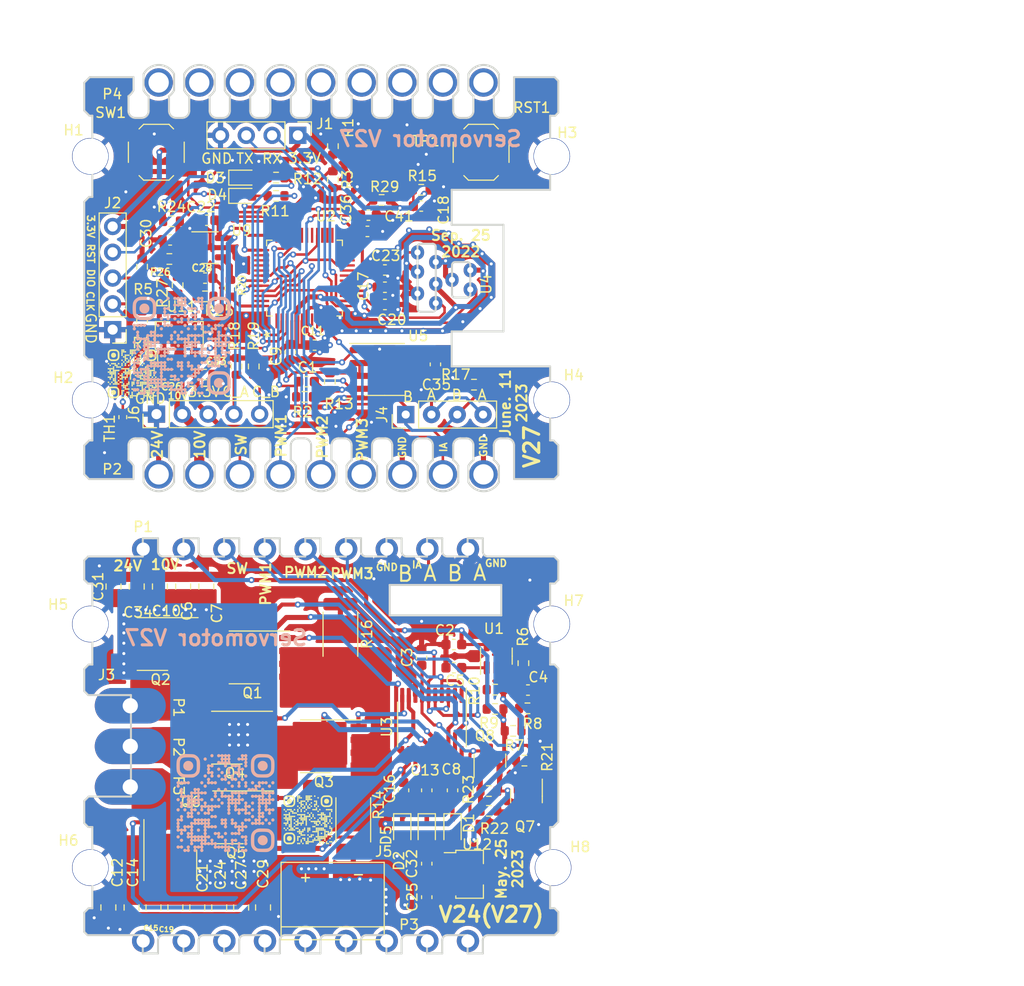
<source format=kicad_pcb>
(kicad_pcb (version 20221018) (generator pcbnew)
  (layers (0 "F.Cu" signal) (31 "B.Cu" signal) (34 "B.Paste" user) (35 "F.Paste" user) (36 "B.SilkS" user "B.Silkscreen") (37 "F.SilkS" user "F.Silkscreen") (38 "B.Mask" user) (39 "F.Mask" user) (44 "Edge.Cuts" user))
  (net 0 "")
  (net 1 "/IA_SENSE")
  (net 2 "GND")
  (net 3 "+10V")
  (net 4 "Net-(U1--)")
  (net 5 "Net-(U1-+)")
  (net 6 "+24V")
  (net 7 "Net-(D1-K)")
  (net 8 "/M_VCC")
  (net 9 "+3V3")
  (net 10 "Net-(D2-K)")
  (net 11 "Net-(D5-K)")
  (net 12 "Net-(U9--)")
  (net 13 "Net-(U9-+)")
  (net 14 "/HALL1")
  (net 15 "/RESET")
  (net 16 "/PHASE1")
  (net 17 "/HALL2")
  (net 18 "/HALL3")
  (net 19 "/PHASE2")
  (net 20 "Net-(D3-A)")
  (net 21 "/PHASE3")
  (net 22 "Net-(D4-A)")
  (net 23 "/ENCODER_A")
  (net 24 "/ENCODER_B")
  (net 26 "/TEMPERATURE")
  (net 30 "/IA_B")
  (net 31 "/UART2 RX")
  (net 32 "/UART2 TX")
  (net 33 "/SWCLK")
  (net 34 "/SWDIO")
  (net 35 "/B")
  (net 36 "/A")
  (net 38 "/PWM1")
  (net 39 "/PWM2")
  (net 40 "/PWM3")
  (net 42 "/SWITCH_DISABLE")
  (net 43 "/IA")
  (net 44 "/SWITCH_DISABLE_B")
  (net 45 "/PWM1_B")
  (net 46 "/PWM2_B")
  (net 47 "/PWM3_B")
  (net 48 "/TOUCH")
  (net 49 "Net-(R1-Pad2)")
  (net 51 "/LED_RED")
  (net 52 "/LED_GREEN")
  (net 53 "/RS485_EN")
  (net 55 "Net-(R20-Pad1)")
  (net 56 "/OVER_VOLTAGE")
  (net 57 "/PWM4")
  (net 68 "Net-(Q1-S-Pad1)")
  (net 69 "Net-(Q1-G)")
  (net 70 "Net-(Q2-G)")
  (net 71 "Net-(Q3-G)")
  (net 72 "Net-(Q4-G)")
  (net 73 "Net-(Q5-G)")
  (net 74 "Net-(Q6-G)")
  (net 75 "Net-(Q7-C)")
  (net 76 "Net-(Q8-B)")
  (net 77 "/REF24")
  (net 80 "/RS485_D")
  (net 81 "/RS485_R")
  (footprint "Capacitor_SMD:C_0603_1608Metric" (layer "F.Cu") (at 158.946018 121.693178 90)
    (fp_text reference "C25")
    (fp_text value "100nF")
  )
  (footprint "Connector_PinHeader_2.54mm:PinHeader_1x05_P2.54mm_Vertical" (layer "F.Cu") (at 128 65.775 180)
    (fp_text reference "J2")
    (fp_text value "Programming")
  )
  (footprint "servo_motor:Mounting Hole 3.5mm" (layer "F.Cu") (at 171.265018 48.700167)
    (fp_text reference "H3")
    (fp_text value "MountingHole_Pad")
  )
  (footprint "servo_motor:Mounting Hole 3.5mm" (layer "F.Cu") (at 125.799018 94.782178)
    (fp_text reference "H5")
    (fp_text value "MountingHole_Pad")
  )
  (footprint "Resistor_SMD:R_0603_1608Metric" (layer "F.Cu") (at 144.1 52.6 180)
    (fp_text reference "R11")
    (fp_text value "470")
  )
  (footprint "Resistor_SMD:R_0603_1608Metric" (layer "F.Cu") (at 146.9 72.4 180)
    (fp_text reference "R2")
    (fp_text value "4.7K")
  )
  (footprint "Capacitor_SMD:C_0603_1608Metric" (layer "F.Cu") (at 153.2 54.5)
    (fp_text reference "C41")
    (fp_text value "1uF")
  )
  (footprint "Capacitor_SMD:C_0603_1608Metric" (layer "F.Cu") (at 137.1 60.7)
    (fp_text reference "C28")
    (fp_text value "100nF")
  )
  (footprint "Diode_SMD:D_SOD-323" (layer "F.Cu") (at 158.946018 114.975178 -90)
    (fp_text reference "D2")
    (fp_text value "1N4148WS")
  )
  (footprint "Capacitor_SMD:C_0603_1608Metric" (layer "F.Cu") (at 154.825 61.6)
    (fp_text reference "C17")
    (fp_text value "1nF")
  )
  (footprint "Diode_SMD:D_SOD-323" (layer "F.Cu") (at 161.486018 114.975178 -90)
    (fp_text reference "D1")
    (fp_text value "1N4148WS")
  )
  (footprint "Resistor_SMD:R_0603_1608Metric" (layer "F.Cu") (at 130.9 59.575 90)
    (fp_text reference "R5")
    (fp_text value "10K")
  )
  (footprint "Capacitor_SMD:C_0805_2012Metric" (layer "F.Cu") (at 137.229018 91.086178 90)
    (fp_text reference "C7")
    (fp_text value "10uF")
  )
  (footprint "Capacitor_SMD:C_0805_2012Metric" (layer "F.Cu") (at 136.340018 122.709178 -90)
    (fp_text reference "C21")
    (fp_text value "10uF")
  )
  (footprint "Capacitor_SMD:C_0603_1608Metric" (layer "F.Cu") (at 158.946018 118.391178 -90)
    (fp_text reference "C32")
    (fp_text value "1uF")
  )
  (footprint "Resistor_SMD:R_0603_1608Metric" (layer "F.Cu") (at 149.4 70.9 90)
    (fp_text reference "R13")
    (fp_text value "10K")
  )
  (footprint "Resistor_SMD:R_2512_6332Metric" (layer "F.Cu") (at 150.437018 95.785178 -90)
    (fp_text reference "R16")
    (fp_text value "25121WF100MT4E")
  )
  (footprint "Resistor_SMD:R_0402_1005Metric" (layer "F.Cu") (at 129 74.4 -90)
    (fp_text reference "TH1")
    (fp_text value "100k 1% NTC")
  )
  (footprint "Resistor_SMD:R_0603_1608Metric" (layer "F.Cu") (at 133.5868 58.8176 180)
    (fp_text reference "R26")
    (fp_text value "1K")
  )
  (footprint "Capacitor_SMD:C_0805_2012Metric" (layer "F.Cu") (at 132.022018 122.709178 -90)
    (fp_text reference "C15")
    (fp_text value "10uF")
  )
  (footprint "Capacitor_SMD:C_0603_1608Metric" (layer "F.Cu") (at 147.1 70.9)
    (fp_text reference "C1")
    (fp_text value "100pF")
  )
  (footprint "Diode_SMD:D_SOD-323" (layer "F.Cu") (at 156.533018 114.975178 -90)
    (fp_text reference "D5")
    (fp_text value "1N4148WS")
  )
  (footprint "Capacitor_SMD:C_0805_2012Metric" (layer "F.Cu") (at 134.943018 91.086178 90)
    (fp_text reference "C6")
    (fp_text value "10uF")
  )
  (footprint "Capacitor_SMD:C_0805_2012Metric" (layer "F.Cu") (at 130.371018 91.086178 90)
    (fp_text reference "C34")
    (fp_text value "10uF")
  )
  (footprint "servo_motor:hall_sensor_3" (layer "F.Cu") (at 162.284007 60.666828 180)
    (fp_text reference "U4")
    (fp_text value "Hall_Sensor*3")
    (fp_line (start -0.949998 1.249525) (end -0.949998 -1.650477) (stroke (width 0.2)) (layer "Edge.Cuts"))
    (fp_line (start -0.649999 -1.950476) (end 0.550001 -1.950476) (stroke (width 0.2)) (layer "Edge.Cuts"))
    (fp_line (start -0.649999 1.549524) (end 0.550001 1.549524) (stroke (width 0.2)) (layer "Edge.Cuts"))
    (fp_line (start 0.850001 1.249525) (end 0.850001 -1.650477) (stroke (width 0.2)) (layer "Edge.Cuts"))
    (fp_line (start 2.450005 3.049521) (end 2.450005 -3.050479) (stroke (width 0.2)) (layer "Edge.Cuts"))
    (fp_line (start 2.750005 -3.350481) (end 3.950005 -3.350481) (stroke (width 0.2)) (layer "Edge.Cuts"))
    (fp_line (start 2.750005 3.349523) (end 3.950005 3.349523) (stroke (width 0.2)) (layer "Edge.Cuts"))
    (fp_line (start 4.250007 3.049521) (end 4.250007 -3.050479) (stroke (width 0.2)) (layer "Edge.Cuts"))
    (fp_arc (start -0.949998 -1.650477) (mid -0.86213 -1.862608) (end -0.649999 -1.950476) (stroke (width 0.2)) (layer "Edge.Cuts"))
    (fp_arc (start -0.649999 1.549524) (mid -0.862131 1.461657) (end -0.949998 1.249525) (stroke (width 0.2)) (layer "Edge.Cuts"))
    (fp_arc (start 0.550001 -1.950476) (mid 0.762134 -1.862608) (end 0.850001 -1.650477) (stroke (width 0.2)) (layer "Edge.Cuts"))
    (fp_arc (start 0.850001 1.249525) (mid 0.762133 1.461657) (end 0.550001 1.549524) (stroke (width 0.2)) (layer "Edge.Cuts"))
    (fp_arc (start 2.450005 -3.050479) (mid 2.537872 -3.262613) (end 2.750005 -3.350478) (stroke (width 0.2)) (layer "Edge.Cuts"))
    (fp_arc (start 2.750005 3.349521) (mid 2.537862 3.261656) (end 2.450005 3.049521) (stroke (width 0.2)) (layer "Edge.Cuts"))
    (fp_arc (start 3.950005 -3.350478) (mid 4.162126 -3.262607) (end 4.250004 -3.050479) (stroke (width 0.2)) (layer "Edge.Cuts"))
    (fp_arc (start 4.250004 3.049521) (mid 4.162136 3.261653) (end 3.950005 3.349521) (stroke (width 0.2)) (layer "Edge.Cuts"))
  )
  (footprint "servo_motor:Mounting Hole 3.5mm" (layer "F.Cu") (at 125.799018 118.7822)
    (fp_text reference "H6")
    (fp_text value "MountingHole_Pad")
  )
  (footprint "Capacitor_SMD:C_0805_2012Metric" (layer "F.Cu") (at 134.181018 122.709178 -90)
    (fp_text reference "C19")
    (fp_text value "10uF")
  )
  (footprint "Resistor_SMD:R_2512_6332Metric" (layer "F.Cu") (at 151.707018 114.073178 90)
    (fp_text reference "R14")
    (fp_text value "25121WF100MT4E")
  )
  (footprint "Capacitor_SMD:C_0603_1608Metric" (layer "F.Cu") (at 133.8 70.2 180)
    (fp_text reference "C26")
    (fp_text value "1uF")
  )
  (footprint "Capacitor_SMD:C_0603_1608Metric" (layer "F.Cu") (at 161.486018 111.165178 90)
    (fp_text reference "C8")
    (fp_text value "100nF")
  )
  (footprint "Resistor_SMD:R_0603_1608Metric" (layer "F.Cu") (at 165.068018 111.237178)
    (fp_text reference "R23")
    (fp_text value "10K")
  )
  (footprint "servo_motor:CRTM025N03L" (layer "F.Cu") (at 140.047018 105.979178 180)
    (fp_text reference "Q4")
    (fp_text value "CRTM025N03L")
  )
  (footprint "Capacitor_SMD:C_0603_1608Metric" (layer "F.Cu") (at 147.9 67.3)
    (fp_text reference "C11")
    (fp_text value "4.7uF")
  )
  (footprint "Resistor_SMD:R_0603_1608Metric" (layer "F.Cu") (at 168.568018 108.237178)
    (fp_text reference "R21")
    (fp_text value "10K")
  )
  (footprint "Package_TO_SOT_SMD:SOT-89-3" (layer "F.Cu") (at 134.562 66.644 90)
    (fp_text reference "U11")
    (fp_text value "HT7533-1")
  )
  (footprint "servo_motor:CRTM025N03L" (layer "F.Cu") (at 148.810018 106.826178 180)
    (fp_text reference "Q3")
    (fp_text value "CRTM025N03L")
  )
  (footprint "Capacitor_SMD:C_0603_1608Metric" (layer "F.Cu") (at 161.613018 96.801178 180)
    (fp_text reference "C2")
    (fp_text value "1uF")
  )
  (footprint "Package_SO:TSSOP-20_4.4x6.5mm_P0.65mm" (layer "F.Cu") (at 159.454018 104.675178 -90)
    (fp_text reference "U3")
    (fp_text value "EG2133")
  )
  (footprint "Resistor_SMD:R_0603_1608Metric" (layer "F.Cu") (at 144.1 50.8 180)
    (fp_text reference "R12")
    (fp_text value "1.5K")
  )
  (footprint "Resistor_SMD:R_0603_1608Metric" (layer "F.Cu") (at 133.8 55.1)
    (fp_text reference "R24")
    (fp_text value "10K")
  )
  (footprint "Library_HD:QR_Servo" (layer "F.Cu") (at 147.2438 114.0714)
    (fp_text reference "G***" hide)
    (fp_text value "LOGO" hide)
  )
  (footprint "servo_motor:MOTOR" (layer "F.Cu") (at 129.736018 106.834178 -90)
    (fp_text reference "J3")
    (fp_text value "Screw_Terminal_01x03")
  )
  (footprint "Capacitor_SMD:C_0603_1608Metric" (layer "F.Cu") (at 158.946018 111.165178 90)
    (fp_text reference "C13")
    (fp_text value "100nF")
  )
  (footprint "Resistor_SMD:R_0603_1608Metric" (layer "F.Cu") (at 165.677018 101.246178 180)
    (fp_text reference "R10")
    (fp_text value "10K")
  )
  (footprint "Resistor_SMD:R_0603_1608Metric" (layer "F.Cu") (at 139.6 61.7 -90)
    (fp_text reference "R20")
    (fp_text value "10K")
  )
  (footprint "Connector_PinHeader_2.54mm:PinHeader_1x05_P2.54mm_Vertical" (layer "F.Cu") (at 132.32 74.1 90)
    (fp_text reference "J6")
    (fp_text value "Encoder")
  )
  (footprint "servo_motor:board_to_board_male" (layer "F.Cu") (at 131.006018 87.403178)
    (fp_text reference "P1")
    (fp_text value "Board_to_Board_Connector")
  )
  (footprint "Package_TO_SOT_SMD:SOT-23" (layer "F.Cu") (at 165.168018 108.237178 90)
    (fp_text reference "Q8")
    (fp_text value "2N3906")
  )
  (footprint "Resistor_SMD:R_0603_1608Metric" (layer "F.Cu") (at 134.4 61.4 90)
    (fp_text reference "R27")
    (fp_text value "10K")
  )
  (footprint "Resistor_SMD:R_0603_1608Metric" (layer "F.Cu") (at 163.6 71.2)
    (fp_text reference "R17")
    (fp_text value "10K")
  )
  (footprint "Button_Switch_SMD:SW_SPST_TL3342" (layer "F.Cu") (at 132.3 48.3)
    (fp_text reference "SW1")
    (fp_text value "TS-1187A-B-A-B")
  )
  (footprint "Resistor_SMD:R_0603_1608Metric" (layer "F.Cu") (at 130.9 64.8 90)
    (fp_text reference "R4")
    (fp_text value "10K")
  )
  (footprint "Resistor_SMD:R_0603_1608Metric" (layer "F.Cu") (at 168.868018 103.087178 180)
    (fp_text reference "R8")
    (fp_text value "10K")
  )
  (footprint "Package_TO_SOT_SMD:SOT-23-5" (layer "F.Cu") (at 137.6 57.7)
    (fp_text reference "U9")
    (fp_text value "LM321")
  )
  (footprint "servo_motor:Mounting Hole 3.5mm" (layer "F.Cu") (at 171.265018 94.782178)
    (fp_text reference "H7")
    (fp_text value "MountingHole_Pad")
  )
  (footprint "Capacitor_SMD:C_0603_1608Metric" (layer "F.Cu") (at 137.3 55 180)
    (fp_text reference "C22")
    (fp_text value "1uF")
  )
  (footprint "Capacitor_SMD:C_0805_2012Metric" (layer "F.Cu") (at 132.657018 91.086178 90)
    (fp_text reference "C10")
    (fp_text value "10uF")
  )
  (footprint "servo_motor:CRTM025N03L" (layer "F.Cu") (at 133.681018 117.748178 -90)
    (fp_text reference "Q6")
    (fp_text value "CRTM025N03L")
  )
  (footprint "Resistor_SMD:R_0603_1608Metric" (layer "F.Cu") (at 165.068018 113.187178 180)
    (fp_text reference "R22")
    (fp_text value "10K")
  )
  (footprint "Resistor_SMD:R_0603_1608Metric" (layer "F.Cu") (at 149.7 51 -90)
    (fp_text reference "R3")
    (fp_text value "10M")
  )
  (footprint "servo_motor:board_to_board_male" (layer "F.Cu") (at 131.006018 126.011178)
    (fp_text reference "P3")
    (fp_text value "Board_to_Board_Connector")
  )
  (footprint "Capacitor_SMD:C_0603_1608Metric" (layer "F.Cu") (at 154.825 63.3)
    (fp_text reference "C20")
    (fp_text value "1nF")
  )
  (footprint "Resistor_SMD:R_0603_1608Metric" (layer "F.Cu") (at 141.9 69.4 -90)
    (fp_text reference "R19")
    (fp_text value "1.5K")
  )
  (footprint "Capacitor_SMD:C_0603_1608Metric" (layer "F.Cu") (at 159.8 69.2 90)
    (fp_text reference "C35")
    (fp_text value "100nF")
  )
  (footprint "servo_motor:CRTM025N03L" (layer "F.Cu") (at 140.158018 113.827178 180)
    (fp_text reference "Q5")
    (fp_text value "CRTM025N03L")
  )
  (footprint "Capacitor_SMD:C_0805_2012Metric" (layer "F.Cu") (at 127.577018 122.709178 -90)
    (fp_text reference "C12")
    (fp_text value "10uF")
  )
  (footprint "servo_motor:STM32G030C8T6" (layer "F.Cu") (at 146.9 60.7 90)
    (fp_text reference "U2")
    (fp_text value "STM32G030C8T6")
  )
  (footprint "Capacitor_SMD:C_0603_1608Metric" (layer "F.Cu") (at 153.1 56.1)
    (fp_text reference "C36")
    (fp_text value "100nF")
  )
  (footprint "servo_motor:Mounting Hole 3.5mm" (layer "F.Cu") (at 171.265018 72.700187)
    (fp_text reference "H4")
    (fp_text value "MountingHole_Pad")
  )
  (footprint "servo_motor:TestPoint 6mm" (layer "F.Cu") (at 154.3 48.6)
    (fp_text reference "TP1")
    (fp_text value "TestPoint")
  )
  (footprint "Resistor_SMD:R_0603_1608Metric" (layer "F.Cu") (at 137.1 62.5 180)
    (fp_text reference "R25")
    (fp_text value "10K")
  )
  (footprint "Capacitor_SMD:C_0603_1608Metric" (layer "F.Cu") (at 156.660018 111.165178 90)
    (fp_text reference "C16")
    (fp_text value "100nF")
  )
  (footprint "Resistor_SMD:R_0603_1608Metric" (layer "F.Cu") (at 168.468018 98.637178 90)
    (fp_text reference "R6")
    (fp_text value "33K")
  )
  (footprint "TerminalBlock:TerminalBlock_bornier-2_P5.08mm" (layer "F.Cu") (at 147.135018 122.074178)
    (fp_text reference "J5")
    (fp_text value "Power IN")
  )
  (footprint "Capacitor_SMD:C_0805_2012Metric" (layer "F.Cu") (at 140.658018 122.709178 -90)
    (fp_text reference "C27")
    (fp_text value "10uF")
  )
  (footprint "servo_motor:Mounting Hole 3.5mm" (layer "F.Cu") (at 125.799018 48.700167)
    (fp_text reference "H1")
    (fp_text value "MountingHole_Pad")
  )
  (footprint "Capacitor_SMD:C_0603_1608Metric" (layer "F.Cu") (at 158.438018 98.071178 90)
    (fp_text reference "C3")
    (fp_text value "4.7uF")
  )
  (footprint "Package_TO_SOT_SMD:SOT-23" (layer "F.Cu") (at 168.768018 111.737178 -90)
    (fp_text reference "Q7")
    (fp_text value "MMBT3904")
  )
  (footprint "Capacitor_SMD:C_0805_2012Metric" (layer "F.Cu") (at 129.863018 122.709178 -90)
    (fp_text reference "C14")
    (fp_text value "10uF")
  )
  (footprint "Capacitor_SMD:C_0805_2012Metric" (layer "F.Cu") (at 128.085018 91.086178 90)
    (fp_text reference "C31")
    (fp_text value "10uF")
  )
  (footprint "Capacitor_SMD:C_0603_1608Metric" (layer "F.Cu") (at 137.1 70.2)
    (fp_text reference "C33")
    (fp_text value "10uF")
  )
  (footprint "Resistor_SMD:R_0603_1608Metric" (layer "F.Cu") (at 158.4 52)
    (fp_text reference "R15")
    (fp_text value "10K")
  )
  (footprint "Capacitor_SMD:C_0603_1608Metric" (layer "F.Cu") (at 158.4 53.6)
    (fp_text reference "C18")
    (fp_text value "100nF")
  )
  (footprint "Resistor_SMD:R_0603_1608Metric" (layer "F.Cu") (at 140.2 69.4 -90)
    (fp_text reference "R18")
    (fp_text value "1.5K")
  )
  (footprint "Package_TO_SOT_SMD:SOT-23-5" (layer "F.Cu") (at 165.804018 97.944178 90)
    (fp_text reference "U1")
    (fp_text value "LM321")
  )
  (footprint "servo_motor:CRTM025N03L" (layer "F.Cu") (at 141.777018 98.071178 180)
    (fp_text reference "Q1")
    (fp_text value "CRTM025N03L")
  )
  (footprint "Button_Switch_SMD:SW_SPST_TL3342" (layer "F.Cu") (at 164.3 48.3 180)
    (fp_text reference "RST1")
    (fp_text value "TS-1187A-B-A-B")
  )
  (footprint "Resistor_SMD:R_0603_1608Metric" (layer "F.Cu") (at 154.5 53)
    (fp_text reference "R29")
    (fp_text value "4.7K")
  )
  (footprint "Capacitor_SMD:C_0603_1608Metric" (layer "F.Cu") (at 145.5 68 -90)
    (fp_text reference "C9")
    (fp_text value "100nF")
  )
  (footprint "Capacitor_SMD:C_0603_1608Metric" (layer "F.Cu") (at 168.918018 101.287178)
    (fp_text reference "C4")
    (fp_text value "NC")
  )
  (footprint "Package_SO:SOIC-8_3.9x4.9mm_P1.27mm" (layer "F.Cu") (at 154.8 69.7)
    (fp_text reference "U5")
    (fp_text value "SN75176BDR")
  )
  (footprint "Package_TO_SOT_SMD:SOT-89-3" (layer "F.Cu") (at 162.868018 119.437178)
    (fp_text reference "U12")
    (fp_text value "L78L10_SOT89")
  )
  (footprint "Capacitor_SMD:C_0805_2012Metric" (layer "F.Cu") (at 138.499018 122.709178 -90)
    (fp_text reference "C24")
    (fp_text value "10uF")
  )
  (footprint "servo_motor:CRTM025N03L" (layer "F.Cu") (at 132.719018 96.751178 180)
    (fp_text reference "Q2")
    (fp_text value "CRTM025N03L")
  )
  (footprint "LED_SMD:LED_0603_1608Metric" (layer "F.Cu") (at 140.925 50.8)
    (fp_text reference "D3")
    (fp_text value "KT-0603R")
  )
  (footprint "Connector_PinHeader_2.54mm:PinHeader_1x04_P2.54mm_Vertical" (layer "F.Cu") (at 156.873218 74.144378 90)
    (fp_text reference "J4")
    (fp_text value "RS485")
  )
  (footprint "Capacitor_SMD:C_0603_1608Metric" (layer "F.Cu") (at 161.613018 99.087178 180)
    (fp_text reference "C5")
    (fp_text value "100pF")
  )
  (footprint "Resistor_SMD:R_0603_1608Metric" (layer "F.Cu") (at 167.455018 105.310178 180)
    (fp_text reference "R7")
    (fp_text value "680K")
  )
  (footprint "servo_motor:Mounting Hole 3.5mm" (layer "F.Cu") (at 125.799018 72.700187)
    (fp_text reference "H2")
    (fp_text value "MountingHole_Pad")
  )
  (footprint "Connector_PinHeader_2.54mm:PinHeader_1x04_P2.54mm_Vertical" (layer "F.Cu") (at 146.246018 46.636178 -90)
    (fp_text reference "J1")
    (fp_text value "Serial Port")
  )
  (footprint "Capacitor_SMD:C_0603_1608Metric" (layer "F.Cu") (at 154.825 59.9)
    (fp_text reference "C23")
    (fp_text value "1nF")
  )
  (footprint "Capacitor_SMD:C_0603_1608Metric" (layer "F.Cu") (at 133.663 56.938 180)
    (fp_text reference "C30")
    (fp_text value "100pF")
  )
  (footprint "Resistor_SMD:R_0603_1608Metric" (layer "F.Cu") (at 149.7 47.7 90)
    (fp_text reference "R1")
    (fp_text value "1M")
  )
  (footprint "Library_HD:QR_Servo" (layer "F.Cu") (at 129.921 70.1294)
    (fp_text reference "G***" hide)
    (fp_text value "LOGO" hide)
  )
  (footprint "servo_motor:board_to_board_female" (layer "F.Cu") (at 132.532018 80.037178)
    (fp_text reference "P2")
    (fp_text value "Board_to_Board_Connector")
  )
  (footprint "Capacitor_SMD:C_0805_2012Metric" (layer "F.Cu") (at 142.817018 122.709178 -90)
    (fp_text reference "C29")
    (fp_text value "10uF")
  )
  (footprint "servo_motor:Mounting Hole 3.5mm" (layer "F.Cu") (at 171.392018 118.7822)
    (fp_text reference "H8")
    (fp_text value "MountingHole_Pad")
  )
  (footprint "servo_motor:board_to_board_female" (layer "F.Cu") (at 132.532018 41.429178)
    (fp_text reference "P4")
    (fp_text value "Board_to_Board_Connector")
  )
  (footprint "Resistor_SMD:R_0603_1608Metric" (layer "F.Cu") (at 165.677018 103.151178)
    (fp_text reference "R9")
    (fp_text value "300K")
  )
  (footprint "LED_SMD:LED_0603_1608Metric" (layer "F.Cu") (at 140.925 52.6)
    (fp_text reference "D4")
    (fp_text value "19-217/GHC-YR1S2/3T")
  )
  (footprint "Library_HD:QR_Servo10mm" (layer "B.Cu") (at 139.1158 112.4204 180)
    (fp_text reference "G***" hide)
    (fp_text value "LOGO" hide)
  )
  (footprint "Library_HD:QR_Servo10mm" (layer "B.Cu") (at 134.7978 67.3608 180)
    (fp_text reference "G***" hide)
    (fp_text value "LOGO" hide)
  )
  (gr_line (start 147.97001 127.232201) (end 148.470011 127.232201) (stroke (width 0.2)) (layer "Edge.Cuts"))
  (gr_line (start 131.550002 78.625413) (end 131.550002 77.180186) (stroke (width 0.2)) (layer "Edge.Cuts"))
  (gr_line (start 171.524807 98.782185) (end 171.900023 99.157401) (stroke (width 0.2)) (layer "Edge.Cuts"))
  (gr_line (start 126 52.700171) (end 126 44.700167) (stroke (width 0.2)) (layer "Edge.Cuts"))
  (gr_line (start 139.970006 127.232201) (end 140.470007 127.232201) (stroke (width 0.2)) (layer "Edge.Cuts"))
  (gr_line (start 171.529389 40.900167) (end 171.900026 41.270804) (stroke (width 0.2)) (layer "Edge.Cuts"))
  (gr_arc (start 143.550011 44.220168) (mid 143.344985 44.715143) (end 142.85001 44.920169) (stroke (width 0.2)) (layer "Edge.Cuts"))
  (gr_arc (start 146.850012 76.480185) (mid 147.344988 76.68521) (end 147.550013 77.180186) (stroke (width 0.2)) (layer "Edge.Cuts"))
  (gr_arc (start 142.050009 80.800189) (mid 140.550007 81.70019) (end 139.050005 80.800189) (stroke (width 0.2)) (layer "Edge.Cuts"))
  (gr_arc (start 147.550013 44.220168) (mid 147.344987 44.715143) (end 146.850012 44.920169) (stroke (width 0.2)) (layer "Edge.Cuts"))
  (gr_line (start 142.970007 88.132178) (end 142.970007 86.332179) (stroke (width 0.2)) (layer "Edge.Cuts"))
  (gr_line (start 130.970001 127.232201) (end 131.970001 127.232201) (stroke (width 0.2)) (layer "Edge.Cuts"))
  (gr_line (start 159.050018 42.200167) (end 159.050018 40.600165) (stroke (width 0.2)) (layer "Edge.Cuts"))
  (gr_line (start 146.250011 44.920169) (end 146.850012 44.920169) (stroke (width 0.2)) (layer "Edge.Cuts"))
  (gr_line (start 143.970008 127.232201) (end 144.470009 127.232201) (stroke (width 0.2)) (layer "Edge.Cuts"))
  (gr_arc (start 149.550012 77.180186) (mid 149.755037 76.68521) (end 150.250013 76.480185) (stroke (width 0.2)) (layer "Edge.Cuts"))
  (gr_line (start 154.970014 127.232201) (end 154.970014 125.4322) (stroke (width 0.2)) (layer "Edge.Cuts"))
  (gr_line (start 154.050016 42.200167) (end 154.050016 40.600165) (stroke (width 0.2)) (layer "Edge.Cuts"))
  (gr_line (start 156.970015 88.132178) (end 158.970016 88.132178) (stroke (width 0.2)) (layer "Edge.Cuts"))
  (gr_line (start 150.970012 88.132178) (end 150.970012 86.332179) (stroke (width 0.2)) (layer "Edge.Cuts"))
  (gr_line (start 134.250004 44.920169) (end 134.850006 44.920169) (stroke (width 0.2)) (layer "Edge.Cuts"))
  (gr_line (start 147.550011 78.625413) (end 147.550011 77.180186) (stroke (width 0.2)) (layer "Edge.Cuts"))
  (gr_line (start 126 52.700171) (end 125.679981 52.700171) (stroke (width 0.2)) (layer "Edge.Cuts"))
  (gr_arc (start 142.050009 42.200167) (mid 141.832619 42.515922) (end 141.550007 42.774941) (stroke (width 0.2)) (layer "Edge.Cuts"))
  (gr_line (start 152.470014 87.632179) (end 152.470014 86.332179) (stroke (width 0.2)) (layer "Edge.Cuts"))
  (gr_line (start 158.970016 127.232201) (end 159.970016 127.232201) (stroke (width 0.2)) (layer "Edge.Cuts"))
  (gr_arc (start 134.250004 44.920169) (mid 133.755029 44.715143) (end 133.550003 44.220168) (stroke (width 0.2)) (layer "Edge.Cuts"))
  (gr_arc (start 148.97001 88.132181) (mid 148.616456 87.985733) (end 148.470009 87.632179) (stroke (width 0.2)) (layer "Edge.Cuts"))
  (gr_line (start 138.970005 127.232201) (end 139.970006 127.232201) (stroke (width 0.2)) (layer "Edge.Cuts"))
  (gr_arc (start 157.550016 77.180186) (mid 157.755042 76.685211) (end 158.250017 76.480185) (stroke (width 0.2)) (layer "Edge.Cuts"))
  (gr_line (start 139.050007 42.200167) (end 139.050007 40.600165) (stroke (width 0.2)) (layer "Edge.Cuts"))
  (gr_line (start 137.550005 78.625413) (end 137.550005 77.180186) (stroke (width 0.2)) (layer "Edge.Cuts"))
  (gr_line (start 143.550009 78.625413) (end 143.550009 77.180186) (stroke (width 0.2)) (layer "Edge.Cuts"))
  (gr_arc (start 159.55002 44.220168) (mid 159.344994 44.715143) (end 158.850019 44.920169) (stroke (width 0.2)) (layer "Edge.Cuts"))
  (gr_arc (start 147.050009 40.600165) (mid 148.550011 39.700164) (end 150.050013 40.600165) (stroke (width 0.2)) (layer "Edge.Cuts"))
  (gr_line (start 125.199997 101.387574) (end 125.199997 99.209971) (stroke (width 0.2)) (layer "Edge.Cuts"))
  (gr_line (start 146.970009 127.232201) (end 146.970009 125.4322) (stroke (width 0.2)) (layer "Edge.Cuts"))
  (gr_arc (start 145.55001 77.180186) (mid 145.755035 76.68521) (end 146.250011 76.480185) (stroke (width 0.2)) (layer "Edge.Cuts"))
  (gr_arc (start 161.550018 78.625413) (mid 161.83263 78.884431) (end 162.05002 79.200187) (stroke (width 0.2)) (layer "Edge.Cuts"))
  (gr_line (start 151.050014 80.800189) (end 151.050014 79.200187) (stroke (width 0.2)) (layer "Edge.Cuts"))
  (gr_arc (start 139.550009 44.220168) (mid 139.344983 44.715143) (end 138.850008 44.920169) (stroke (width 0.2)) (layer "Edge.Cuts"))
  (gr_line (start 141.550007 44.220168) (end 141.550007 42.774941) (stroke (width 0.2)) (layer "Edge.Cuts"))
  (gr_line (start 162.970018 88.132178) (end 162.970018 86.332179) (stroke (width 0.2)) (layer "Edge.Cuts"))
  (gr_line (start 134.970003 88.132178) (end 134.970003 86.332179) (stroke (width 0.2)) (layer "Edge.Cuts"))
  (gr_line (start 125.521023 125.4322) (end 130.970001 125.4322) (stroke (width 0.2)) (layer "Edge.Cuts"))
  (gr_line (start 171.594857 44.700167) (end 171.900026 44.394999) (stroke (width 0.2)) (layer "Edge.Cuts"))
  (gr_line (start 166.500018 55.450001) (end 166.500018 65.950005) (stroke (width 0.2)) (layer "Edge.Cuts"))
  (gr_arc (start 165.55002 78.625413) (mid 165.832632 78.884431) (end 166.050022 79.200187) (stroke (width 0.2)) (layer "Edge.Cuts"))
  (gr_line (start 156.470016 87.632179) (end 156.470016 86.332179) (stroke (width 0.2)) (layer "Edge.Cuts"))
  (gr_line (start 147.050012 42.200167) (end 147.050012 40.600165) (stroke (width 0.2)) (layer "Edge.Cuts"))
  (gr_line (start 162.250019 76.480185) (end 162.850021 76.480185) (stroke (width 0.2)) (layer "Edge.Cuts"))
  (gr_line (start 130.050003 80.500187) (end 130.050003 79.200187) (stroke (width 0.2)) (layer "Edge.Cuts"))
  (gr_line (start 126 76.700184) (end 126 68.70018) (stroke (width 0.2)) (layer "Edge.Cuts"))
  (gr_arc (start 131.050001 79.200187) (mid 131.26739 78.884431) (end 131.550002 78.625413) (stroke (width 0.2)) (layer "Edge.Cuts"))
  (gr_line (start 163.05002 80.800189) (end 163.05002 79.200187) (stroke (width 0.2)) (layer "Edge.Cuts"))
  (gr_line (start 165.55002 44.220168) (end 165.55002 42.774941) (stroke (width 0.2)) (layer "Edge.Cuts"))
  (gr_line (start 147.050012 80.800189) (end 147.050012 79.200187) (stroke (width 0.2)) (layer "Edge.Cuts"))
  (gr_line (start 166.050022 42.200167) (end 166.050022 40.600165) (stroke (width 0.2)) (layer "Edge.Cuts"))
  (gr_line (start 171.492 88.132178) (end 171.900023 88.540201) (stroke (width 0.2)) (layer "Edge.Cuts"))
  (gr_line (start 171.900026 44.394999) (end 171.900026 41.270804) (stroke (width 0.2)) (layer "Edge.Cuts"))
  (gr_line (start 135.970003 86.332179) (end 136.470005 86.332179) (stroke (width 0.2)) (layer "Edge.Cuts"))
  (gr_line (start 125.632577 111.782192) (end 129.800001 111.782192) (stroke (width 0.2)) (layer "Edge.Cuts"))
  (gr_arc (start 161.550018 77.180186) (mid 161.755044 76.685211) (end 162.250019 76.480185) (stroke (width 0.2)) (layer "Edge.Cuts"))
  (gr_line (start 132.470003 127.232201) (end 132.470003 125.932199) (stroke (width 0.2)) (layer "Edge.Cuts"))
  (gr_line (start 135.050005 80.800189) (end 135.050005 79.200187) (stroke (width 0.2)) (layer "Edge.Cuts"))
  (gr_line (start 171.100025 76.700184) (end 171.439206 76.700184) (stroke (width 0.2)) (layer "Edge.Cuts"))
  (gr_line (start 171.100025 122.782198) (end 171.100025 114.782193) (stroke (width 0.2)) (layer "Edge.Cuts"))
  (gr_line (start 150.050013 42.200167) (end 150.050013 40.600165) (stroke (width 0.2)) (layer "Edge.Cuts"))
  (gr_line (start 171.100025 114.782193) (end 171.388231 114.782193) (stroke (width 0.2)) (layer "Edge.Cuts"))
  (gr_line (start 148.97001 125.4322) (end 150.970012 125.4322) (stroke (width 0.2)) (layer "Edge.Cuts"))
  (gr_line (start 146.970009 88.132178) (end 146.970009 86.332179) (stroke (width 0.2)) (layer "Edge.Cuts"))
  (gr_line (start 152.470014 127.232201) (end 152.470014 125.932199) (stroke (width 0.2)) (layer "Edge.Cuts"))
  (gr_line (start 137.550005 44.220168) (end 137.550005 42.774941) (stroke (width 0.2)) (layer "Edge.Cuts"))
  (gr_line (start 125.627784 98.782185) (end 125.999998 98.782185) (stroke (width 0.2)) (layer "Edge.Cuts"))
  (gr_line (start 158.250017 76.480185) (end 158.850019 76.480185) (stroke (width 0.2)) (layer "Edge.Cuts"))
  (gr_arc (start 135.550004 42.774941) (mid 135.267393 42.515922) (end 135.050003 42.200167) (stroke (width 0.2)) (layer "Edge.Cuts"))
  (gr_arc (start 162.850021 76.480185) (mid 163.344996 76.685211) (end 163.550022 77.180186) (stroke (width 0.2)) (layer "Edge.Cuts"))
  (gr_line (start 142.250009 76.480185) (end 142.85001 76.480185) (stroke (width 0.2)) (layer "Edge.Cuts"))
  (gr_line (start 167.550022 44.220168) (end 167.550022 40.900167) (stroke (width 0.2)) (layer "Edge.Cuts"))
  (gr_arc (start 130.850003 76.480185) (mid 131.344979 76.68521) (end 131.550005 77.180186) (stroke (width 0.2)) (layer "Edge.Cuts"))
  (gr_arc (start 159.550017 42.774941) (mid 159.267406 42.515922) (end 159.050016 42.200167) (stroke (width 0.2)) (layer "Edge.Cuts"))
  (gr_line (start 166.050022 80.800189) (end 166.050022 79.200187) (stroke (width 0.2)) (layer "Edge.Cuts"))
  (gr_line (start 136.470005 127.232201) (end 136.470005 125.932199) (stroke (width 0.2)) (layer "Edge.Cuts"))
  (gr_line (start 157.550016 44.220168) (end 157.550016 42.774941) (stroke (width 0.2)) (layer "Edge.Cuts"))
  (gr_line (start 129.550001 44.220168) (end 129.550001 42.774941) (stroke (width 0.2)) (layer "Edge.Cuts"))
  (gr_line (start 125.2 44.186777) (end 125.713389 44.700167) (stroke (width 0.2)) (layer "Edge.Cuts"))
  (gr_line (start 146.970009 86.332179) (end 147.97001 86.332179) (stroke (width 0.2)) (layer "Edge.Cuts"))
  (gr_line (start 171.100025 98.782185) (end 171.100025 90.78218) (stroke (width 0.2)) (layer "Edge.Cuts"))
  (gr_line (start 154.250015 44.920169) (end 154.850016 44.920169) (stroke (width 0.2)) (layer "Edge.Cuts"))
  (gr_line (start 147.550011 44.220168) (end 147.550011 42.774941) (stroke (width 0.2)) (layer "Edge.Cuts"))
  (gr_line (start 171.900023 114.270401) (end 171.900023 99.157401) (stroke (width 0.2)) (layer "Edge.Cuts"))
  (gr_line (start 142.970007 127.232201) (end 143.970008 127.232201) (stroke (width 0.2)) (layer "Edge.Cuts"))
  (gr_line (start 154.970014 88.132178) (end 154.970014 86.332179) (stroke (width 0.2)) (layer "Edge.Cuts"))
  (gr_line (start 154.970014 127.232201) (end 155.970014 127.232201) (stroke (width 0.2)) (layer "Edge.Cuts"))
  (gr_line (start 158.050018 42.200167) (end 158.050018 40.600165) (stroke (width 0.2)) (layer "Edge.Cuts"))
  (gr_line (start 162.970018 127.232201) (end 162.970018 125.4322) (stroke (width 0.2)) (layer "Edge.Cuts"))
  (gr_line (start 164.47002 87.632179) (end 164.47002 86.332179) (stroke (width 0.2)) (layer "Edge.Cuts"))
  (gr_line (start 159.550017 78.625413) (end 159.550017 77.180186) (stroke (width 0.2)) (layer "Edge.Cuts"))
  (gr_line (start 166.290514 93.930736) (end 166.290514 90.930737) (stroke (width 0.2)) (layer "Edge.Cuts"))
  (gr_line (start 150.250013 44.920169) (end 150.850014 44.920169) (stroke (width 0.2)) (layer "Edge.Cuts"))
  (gr_line (start 152.970013 88.132178) (end 154.970014 88.132178) (stroke (width 0.2)) (layer "Edge.Cuts"))
  (gr_arc (start 151.050011 40.600165) (mid 152.550013 39.700163) (end 154.050016 40.600165) (stroke (width 0.2)) (layer "Edge.Cuts"))
  (gr_line (start 155.550015 44.220168) (end 155.550015 42.774941) (stroke (width 0.2)) (layer "Edge.Cuts"))
  (gr_line (start 139.550006 44.220168) (end 139.550006 42.774941) (stroke (width 0.2)) (layer "Edge.Cuts"))
  (gr_line (start 150.050013 80.800189) (end 150.050013 79.200187) (stroke (width 0.2)) (layer "Edge.Cuts"))
  (gr_line (start 143.05001 80.800189) (end 143.05001 79.200187) (stroke (width 0.2)) (layer "Edge.Cuts"))
  (gr_line (start 171.900023 90.441945) (end 171.900023 88.540201) (stroke (width 0.2)) (layer "Edge.Cuts"))
  (gr_line (start 126 68.70018) (end 125.581632 68.70018) (stroke (width 0.2)) (layer "Edge.Cuts"))
  (gr_line (start 134.250004 76.480185) (end 134.850006 76.480185) (stroke (width 0.2)) (layer "Edge.Cuts"))
  (gr_line (start 148.97001 88.132178) (end 150.970012 88.132178) (stroke (width 0.2)) (layer "Edge.Cuts"))
  (gr_line (start 125.713389 44.700167) (end 126 44.700167) (stroke (width 0.2)) (layer "Edge.Cuts"))
  (gr_line (start 130.250002 76.480185) (end 130.850003 76.480185) (stroke (width 0.2)) (layer "Edge.Cuts"))
  (gr_line (start 131.050003 80.800189) (end 131.050003 79.200187) (stroke (width 0.2)) (layer "Edge.Cuts"))
  (gr_line (start 171.100025 90.78218) (end 171.559787 90.78218) (stroke (width 0.2)) (layer "Edge.Cuts"))
  (gr_line (start 140.970006 88.132178) (end 142.970007 88.132178) (stroke (width 0.2)) (layer "Edge.Cuts"))
  (gr_line (start 125.199997 90.414774) (end 125.199997 88.516571) (stroke (width 0.2)) (layer "Edge.Cuts"))
  (gr_line (start 125.630771 122.782198) (end 125.999998 122.782198) (stroke (width 0.2)) (layer "Edge.Cuts"))
  (gr_arc (start 151.550015 44.220168) (mid 151.344989 44.715143) (end 150.850014 44.920169) (stroke (width 0.2)) (layer "Edge.Cuts"))
  (gr_line (start 140.970006 125.4322) (end 142.970007 125.4322) (stroke (width 0.2)) (layer "Edge.Cuts"))
  (gr_line (start 125.199997 114.392374) (end 125.199997 112.214771) (stroke (width 0.2)) (layer "Edge.Cuts"))
  (gr_arc (start 155.550018 44.220168) (mid 155.344992 44.715143) (end 154.850016 44.920169) (stroke (width 0.2)) (layer "Edge.Cuts"))
  (gr_line (start 125.199997 88.516571) (end 125.58439 88.132178) (stroke (width 0.2)) (layer "Edge.Cuts"))
  (gr_line (start 162.05002 80.800189) (end 162.05002 79.200187) (stroke (width 0.2)) (layer "Edge.Cuts"))
  (gr_line (start 144.470009 127.232201) (end 144.470009 125.932199) (stroke (width 0.2)) (layer "Edge.Cuts"))
  (gr_arc (start 134.050005 80.800189) (mid 132.550003 81.70019) (end 131.050001 80.800189) (stroke (width 0.2)) (layer "Edge.Cuts"))
  (gr_line (start 143.970008 86.332179) (end 144.470009 86.332179) (stroke (width 0.2)) (layer "Edge.Cuts"))
  (gr_arc (start 135.050003 40.600165) (mid 136.550005 39.700164) (end 138.050007 40.600165) (stroke (width 0.2)) (layer "Edge.Cuts"))
  (gr_arc (start 156.470013 125.932199) (mid 156.61646 125.578644) (end 156.970015 125.432197) (stroke (width 0.2)) (layer "Edge.Cuts"))
  (gr_line (start 161.550018 78.625413) (end 161.550018 77.180186) (stroke (width 0.2)) (layer "Edge.Cuts"))
  (gr_line (start 138.970005 88.132178) (end 138.970005 86.332179) (stroke (width 0.2)) (layer "Edge.Cuts"))
  (gr_arc (start 147.550011 42.774941) (mid 147.267399 42.515922) (end 147.050009 42.200167) (stroke (width 0.2)) (layer "Edge.Cuts"))
  (gr_line (start 167.550022 80.500187) (end 167.550022 77.180186) (stroke (width 0.2)) (layer "Edge.Cuts"))
  (gr_line (start 160.970017 125.4322) (end 162.970018 125.4322) (stroke (width 0.2)) (layer "Edge.Cuts"))
  (gr_line (start 171.52182 122.782198) (end 171.900023 123.160401) (stroke (width 0.2)) (layer "Edge.Cuts"))
  (gr_line (start 158.050018 80.800189) (end 158.050018 79.200187) (stroke (width 0.2)) (layer "Edge.Cuts"))
  (gr_line (start 153.550014 44.220168) (end 153.550014 42.774941) (stroke (width 0.2)) (layer "Edge.Cuts"))
  (gr_line (start 125.2 77.194824) (end 125.694639 76.700184) (stroke (width 0.2)) (layer "Edge.Cuts"))
  (gr_line (start 162.970018 86.332179) (end 163.970019 86.332179) (stroke (width 0.2)) (layer "Edge.Cuts"))
  (gr_line (start 145.55001 78.625413) (end 145.55001 77.180186) (stroke (width 0.2)) (layer "Edge.Cuts"))
  (gr_line (start 163.970019 86.332179) (end 164.47002 86.332179) (stroke (width 0.2)) (layer "Edge.Cuts"))
  (gr_line (start 132.970002 125.4322) (end 134.970003 125.4322) (stroke (width 0.2)) (layer "Edge.Cuts"))
  (gr_arc (start 134.050005 42.200167) (mid 133.832615 42.515922) (end 133.550003 42.774941) (stroke (width 0.2)) (layer "Edge.Cuts"))
  (gr_arc (start 159.050016 40.600165) (mid 160.550018 39.700164) (end 162.05002 40.600165) (stroke (width 0.2)) (layer "Edge.Cuts"))
  (gr_line (start 125.199997 125.111174) (end 125.199997 123.212971) (stroke (width 0.2)) (layer "Edge.Cuts"))
  (gr_line (start 133.550003 78.625413) (end 133.550003 77.180186) (stroke (width 0.2)) (layer "Edge.Cuts"))
  (gr_line (start 125.750202 40.900167) (end 130.050003 40.900167) (stroke (width 0.2)) (layer "Edge.Cuts"))
  (gr_arc (start 143.050007 79.200187) (mid 143.267397 78.884431) (end 143.550009 78.625413) (stroke (width 0.2)) (layer "Edge.Cuts"))
  (gr_line (start 125.199997 112.214771) (end 125.632577 111.782192) (stroke (width 0.2)) (layer "Edge.Cuts"))
  (gr_line (start 139.970006 86.332179) (end 140.470007 86.332179) (stroke (width 0.2)) (layer "Edge.Cuts"))
  (gr_line (start 125.581632 68.70018) (end 125.199999 68.318547) (stroke (width 0.2)) (layer "Edge.Cuts"))
  (gr_line (start 125.999998 122.782198) (end 125.999998 114.782193) (stroke (width 0.2)) (layer "Edge.Cuts"))
  (gr_line (start 129.800001 111.782192) (end 129.800001 101.782186) (stroke (width 0.2)) (layer "Edge.Cuts"))
  (gr_line (start 171.100025 52) (end 171.100025 44.700167) (stroke (width 0.2)) (layer "Edge.Cuts"))
  (gr_line (start 125.589816 114.782193) (end 125.999998 114.782193) (stroke (width 0.2)) (layer "Edge.Cuts"))
  (gr_line (start 132.470003 87.632179) (end 132.470003 86.332179) (stroke (width 0.2)) (layer "Edge.Cuts"))
  (gr_line (start 131.970001 127.232201) (end 132.470003 127.232201) (stroke (width 0.2)) (layer "Edge.Cuts"))
  (gr_line (start 136.470005 87.632179) (end 136.470005 86.332179) (stroke (width 0.2)) (layer "Edge.Cuts"))
  (gr_line (start 125.677408 80.500187) (end 130.050003 80.500187) (stroke (width 0.2)) (layer "Edge.Cuts"))
  (gr_line (start 141.550007 78.625413) (end 141.550007 77.180186) (stroke (width 0.2)) (layer "Edge.Cuts"))
  (gr_arc (start 137.550005 77.180186) (mid 137.755031 76.685211) (end 138.250006 76.480185) (stroke (width 0.2)) (layer "Edge.Cuts"))
  (gr_line (start 159.050018 80.800189) (end 159.050018 79.200187) (stroke (width 0.2)) (layer "Edge.Cuts"))
  (gr_line (start 136.970004 88.132178) (end 138.970005 88.132178) (stroke (width 0.2)) (layer "Edge.Cuts"))
  (gr_arc (start 158.850019 76.480185) (mid 159.344994 76.685211) (end 159.55002 77.180186) (stroke (width 0.2)) (layer "Edge.Cuts"))
  (gr_line (start 150.250013 76.480185) (end 150.850014 76.480185) (stroke (width 0.2)) (layer "Edge.Cuts"))
  (gr_line (start 139.550006 78.625413) (end 139.550006 77.180186) (stroke (width 0.2)) (layer "Edge.Cuts"))
  (gr_line (start 138.050007 42.200167) (end 138.050007 40.600165) (stroke (width 0.2)) (layer "Edge.Cuts"))
  (gr_arc (start 151.050011 79.200187) (mid 151.267401 78.884431) (end 151.550013 78.625413) (stroke (width 0.2)) (layer "Edge.Cuts"))
  (gr_line (start 132.970002 88.132178) (end 134.970003 88.132178) (stroke (width 0.2)) (layer "Edge.Cuts"))
  (gr_line (start 149.550012 44.220168) (end 149.550012 42.774941) (stroke (width 0.2)) (layer "Edge.Cuts"))
  (gr_line (start 129.550001 78.625413) (end 129.550001 77.180186) (stroke (width 0.2)) (layer "Edge.Cuts"))
  (gr_line (start 136.970004 125.4322) (end 138.970005 125.4322) (stroke (width 0.2)) (layer "Edge.Cuts"))
  (gr_arc (start 162.05002 42.200167) (mid 161.83263 42.515922) (end 161.550018 42.774941) (stroke (width 0.2)) (layer "Edge.Cuts"))
  (gr_arc (start 130.250002 44.920169) (mid 129.755027 44.715143) (end 129.550001 44.220168) (stroke (width 0.2)) (layer "Edge.Cuts"))
  (gr_arc (start 136.470002 125.932199) (mid 136.616449 125.578644) (end 136.970004 125.432197) (stroke (width 0.2)) (layer "Edge.Cuts"))
  (gr_arc (start 164.470018 125.932199) (mid 164.616465 125.578644) (end 164.970019 125.432197) (stroke (width 0.2)) (layer "Edge.Cuts"))
  (gr_arc (start 144.470007 125.932199) (mid 144.616454 125.578644) (end 144.970008 125.432197) (stroke (width 0.2)) (layer "Edge.Cuts"))
  (gr_arc (start 166.850023 76.480185) (mid 167.344998 76.685211) (end 167.550024 77.180186) (stroke (width 0.2)) (layer "Edge.Cuts"))
  (gr_line (start 171.900026 80.107399) (end 171.900026 77.161004) (stroke (width 0.2)) (layer "Edge.Cuts"))
  (gr_line (start 157.550016 78.625413) (end 157.550016 77.180186) (stroke (width 0.2)) (layer "Edge.Cuts"))
  (gr_line (start 158.250017 44.920169) (end 158.850019 44.920169) (stroke (width 0.2)) (layer "Edge.Cuts"))
  (gr_line (start 164.970019 125.4322) (end 171.529968 125.4322) (stroke (width 0.2)) (layer "Edge.Cuts"))
  (gr_arc (start 149.550012 78.625413) (mid 149.832624 78.884431) (end 150.050013 79.200187) (stroke (width 0.2)) (layer "Edge.Cuts"))
  (gr_arc (start 138.050007 42.200167) (mid 137.832617 42.515922) (end 137.550005 42.774941) (stroke (width 0.2)) (layer "Edge.Cuts"))
  (gr_line (start 125.567403 90.78218) (end 125.999998 90.78218) (stroke (width 0.2)) (layer "Edge.Cuts"))
  (gr_line (start 131.970001 86.332179) (end 132.470003 86.332179) (stroke (width 0.2)) (layer "Edge.Cuts"))
  (gr_line (start 130.970001 127.232201) (end 130.970001 125.4322) (stroke (width 0.2)) (layer "Edge.Cuts"))
  (gr_line (start 143.05001 42.200167) (end 143.05001 40.600165) (stroke (width 0.2)) (layer "Edge.Cuts"))
  (gr_line (start 135.970003 127.232201) (end 136.470005 127.232201) (stroke (width 0.2)) (layer "Edge.Cuts"))
  (gr_arc (start 166.250022 44.920169) (mid 165.755046 44.715143) (end 165.55002 44.220168) (stroke (width 0.2)) (layer "Edge.Cuts"))
  (gr_arc (start 148.470009 125.932199) (mid 148.616456 125.578644) (end 148.97001 125.432197) (stroke (width 0.2)) (layer "Edge.Cuts"))
  (gr_arc (start 143.550009 42.774941) (mid 143.267397 42.515922) (end 143.050007 42.200167) (stroke (width 0.2)) (layer "Edge.Cuts"))
  (gr_arc (start 139.050005 79.200187) (mid 139.267395 78.884431) (end 139.550006 78.625413) (stroke (width 0.2)) (layer "Edge.Cuts"))
  (gr_line (start 148.470011 127.232201) (end 148.470011 125.932199) (stroke (width 0.2)) (layer "Edge.Cuts"))
  (gr_arc (start 131.050001 40.600165) (mid 132.550003 39.700164) (end 134.050005 40.600165) (stroke (width 0.2)) (layer "Edge.Cuts"))
  (gr_arc (start 146.050011 42.200167) (mid 145.832621 42.515922) (end 145.55001 42.774941) (stroke (width 0.2)) (layer "Edge.Cuts"))
  (gr_arc (start 158.050018 42.200167) (mid 157.832628 42.515922) (end 157.550016 42.774941) (stroke (width 0.2)) (layer "Edge.Cuts"))
  (gr_line (start 151.970012 127.232201) (end 152.470014 127.232201) (stroke (width 0.2)) (layer "Edge.Cuts"))
  (gr_line (start 171.100025 69.400006) (end 161.400019 69.400006) (stroke (width 0.2)) (layer "Edge.Cuts"))
  (gr_arc (start 144.970008 88.132181) (mid 144.616454 87.985733) (end 144.470007 87.632179) (stroke (width 0.2)) (layer "Edge.Cuts"))
  (gr_line (start 140.470007 87.632179) (end 140.470007 86.332179) (stroke (width 0.2)) (layer "Edge.Cuts"))
  (gr_arc (start 143.050007 40.600165) (mid 144.550009 39.700164) (end 146.050011 40.600165) (stroke (width 0.2)) (layer "Edge.Cuts"))
  (gr_line (start 155.550015 78.625413) (end 155.550015 77.180186) (stroke (width 0.2)) (layer "Edge.Cuts"))
  (gr_line (start 151.050014 42.200167) (end 151.050014 40.600165) (stroke (width 0.2)) (layer "Edge.Cuts"))
  (gr_line (start 147.97001 86.332179) (end 148.470011 86.332179) (stroke (width 0.2)) (layer "Edge.Cuts"))
  (gr_arc (start 138.050007 80.800189) (mid 136.550005 81.70019) (end 135.050003 80.800189) (stroke (width 0.2)) (layer "Edge.Cuts"))
  (gr_arc (start 160.970017 88.132181) (mid 160.616462 87.985734) (end 160.470015 87.632179) (stroke (width 0.2)) (layer "Edge.Cuts"))
  (gr_line (start 160.470018 87.632179) (end 160.470018 86.332179) (stroke (width 0.2)) (layer "Edge.Cuts"))
  (gr_arc (start 129.550001 78.625413) (mid 129.832613 78.884431) (end 130.050003 79.200187) (stroke (width 0.2)) (layer "Edge.Cuts"))
  (gr_arc (start 150.250013 44.920169) (mid 149.755038 44.715143) (end 149.550012 44.220168) (stroke (width 0.2)) (layer "Edge.Cuts"))
  (gr_arc (start 154.050016 80.800189) (mid 152.550014 81.700191) (end 151.050011 80.800189) (stroke (width 0.2)) (layer "Edge.Cuts"))
  (gr_line (start 154.970014 86.332179) (end 155.970014 86.332179) (stroke (width 0.2)) (layer "Edge.Cuts"))
  (gr_line (start 134.970003 127.232201) (end 134.970003 125.4322) (stroke (width 0.2)) (layer "Edge.Cuts"))
  (gr_line (start 171.507237 80.500187) (end 171.900026 80.107399) (stroke (width 0.2)) (layer "Edge.Cuts"))
  (gr_line (start 144.470009 87.632179) (end 144.470009 86.332179) (stroke (width 0.2)) (layer "Edge.Cuts"))
  (gr_arc (start 141.550007 78.625413) (mid 141.832619 78.884431) (end 142.050009 79.200187) (stroke (width 0.2)) (layer "Edge.Cuts"))
  (gr_line (start 131.550002 44.220168) (end 131.550002 42.774941) (stroke (width 0.2)) (layer "Edge.Cuts"))
  (gr_arc (start 155.050014 79.200187) (mid 155.267403 78.884431) (end 155.550015 78.625413) (stroke (width 0.2)) (layer "Edge.Cuts"))
  (gr_arc (start 154.050016 42.200167) (mid 153.832626 42.515922) (end 153.550014 42.774941) (stroke (width 0.2)) (layer "Edge.Cuts"))
  (gr_line (start 150.970012 86.332179) (end 151.970012 86.332179) (stroke (width 0.2)) (layer "Edge.Cuts"))
  (gr_arc (start 166.050022 80.800189) (mid 164.55002 81.70019) (end 163.050018 80.800189) (stroke (width 0.2)) (layer "Edge.Cuts"))
  (gr_line (start 134.050005 80.800189) (end 134.050005 79.200187) (stroke (width 0.2)) (layer "Edge.Cuts"))
  (gr_line (start 125.199997 101.387574) (end 125.594609 101.782186) (stroke (width 0.2)) (layer "Edge.Cuts"))
  (gr_line (start 162.970018 127.232201) (end 163.970019 127.232201) (stroke (width 0.2)) (layer "Edge.Cuts"))
  (gr_line (start 151.550013 78.625413) (end 151.550013 77.180186) (stroke (width 0.2)) (layer "Edge.Cuts"))
  (gr_line (start 167.550022 40.900167) (end 171.529389 40.900167) (stroke (width 0.2)) (layer "Edge.Cuts"))
  (gr_arc (start 163.050018 40.600165) (mid 164.55002 39.700164) (end 166.050022 40.600165) (stroke (width 0.2)) (layer "Edge.Cuts"))
  (gr_line (start 125.199997 90.414774) (end 125.567403 90.78218) (stroke (width 0.2)) (layer "Edge.Cuts"))
  (gr_line (start 134.050005 42.200167) (end 134.050005 40.600165) (stroke (width 0.2)) (layer "Edge.Cuts"))
  (gr_arc (start 146.250011 44.920169) (mid 145.755036 44.715143) (end 145.55001 44.220168) (stroke (width 0.2)) (layer "Edge.Cuts"))
  (gr_line (start 162.05002 42.200167) (end 162.05002 40.600165) (stroke (width 0.2)) (layer "Edge.Cuts"))
  (gr_arc (start 140.470005 125.932199) (mid 140.616452 125.578644) (end 140.970006 125.432197) (stroke (width 0.2)) (layer "Edge.Cuts"))
  (gr_arc (start 165.55002 77.180186) (mid 165.755046 76.68521) (end 166.250022 76.480185) (stroke (width 0.2)) (layer "Edge.Cuts"))
  (gr_line (start 145.55001 44.220168) (end 145.55001 42.774941) (stroke (width 0.2)) (layer "Edge.Cuts"))
  (gr_line (start 142.970007 86.332179) (end 143.970008 86.332179) (stroke (width 0.2)) (layer "Edge.Cuts"))
  (gr_line (start 153.550014 78.625413) (end 153.550014 77.180186) (stroke (width 0.2)) (layer "Edge.Cuts"))
  (gr_line (start 138.050007 80.800189) (end 138.050007 79.200187) (stroke (width 0.2)) (layer "Edge.Cuts"))
  (gr_line (start 155.290516 93.930736) (end 166.290514 93.930736) (stroke (width 0.2)) (layer "Edge.Cuts"))
  (gr_arc (start 158.050018 80.800189) (mid 156.550016 81.70019) (end 155.050014 80.800189) (stroke (width 0.2)) (layer "Edge.Cuts"))
  (gr_line (start 155.970014 86.332179) (end 156.470016 86.332179) (stroke (width 0.2)) (layer "Edge.Cuts"))
  (gr_line (start 155.050016 80.800189) (end 155.050016 79.200187) (stroke (width 0.2)) (layer "Edge.Cuts"))
  (gr_arc (start 140.970006 88.132181) (mid 140.616452 87.985733) (end 140.470005 87.632179) (stroke (width 0.2)) (layer "Edge.Cuts"))
  (gr_arc (start 142.250009 44.920169) (mid 141.755033 44.715143) (end 141.550007 44.220168) (stroke (width 0.2)) (layer "Edge.Cuts"))
  (gr_line (start 149.550012 78.625413) (end 149.550012 77.180186) (stroke (width 0.2)) (layer "Edge.Cuts"))
  (gr_line (start 155.970014 127.232201) (end 156.470016 127.232201) (stroke (width 0.2)) (layer "Edge.Cuts"))
  (gr_arc (start 154.850016 76.480185) (mid 155.344992 76.68521) (end 155.550018 77.180186) (stroke (width 0.2)) (layer "Edge.Cuts"))
  (gr_line (start 167.550022 80.500187) (end 171.507237 80.500187) (stroke (width 0.2)) (layer "Edge.Cuts"))
  (gr_line (start 135.550004 44.220168) (end 135.550004 42.774941) (stroke (width 0.2)) (layer "Edge.Cuts"))
  (gr_line (start 125.199997 114.392374) (end 125.589816 114.782193) (stroke (width 0.2)) (layer "Edge.Cuts"))
  (gr_arc (start 137.550005 78.625413) (mid 137.832617 78.884431) (end 138.050007 79.200187) (stroke (width 0.2)) (layer "Edge.Cuts"))
  (gr_line (start 125.199997 99.209971) (end 125.627784 98.782185) (stroke (width 0.2)) (layer "Edge.Cuts"))
  (gr_line (start 163.970019 127.232201) (end 164.47002 127.232201) (stroke (width 0.2)) (layer "Edge.Cuts"))
  (gr_line (start 166.500018 55.450001) (end 161.400019 55.450001) (stroke (width 0.2)) (layer "Edge.Cuts"))
  (gr_line (start 146.970009 127.232201) (end 147.97001 127.232201) (stroke (width 0.2)) (layer "Edge.Cuts"))
  (gr_line (start 148.470011 87.632179) (end 148.470011 86.332179) (stroke (width 0.2)) (layer "Edge.Cuts"))
  (gr_arc (start 135.050003 79.200187) (mid 135.267392 78.884431) (end 135.550004 78.625413) (stroke (width 0.2)) (layer "Edge.Cuts"))
  (gr_arc (start 159.050016 79.200187) (mid 159.267405 78.884431) (end 159.550017 78.625413) (stroke (width 0.2)) (layer "Edge.Cuts"))
  (gr_line (start 171.559787 90.78218) (end 171.900023 90.441945) (stroke (width 0.2)) (layer "Edge.Cuts"))
  (gr_arc (start 154.250015 44.920169) (mid 153.75504 44.715143) (end 153.550014 44.220168) (stroke (width 0.2)) (layer "Edge.Cuts"))
  (gr_line (start 125.594609 101.782186) (end 129.800001 101.782186) (stroke (width 0.2)) (layer "Edge.Cuts"))
  (gr_arc (start 162.05002 80.800189) (mid 160.550018 81.70019) (end 159.050016 80.800189) (stroke (width 0.2)) (layer "Edge.Cuts"))
  (gr_line (start 156.970015 125.4322) (end 158.970016 125.4322) (stroke (width 0.2)) (layer "Edge.Cuts"))
  (gr_line (start 130.050003 42.200167) (end 130.050003 40.900167) (stroke (width 0.2)) (layer "Edge.Cuts"))
  (gr_line (start 166.500018 65.950005) (end 161.400019 65.950005) (stroke (width 0.2)) (layer "Edge.Cuts"))
  (gr_line (start 171.100025 76.700184) (end 171.100025 69.400006) (stroke (width 0.2)) (layer "Edge.Cuts"))
  (gr_line (start 155.290516 90.930737) (end 166.290514 90.930737) (stroke (width 0.2)) (layer "Edge.Cuts"))
  (gr_arc (start 129.550001 77.180186) (mid 129.755027 76.685211) (end 130.250002 76.480185) (stroke (width 0.2)) (layer "Edge.Cuts"))
  (gr_line (start 144.970008 88.132178) (end 146.970009 88.132178) (stroke (width 0.2)) (layer "Edge.Cuts"))
  (gr_arc (start 160.470015 125.932199) (mid 160.616462 125.578644) (end 160.970017 125.432197) (stroke (width 0.2)) (layer "Edge.Cuts"))
  (gr_line (start 146.050011 80.800189) (end 146.050011 79.200187) (stroke (width 0.2)) (layer "Edge.Cuts"))
  (gr_arc (start 150.050013 80.800189) (mid 148.550011 81.70019) (end 147.050009 80.800189) (stroke (width 0.2)) (layer "Edge.Cuts"))
  (gr_arc (start 150.050013 42.200167) (mid 149.832623 42.515923) (end 149.550012 42.774941) (stroke (width 0.2)) (layer "Edge.Cuts"))
  (gr_line (start 160.970017 88.132178) (end 162.970018 88.132178) (stroke (width 0.2)) (layer "Edge.Cuts"))
  (gr_arc (start 156.970015 88.132181) (mid 156.61646 87.985734) (end 156.470013 87.632179) (stroke (width 0.2)) (layer "Edge.Cuts"))
  (gr_line (start 151.970012 86.332179) (end 152.470014 86.332179) (stroke (width 0.2)) (layer "Edge.Cuts"))
  (gr_line (start 162.250019 44.920169) (end 162.850021 44.920169) (stroke (width 0.2)) (layer "Edge.Cuts"))
  (gr_line (start 163.550019 78.625413) (end 163.550019 77.180186) (stroke (width 0.2)) (layer "Edge.Cuts"))
  (gr_arc (start 141.550008 77.180186) (mid 141.755033 76.68521) (end 142.250009 76.480185) (stroke (width 0.2)) (layer "Edge.Cuts"))
  (gr_arc (start 133.550003 78.625413) (mid 133.832615 78.884431) (end 134.050005 79.200187) (stroke (width 0.2)) (layer "Edge.Cuts"))
  (gr_line (start 161.550018 44.220168) (end 161.550018 42.774941) (stroke (width 0.2)) (layer "Edge.Cuts"))
  (gr_line (start 146.050011 42.200167) (end 146.050011 40.600165) (stroke (width 0.2)) (layer "Edge.Cuts"))
  (gr_line (start 130.250002 44.920169) (end 130.850003 44.920169) (stroke (width 0.2)) (layer "Edge.Cuts"))
  (gr_arc (start 138.850008 76.480185) (mid 139.344983 76.685211) (end 139.550009 77.180186) (stroke (width 0.2)) (layer "Edge.Cuts"))
  (gr_line (start 163.05002 42.200167) (end 163.05002 40.600165) (stroke (width 0.2)) (layer "Edge.Cuts"))
  (gr_arc (start 157.550016 78.625413) (mid 157.832628 78.884431) (end 158.050018 79.200187) (stroke (width 0.2)) (layer "Edge.Cuts"))
  (gr_line (start 164.47002 127.232201) (end 164.47002 125.932199) (stroke (width 0.2)) (layer "Edge.Cuts"))
  (gr_line (start 125.2 41.450369) (end 125.750202 40.900167) (stroke (width 0.2)) (layer "Edge.Cuts"))
  (gr_arc (start 162.250019 44.920169) (mid 161.755044 44.715143) (end 161.550018 44.220168) (stroke (width 0.2)) (layer "Edge.Cuts"))
  (gr_line (start 150.970012 127.232201) (end 151.970012 127.232201) (stroke (width 0.2)) (layer "Edge.Cuts"))
  (gr_line (start 155.050016 42.200167) (end 155.050016 40.600165) (stroke (width 0.2)) (layer "Edge.Cuts"))
  (gr_line (start 125.199999 53.180152) (end 125.199999 68.318547) (stroke (width 0.2)) (layer "Edge.Cuts"))
  (gr_arc (start 147.050009 79.200187) (mid 147.267399 78.884431) (end 147.550011 78.625413) (stroke (width 0.2)) (layer "Edge.Cuts"))
  (gr_line (start 139.050007 80.800189) (end 139.050007 79.200187) (stroke (width 0.2)) (layer "Edge.Cuts"))
  (gr_arc (start 163.550019 42.774941) (mid 163.267408 42.515922) (end 163.050018 42.200167) (stroke (width 0.2)) (layer "Edge.Cuts"))
  (gr_arc (start 152.970013 88.132181) (mid 152.616458 87.985734) (end 152.470011 87.632179) (stroke (width 0.2)) (layer "Edge.Cuts"))
  (gr_arc (start 151.550013 42.774941) (mid 151.267401 42.515922) (end 151.050011 42.200167) (stroke (width 0.2)) (layer "Edge.Cuts"))
  (gr_line (start 150.970012 127.232201) (end 150.970012 125.4322) (stroke (width 0.2)) (layer "Edge.Cuts"))
  (gr_line (start 161.400019 52) (end 161.400019 55.450001) (stroke (width 0.2)) (layer "Edge.Cuts"))
  (gr_line (start 160.470018 127.232201) (end 160.470018 125.932199) (stroke (width 0.2)) (layer "Edge.Cuts"))
  (gr_line (start 142.970007 127.232201) (end 142.970007 125.4322) (stroke (width 0.2)) (layer "Edge.Cuts"))
  (gr_line (start 171.900023 125.062145) (end 171.900023 123.160401) (stroke (width 0.2)) (layer "Edge.Cuts"))
  (gr_line (start 134.970003 127.232201) (end 135.970003 127.232201) (stroke (width 0.2)) (layer "Edge.Cuts"))
  (gr_arc (start 135.550007 44.220168) (mid 135.344981 44.715143) (end 134.850006 44.920169) (stroke (width 0.2)) (layer "Edge.Cuts"))
  (gr_arc (start 130.050003 42.200167) (mid 129.832613 42.515922) (end 129.550001 42.774941) (stroke (width 0.2)) (layer "Edge.Cuts"))
  (gr_line (start 171.388231 114.782193) (end 171.900023 114.270401) (stroke (width 0.2)) (layer "Edge.Cuts"))
  (gr_line (start 134.970003 86.332179) (end 135.970003 86.332179) (stroke (width 0.2)) (layer "Edge.Cuts"))
  (gr_line (start 133.550003 44.220168) (end 133.550003 42.774941) (stroke (width 0.2)) (layer "Edge.Cuts"))
  (gr_line (start 165.55002 78.625413) (end 165.55002 77.180186) (stroke (width 0.2)) (layer "Edge.Cuts"))
  (gr_line (start 159.550017 44.220168) (end 159.550017 42.774941) (stroke (width 0.2)) (layer "Edge.Cuts"))
  (gr_line (start 125.199997 123.212971) (end 125.630771 122.782198) (stroke (width 0.2)) (layer "Edge.Cuts"))
  (gr_line (start 125.679981 52.700171) (end 125.199999 53.180152) (stroke (width 0.2)) (layer "Edge.Cuts"))
  (gr_arc (start 139.550006 42.774941) (mid 139.267395 42.515922) (end 139.050005 42.200167) (stroke (width 0.2)) (layer "Edge.Cuts"))
  (gr_line (start 151.550013 44.220168) (end 151.550013 42.774941) (stroke (width 0.2)) (layer "Edge.Cuts"))
  (gr_line (start 166.250022 76.480185) (end 166.850023 76.480185) (stroke (width 0.2)) (layer "Edge.Cuts"))
  (gr_line (start 152.970013 125.4322) (end 154.970014 125.4322) (stroke (width 0.2)) (layer "Edge.Cuts"))
  (gr_line (start 159.970016 127.232201) (end 160.470018 127.232201) (stroke (width 0.2)) (layer "Edge.Cuts"))
  (gr_arc (start 132.47 125.932199) (mid 132.616447 125.578644) (end 132.970002 125.432197) (stroke (width 0.2)) (layer "Edge.Cuts"))
  (gr_line (start 131.050003 42.200167) (end 131.050003 40.600165) (stroke (width 0.2)) (layer "Edge.Cuts"))
  (gr_line (start 171.100025 52) (end 161.400019 52) (stroke (width 0.2)) (layer "Edge.Cuts"))
  (gr_line (start 125.694639 76.700184) (end 126 76.700184) (stroke (width 0.2)) (layer "Edge.Cuts"))
  (gr_arc (start 150.850014 76.480185) (mid 151.34499 76.68521) (end 151.550015 77.180186) (stroke (width 0.2)) (layer "Edge.Cuts"))
  (gr_line (start 156.470016 127.232201) (end 156.470016 125.932199) (stroke (width 0.2)) (layer "Edge.Cuts"))
  (gr_line (start 138.250006 76.480185) (end 138.850008 76.480185) (stroke (width 0.2)) (layer "Edge.Cuts"))
  (gr_line (start 164.970019 88.132178) (end 171.492 88.132178) (stroke (width 0.2)) (layer "Edge.Cuts"))
  (gr_arc (start 136.970004 88.132181) (mid 136.616449 87.985734) (end 136.470002 87.632179) (stroke (width 0.2)) (layer "Edge.Cuts"))
  (gr_arc (start 164.970019 88.132181) (mid 164.616465 87.985733) (end 164.470018 87.632179) (stroke (width 0.2)) (layer "Edge.Cuts"))
  (gr_line (start 158.970016 88.132178) (end 158.970016 86.332179) (stroke (width 0.2)) (layer "Edge.Cuts"))
  (gr_arc (start 166.050022 42.200167) (mid 165.832632 42.515922) (end 165.55002 42.774941) (stroke (width 0.2)) (layer "Edge.Cuts"))
  (gr_line (start 138.970005 127.232201) (end 138.970005 125.4322) (stroke (width 0.2)) (layer "Edge.Cuts"))
  (gr_arc (start 142.85001 76.480185) (mid 143.344986 76.68521) (end 143.550011 77.180186) (stroke (width 0.2)) (layer "Edge.Cuts"))
  (gr_arc (start 155.550015 42.774941) (mid 155.267404 42.515922) (end 155.050014 42.200167) (stroke (width 0.2)) (layer "Edge.Cuts"))
  (gr_line (start 171.100025 44.700167) (end 171.594857 44.700167) (stroke (width 0.2)) (layer "Edge.Cuts"))
  (gr_line (start 142.250009 44.920169) (end 142.85001 44.920169) (stroke (width 0.2)) (layer "Edge.Cuts"))
  (gr_line (start 159.970016 86.332179) (end 160.470018 86.332179) (stroke (width 0.2)) (layer "Edge.Cuts"))
  (gr_arc (start 152.470011 125.932199) (mid 152.616458 125.578644) (end 152.970013 125.432197) (stroke (width 0.2)) (layer "Edge.Cuts"))
  (gr_arc (start 146.050011 80.800189) (mid 144.550009 81.70019) (end 143.050007 80.800189) (stroke (width 0.2)) (layer "Edge.Cuts"))
  (gr_line (start 125.2 80.022778) (end 125.2 77.194824) (stroke (width 0.2)) (layer "Edge.Cuts"))
  (gr_arc (start 132.970002 88.132181) (mid 132.616447 87.985734) (end 132.47 87.632179) (stroke (width 0.2)) (layer "Edge.Cuts"))
  (gr_arc (start 155.050014 40.600165) (mid 156.550016 39.700164) (end 158.050018 40.600165) (stroke (width 0.2)) (layer "Edge.Cuts"))
  (gr_arc (start 131.550002 42.774941) (mid 131.267391 42.515922) (end 131.050001 42.200167) (stroke (width 0.2)) (layer "Edge.Cuts"))
  (gr_arc (start 133.550003 77.180186) (mid 133.755029 76.685211) (end 134.250004 76.480185) (stroke (width 0.2)) (layer "Edge.Cuts"))
  (gr_line (start 163.550019 44.220168) (end 163.550019 42.774941) (stroke (width 0.2)) (layer "Edge.Cuts"))
  (gr_line (start 125.58439 88.132178) (end 130.970001 88.132178) (stroke (width 0.2)) (layer "Edge.Cuts"))
  (gr_arc (start 134.850006 76.480185) (mid 135.344981 76.685211) (end 135.550007 77.180186) (stroke (width 0.2)) (layer "Edge.Cuts"))
  (gr_line (start 171.529968 125.4322) (end 171.900023 125.062145) (stroke (width 0.2)) (layer "Edge.Cuts"))
  (gr_line (start 154.250015 76.480185) (end 154.850016 76.480185) (stroke (width 0.2)) (layer "Edge.Cuts"))
  (gr_arc (start 163.050018 79.200187) (mid 163.267408 78.884431) (end 163.550019 78.625413) (stroke (width 0.2)) (layer "Edge.Cuts"))
  (gr_arc (start 138.250006 44.920169) (mid 137.755031 44.715143) (end 137.550005 44.220168) (stroke (width 0.2)) (layer "Edge.Cuts"))
  (gr_line (start 143.550009 44.220168) (end 143.550009 42.774941) (stroke (width 0.2)) (layer "Edge.Cuts"))
  (gr_line (start 138.970005 86.332179) (end 139.970006 86.332179) (stroke (width 0.2)) (layer "Edge.Cuts"))
  (gr_arc (start 163.550022 44.220168) (mid 163.344996 44.715143) (end 162.850021 44.920169) (stroke (width 0.2)) (layer "Edge.Cuts"))
  (gr_line (start 130.970001 88.132178) (end 130.970001 86.332179) (stroke (width 0.2)) (layer "Edge.Cuts"))
  (gr_line (start 125.2 80.022778) (end 125.677408 80.500187) (stroke (width 0.2)) (layer "Edge.Cuts"))
  (gr_line (start 130.970001 86.332179) (end 131.970001 86.332179) (stroke (width 0.2)) (layer "Edge.Cuts"))
  (gr_line (start 125.999998 98.782185) (end 125.999998 90.78218) (stroke (width 0.2)) (layer "Edge.Cuts"))
  (gr_arc (start 131.550005 44.220168) (mid 131.344979 44.715143) (end 130.850003 44.920169) (stroke (width 0.2)) (layer "Edge.Cuts"))
  (gr_arc (start 167.550024 44.220168) (mid 167.344998 44.715143) (end 166.850023 44.920169) (stroke (width 0.2)) (layer "Edge.Cuts"))
  (gr_line (start 158.970016 127.232201) (end 158.970016 125.4322) (stroke (width 0.2)) (layer "Edge.Cuts"))
  (gr_line (start 140.470007 127.232201) (end 140.470007 125.932199) (stroke (width 0.2)) (layer "Edge.Cuts"))
  (gr_line (start 146.250011 76.480185) (end 146.850012 76.480185) (stroke (width 0.2)) (layer "Edge.Cuts"))
  (gr_line (start 144.970008 125.4322) (end 146.970009 125.4322) (stroke (width 0.2)) (layer "Edge.Cuts"))
  (gr_line (start 171.100025 122.782198) (end 171.52182 122.782198) (stroke (width 0.2)) (layer "Edge.Cuts"))
  (gr_line (start 166.250022 44.920169) (end 166.850023 44.920169) (stroke (width 0.2)) (layer "Edge.Cuts"))
  (gr_line (start 171.439206 76.700184) (end 171.900026 77.161004) (stroke (width 0.2)) (layer "Edge.Cuts"))
  (gr_line (start 154.050016 80.800189) (end 154.050016 79.200187) (stroke (width 0.2)) (layer "Edge.Cuts"))
  (gr_line (start 125.2 44.186777) (end 125.2 41.450369) (stroke (width 0.2)) (layer "Edge.Cuts"))
  (gr_line (start 125.199997 125.111174) (end 125.521023 125.4322) (stroke (width 0.2)) (layer "Edge.Cuts"))
  (gr_line (start 142.050009 80.800189) (end 142.050009 79.200187) (stroke (width 0.2)) (layer "Edge.Cuts"))
  (gr_line (start 158.970016 86.332179) (end 159.970016 86.332179) (stroke (width 0.2)) (layer "Edge.Cuts"))
  (gr_arc (start 158.250017 44.920169) (mid 157.755042 44.715143) (end 157.550016 44.220168) (stroke (width 0.2)) (layer "Edge.Cuts"))
  (gr_line (start 142.050009 42.200167) (end 142.050009 40.600165) (stroke (width 0.2)) (layer "Edge.Cuts"))
  (gr_line (start 135.550004 78.625413) (end 135.550004 77.180186) (stroke (width 0.2)) (layer "Edge.Cuts"))
  (gr_line (start 138.250006 44.920169) (end 138.850008 44.920169) (stroke (width 0.2)) (layer "Edge.Cuts"))
  (gr_line (start 135.050005 42.200167) (end 135.050005 40.600165) (stroke (width 0.2)) (layer "Edge.Cuts"))
  (gr_arc (start 139.050005 40.600165) (mid 140.550007 39.700164) (end 142.050009 40.600165) (stroke (width 0.2)) (layer "Edge.Cuts"))
  (gr_line (start 155.290516 93.930736) (end 155.290516 90.930737) (stroke (width 0.2)) (layer "Edge.Cuts"))
  (gr_arc (start 153.550014 77.180186) (mid 153.75504 76.685211) (end 154.250015 76.480185) (stroke (width 0.2)) (layer "Edge.Cuts"))
  (gr_arc (start 145.55001 78.625413) (mid 145.832621 78.884432) (end 146.050011 79.200187) (stroke (width 0.2)) (layer "Edge.Cuts"))
  (gr_arc (start 153.550014 78.625413) (mid 153.832626 78.884431) (end 154.050016 79.200187) (stroke (width 0.2)) (layer "Edge.Cuts"))
  (gr_line (start 161.400019 65.950005) (end 161.400019 69.400006) (stroke (width 0.2)) (layer "Edge.Cuts"))
  (gr_line (start 171.100025 98.782185) (end 171.524807 98.782185) (stroke (width 0.2)) (layer "Edge.Cuts"))
  (gr_text "Servomotor V27" (at 147.32 97.028) (layer "B.SilkS") (effects (font (size 1.5 1.5) (thickness 0.3) bold) (justify left bottom mirror)))
  (gr_text "Servomotor V27" (at 168.4528 47.8536) (layer "B.SilkS") (effects (font (size 1.5 1.5) (thickness 0.3) bold) (justify left bottom mirror)))
  (gr_text "\nCLK" (at 126.349 62.981 270) (layer "F.SilkS") (effects (font (size 0.7 0.7))))
  (gr_text "PWM1" (at 143.071018 90.832178 90) (layer "F.SilkS") (effects (font (size 1 1) (thickness 0.2))))
  (gr_text "GND" (at 138.245018 48.922178) (layer "F.SilkS") (effects (font (size 1 1))))
  (gr_text "10V" (at 134.4 72.3) (layer "F.SilkS") (effects (font (size 0.7 0.7))))
  (gr_text "PWM3" (at 152.596018 76.608178 90) (layer "F.SilkS") (effects (font (size 1 1) (thickness 0.2))))
  (gr_text "P3" (at 134.5 110.7 270) (layer "F.SilkS") (effects (font (size 1 1))))
  (gr_text "P2" (at 134.5 106.9 270) (layer "F.SilkS") (effects (font (size 1 1))))
  (gr_text "Sep. 25\n2022" (at 162.3 57.3) (layer "F.SilkS") (effects (font (size 1 1) (thickness 0.2))))
  (gr_text "B" (at 157.1 72.4) (layer "F.SilkS") (effects (font (size 1 1))))
  (gr_text "PWM2" (at 147.008018 89.689178) (layer "F.SilkS") (effects (font (size 1 1) (thickness 0.2))))
  (gr_text "P1" (at 134.5 103 270) (layer "F.SilkS") (effects (font (size 1 1))))
  (gr_text "PWM3" (at 151.580018 89.816178) (layer "F.SilkS") (effects (font (size 1 1) (thickness 0.2))))
  (gr_text "A" (at 164.168018 89.737178) (layer "F.SilkS") (effects (font (size 1.5 1.5) (thickness 0.2))))
  (gr_text "RST" (at 125.841 58.282 270) (layer "F.SilkS") (effects (font (size 0.7 0.7))))
  (gr_text "GND" (at 156.533018 77.370178 90) (layer "F.SilkS") (effects (font (size 0.7 0.7))))
  (gr_text "PWM1" (at 144.595018 76.227178 90) (layer "F.SilkS") (effects (font (size 1 1) (thickness 0.2))))
  (gr_text "3.3V" (at 146.9 48.9) (layer "F.SilkS") (effects (font (size 1 1))))
  (gr_text "SW" (at 140.658018 77.116178 90) (layer "F.SilkS") (effects (font (size 1 1) (thickness 0.2))))
  (gr_text "GND" (at 165.768018 88.787178) (layer "F.SilkS") (effects (font (size 0.7 0.7))))
  (gr_text "A" (at 159.268018 89.787178) (layer "F.SilkS") (effects (font (size 1.5 1.5) (thickness 0.2))))
  (gr_text "SW" (at 140.277018 89.308178) (layer "F.SilkS") (effects (font (size 1 1) (thickness 0.2))))
  (gr_text "24V" (at 132.403018 77.116178 90) (layer "F.SilkS") (effects (font (size 1 1) (thickness 0.2))))
  (gr_text "V27" (at 169.3 77.3 90) (layer "F.SilkS") (effects (font (size 1.5 1.5) (thickness 0.3))))
  (gr_text "10V" (at 133.165018 88.927178) (layer "F.SilkS") (effects (font (size 1 1) (thickness 0.2))))
  (gr_text "GND" (at 125.841 65.648 270) (layer "F.SilkS") (effects (font (size 1 1))))
  (gr_text "3.3V" (at 125.841 55.615 270) (layer "F.SilkS") (effects (font (size 0.7 0.7))))
  (gr_text "C_B" (at 143.1 71.9) (layer "F.SilkS") (effects (font (size 1 1))))
  (gr_text "June. 11\n2023" (at 167.5 73 90) (layer "F.SilkS") (effects (font (size 1 1) (thickness 0.2))))
  (gr_text "IA" (at 157.968018 88.937178) (layer "F.SilkS") (effects (font (size 0.7 0.7))))
  (gr_text "RX" (at 143.706018 48.922178) (layer "F.SilkS") (effects (font (size 1 1))))
  (gr_text "A" (at 164.4 72.2) (layer "F.SilkS") (effects (font (size 1 1))))
  (gr_text "+" (at 147 119.7) (layer "F.SilkS") (effects (font (size 1 1))))
  (gr_text "24V" (at 129.482018 89.054178) (layer "F.SilkS") (effects (font (size 1 1) (thickness 0.2))))
  (gr_text "-" (at 152.215018 119.407178) (layer "F.SilkS") (effects (font (size 1 1))))
  (gr_text "C_A" (at 140.1 71.9) (layer "F.SilkS") (effects (font (size 1 1))))
  (gr_text "V24(V27)" (at 165.3 123.4) (layer "F.SilkS") (effects (font (size 1.5 1.5) (thickness 0.3))))
  (gr_text "GND" (at 155.018018 89.187178) (layer "F.SilkS") (effects (font (size 0.7 0.7))))
  (gr_text "May. 25\n2023" (at 167.1 118.9 90) (layer "F.SilkS") (effects (font (size 1 1) (thickness 0.2))))
  (gr_text "DIO" (at 125.841 60.695 270) (layer "F.SilkS") (effects (font (size 0.7 0.7))))
  (gr_text "A" (at 159.4 72.2) (layer "F.SilkS") (effects (font (size 1 1))))
  (gr_text "B" (at 161.718018 89.787178) (layer "F.SilkS") (effects (font (size 1.5 1.5) (thickness 0.2))))
  (gr_text "GND" (at 131.699 72.5678) (layer "F.SilkS") (effects (font (size 1 1))))
  (gr_text "10V" (at 136.594018 77.116178 90) (layer "F.SilkS") (effects (font (size 1 1) (thickness 0.2))))
  (gr_text "TX" (at 141.039018 48.922178) (layer "F.SilkS") (effects (font (size 1 1))))
  (gr_text "B" (at 161.9 72.2) (layer "F.SilkS") (effects (font (size 1 1))))
  (gr_text "3.3V" (at 137 71.9) (layer "F.SilkS") (effects (font (size 1 1))))
  (gr_text "B" (at 156.818018 89.837178) (layer "F.SilkS") (effects (font (size 1.5 1.5) (thickness 0.2))))
  (gr_text "PWM2" (at 148.659018 76.354178 90) (layer "F.SilkS") (effects (font (size 1 1) (thickness 0.2))))
  (gr_text "IA" (at 160.597018 77.370178 90) (layer "F.SilkS") (effects (font (size 0.7 0.7))))
  (gr_text "GND" (at 164.534018 77.243178 90) (layer "F.SilkS") (effects (font (size 0.7 0.7))))
  (segment (start 149.10096 62.20096) (end 149.10096 63.172394) (width 0.25) (layer "F.Cu") (net 1))
  (segment (start 145.271436 61.9) (end 148.8 61.9) (width 0.25) (layer "F.Cu") (net 1))
  (segment (start 144.524511 71.324511) (end 144.4 71.2) (width 0.25) (layer "F.Cu") (net 1))
  (segment (start 144.060391 63.111045) (end 145.271436 61.9) (width 0.25) (layer "F.Cu") (net 1))
  (segment (start 146.125 72.65) (end 146.075 72.7) (width 0.25) (layer "F.Cu") (net 1))
  (segment (start 149.150001 63.221435) (end 149.150001 64.9164) (width 0.25) (layer "F.Cu") (net 1))
  (segment (start 143.97402 63.111045) (end 144.060391 63.111045) (width 0.25) (layer "F.Cu") (net 1))
  (segment (start 146.125 71.1) (end 146.125 72.65) (width 0.25) (layer "F.Cu") (net 1))
  (segment (start 149.10096 63.172394) (end 149.150001 63.221435) (width 0.25) (layer "F.Cu") (net 1))
  (segment (start 148.8 61.9) (end 149.10096 62.20096) (width 0.25) (layer "F.Cu") (net 1))
  (segment (start 145.949511 71.324511) (end 144.524511 71.324511) (width 0.25) (layer "F.Cu") (net 1))
  (via (at 143.97402 63.111045) (size 0.6) (drill 0.3) (layers "F.Cu" "B.Cu") (net 1))
  (via (at 144.4 71.2) (size 0.6) (drill 0.3) (layers "F.Cu" "B.Cu") (net 1))
  (segment (start 144.4 69.916807) (end 144.4 71.2) (width 0.25) (layer "B.Cu") (net 1))
  (segment (start 143.97402 63.111045) (end 143.4 63.685065) (width 0.25) (layer "B.Cu") (net 1))
  (segment (start 143.4 63.685065) (end 143.4 65.269871) (width 0.25) (layer "B.Cu") (net 1))
  (segment (start 143.874031 65.743903) (end 143.874031 69.390838) (width 0.25) (layer "B.Cu") (net 1))
  (segment (start 143.4 65.269871) (end 143.874031 65.743903) (width 0.25) (layer "B.Cu") (net 1))
  (segment (start 143.874031 69.390838) (end 144.4 69.916807) (width 0.25) (layer "B.Cu") (net 1))
  (segment (start 147.15 63.95) (end 147.15 64.9164) (width 0.3) (layer "F.Cu") (net 2))
  (segment (start 137.6 66.2) (end 138.7 65.1) (width 0.3) (layer "F.Cu") (net 2))
  (segment (start 156.137498 97.167658) (end 151.792518 92.822678) (width 0.5) (layer "F.Cu") (net 2))
  (segment (start 147.5 63.6) (end 147.15 63.95) (width 0.3) (layer "F.Cu") (net 2))
  (segment (start 147.15 64.9164) (end 147.15 66.05) (width 0.3) (layer "F.Cu") (net 2))
  (segment (start 137.6 56.075) (end 137.6 57.4) (width 0.3) (layer "F.Cu") (net 2))
  (segment (start 160.8 59) (end 160.20185 59) (width 0.5) (layer "F.Cu") (net 2))
  (segment (start 160.20185 59) (end 160.084022 59.117828) (width 0.5) (layer "F.Cu") (net 2))
  (segment (start 147.3 68.6) (end 145.975 68.6) (width 0.3) (layer "F.Cu") (net 2))
  (segment (start 137.6 57.4) (end 137.3 57.7) (width 0.3) (layer "F.Cu") (net 2))
  (segment (start 133.2 60.6) (end 133.2 61) (width 0.3) (layer "F.Cu") (net 2))
  (segment (start 148.3 67.6) (end 147.3 68.6) (width 0.3) (layer "F.Cu") (net 2))
  (segment (start 158.438018 97.296178) (end 158.438018 94.515178) (width 0.3) (layer "F.Cu") (net 2))
  (segment (start 156.1 60.7) (end 156.4 60.7) (width 0.5) (layer "F.Cu") (net 2))
  (segment (start 160.8 60.482842) (end 161.183986 60.866828) (width 0.5) (layer "F.Cu") (net 2))
  (segment (start 148.525501 63.6) (end 147.5 63.6) (width 0.3) (layer "F.Cu") (net 2))
  (segment (start 128.085018 90.136178) (end 137.229018 90.136178) (width 1) (layer "F.Cu") (net 2))
  (segment (start 137.229018 90.136178) (end 139.581018 90.136178) (width 1) (layer "F.Cu") (net 2))
  (segment (start 156.532018 76.844512) (end 154.587507 74.9) (width 0.5) (layer "F.Cu") (net 2))
  (segment (start 133.2 61) (end 131.5 62.7) (width 0.3) (layer "F.Cu") (net 2))
  (segment (start 164.532018 76.267982) (end 164.6 76.2) (width 0.5) (layer "F.Cu") (net 2))
  (segment (start 136.525 55) (end 137.6 56.075) (width 0.3) (layer "F.Cu") (net 2))
  (segment (start 138.7 65.1) (end 138.7 61.4) (width 0.3) (layer "F.Cu") (net 2))
  (segment (start 156.532018 80.037178) (end 156.532018 76.844512) (width 0.5) (layer "F.Cu") (net 2))
  (segment (start 144.575 69.7) (end 145.5 68.775) (width 1) (layer "F.Cu") (net 2))
  (segment (start 138 60.7) (end 137.875 60.7) (width 0.3) (layer "F.Cu") (net 2))
  (segment (start 156.137498 98.818658) (end 156.137498 97.167658) (width 0.5) (layer "F.Cu") (net 2))
  (segment (start 138.7 61.4) (end 138 60.7) (width 0.3) (layer "F.Cu") (net 2))
  (segment (start 157.829018 101.812678) (end 157.829018 100.510178) (width 0.5) (layer "F.Cu") (net 2))
  (segment (start 147.92452 66.812027) (end 147.92452 66.92452) (width 0.3) (layer "F.Cu") (net 2))
  (segment (start 136.4 55) (end 135.6 55.8) (width 0.3) (layer "F.Cu") (net 2))
  (segment (start 149.4 71.725) (end 148.7 71.725) (width 0.5) (layer "F.Cu") (net 2))
  (segment (start 154.587507 74.9) (end 153.5 74.9) (width 0.5) (layer "F.Cu") (net 2))
  (segment (start 160.838018 96.801178) (end 158.933018 96.801178) (width 0.3) (layer "F.Cu") (net 2))
  (segment (start 133.2 59.2558) (end 133.2 60.6) (width 0.3) (layer "F.Cu") (net 2))
  (segment (start 160.8 59) (end 160.8 60.482842) (width 0.5) (layer "F.Cu") (net 2))
  (segment (start 150.6 71.7) (end 150.575 71.725) (width 0.5) (layer "F.Cu") (net 2))
  (segment (start 148.7 71.725) (end 147.875 70.9) (width 0.5) (layer "F.Cu") (net 2))
  (segment (start 137.3 57.7) (end 136.4625 57.7) (width 0.3) (layer "F.Cu") (net 2))
  (segment (start 150.575 71.725) (end 149.4 71.725) (width 0.5) (layer "F.Cu") (net 2))
  (segment (start 127.577018 123.659178) (end 142.817018 123.659178) (width 1) (layer "F.Cu") (net 2))
  (segment (start 160.838018 96.801178) (end 160.838018 99.087178) (width 0.3) (layer "F.Cu") (net 2))
  (segment (start 164.532018 80.037178) (end 164.532018 76.267982) (width 0.5) (layer "F.Cu") (net 2))
  (segment (start 132.7618 58.8176) (end 133.2 59.2558) (width 0.3) (layer "F.Cu") (net 2))
  (segment (start 147.15 66.05) (end 147.57548 66.47548) (width 0.3) (layer "F.Cu") (net 2))
  (segment (start 158.933018 96.801178) (end 158.438018 97.296178) (width 0.3) (layer "F.Cu") (net 2))
  (segment (start 148.6 67.6) (end 148.3 67.6) (width 0.3) (layer "F.Cu") (net 2))
  (segment (start 151.792518 92.822678) (end 150.437018 92.822678) (width 0.5) (layer "F.Cu") (net 2))
  (segment (start 145.975 68.6) (end 145.6 68.975) (width 0.3) (layer "F.Cu") (net 2))
  (segment (start 147.92452 66.92452) (end 148.6 67.6) (width 0.3) (layer "F.Cu") (net 2))
  (segment (start 136.525 55) (end 136.4 55) (width 0.3) (layer "F.Cu") (net 2))
  (segment (start 147.587973 66.47548) (end 147.92452 66.812027) (width 0.3) (layer "F.Cu") (net 2))
  (segment (start 156.4 60.7) (end 157.78398 62.08398) (width 0.5) (layer "F.Cu") (net 2))
  (segment (start 147.57548 66.47548) (end 147.587973 66.47548) (width 0.3) (layer "F.Cu") (net 2))
  (segment (start 157.829018 100.510178) (end 156.137498 98.818658) (width 0.5) (layer "F.Cu") (net 2))
  (via (at 156.1 63.8) (size 0.6) (drill 0.3) (layers "F.Cu" "B.Cu") (net 2))
  (via (at 142.4 49.2) (size 0.6) (drill 0.3) (layers "F.Cu" "B.Cu") (net 2))
  (via (at 160.5 65.9) (size 0.6) (drill 0.3) (layers "F.Cu" "B.Cu") (net 2))
  (via (at 158.9 48.5) (size 0.6) (drill 0.3) (layers "F.Cu" "B.Cu") (net 2))
  (via (at 127.577018 124.741178) (size 0.6) (drill 0.3) (layers "F.Cu" "B.Cu") (net 2))
  (via (at 153.4 65.9) (size 0.6) (drill 0.3) (layers "F.Cu" "B.Cu") (net 2))
  (via (at 165.3 59.3) (size 0.6) (drill 0.3) (layers "F.Cu" "B.Cu") (net 2))
  (via (at 154.932818 120.931178) (size 0.6) (drill 0.3) (layers "F.Cu" "B.Cu") (net 2))
  (via (at 143.3 69.7) (size 0.6) (drill 0.3) (layers "F.Cu" "B.Cu") (net 2))
  (via (at 151.326018 119.965978) (size 0.6) (drill 0.3) (layers "F.Cu" "B.Cu") (net 2))
  (via (at 165.3 62.6) (size 0.6) (drill 0.3) (layers "F.Cu" "B.Cu") (net 2))
  (via (at 156.5 65.9) (size 0.6) (drill 0.3) (layers "F.Cu" "B.Cu") (net 2))
  (via (at 162.1 57.3) (size 0.6) (drill 0.3) (layers "F.Cu" "B.Cu") (net 2))
  (via (at 144.6 49.2) (size 0.6) (drill 0.3) (layers "F.Cu" "B.Cu") (net 2))
  (via (at 164.2 63.7) (size 0.6) (drill 0.3) (layers "F.Cu" "B.Cu") (net 2))
  (via (at 159.7 53.1) (size 0.6) (drill 0.3) (layers "F.Cu" "B.Cu") (net 2))
  (via (at 138.9 71.1) (size 0.6) (drill 0.3) (layers "F.Cu" "B.Cu") (net 2))
  (via (at 141.14854 64.4) (size 0.6) (drill 0.3) (layers "F.Cu" "B.Cu") (net 2))
  (via (at 151.9 64.2) (size 0.6) (drill 0.3) (layers "F.Cu" "B.Cu") (net 2))
  (via (at 169.968018 114.537178) (size 0.6) (drill 0.3) (layers "F.Cu" "B.Cu") (net 2))
  (via (at 157 45.6) (size 0.6) (drill 0.3) (layers "F.Cu" "B.Cu") (net 2))
  (via (at 148.9 66.6) (size 0.6) (drill 0.3) (layers "F.Cu" "B.Cu") (net 2))
  (via (at 166.618018 117.787178) (size 0.6) (drill 0.3) (layers "F.Cu" "B.Cu") (net 2))
  (via (at 149.4 67.3) (size 0.6) (drill 0.3) (layers "F.Cu" "B.Cu") (net 2))
  (via (at 153.408818 120.016778) (size 0.6) (drill 0.3) (layers "F.Cu" "B.Cu") (net 2))
  (via (at 159.2 55.9) (size 0.6) (drill 0.3) (layers "F.Cu" "B.Cu") (net 2))
  (via (at 152 65.9) (size 0.6) (drill 0.3) (layers "F.Cu" "B.Cu") (net 2))
  (via (at 154.9 65.9) (size 0.6) (drill 0.3) (layers "F.Cu" "B.Cu") (net 2))
  (via (at 156.1 57.7) (size 0.6) (drill 0.3) (layers "F.Cu" "B.Cu") (net 2))
  (via (at 126.688018 89.054178) (size 0.6) (drill 0.3) (layers "F.Cu" "B.Cu") (net 2))
  (via (at 127.4 68.9) (size 0.6) (drill 0.3) (layers "F.Cu" "B.Cu") (net 2))
  (via (at 158.6 65.9) (size 0.6) (drill 0.3) (layers "F.Cu" "B.Cu") (net 2))
  (via (at 167.668018 109.437178) (size 0.6) (drill 0.3) (layers "F.Cu" "B.Cu") (net 2))
  (via (at 152.1 51.7) (size 0.6) (drill 0.3) (layers "F.Cu" "B.Cu") (net 2))
  (via (at 144.341018 123.598178) (size 0.6) (drill 0.3) (layers "F.Cu" "B.Cu") (net 2))
  (via (at 128.720018 124.868178) (size 0.6) (drill 0.3) (layers "F.Cu" "B.Cu") (net 2))
  (via (at 154.6 56.1) (size 0.6) (drill 0.3) (layers "F.Cu" "B.Cu") (net 2))
  (via (at 150.462418 119.965978) (size 0.6) (drill 0.3) (layers "F.Cu" "B.Cu") (net 2))
  (via (at 150.6 65.9) (size 0.6) (drill 0.3) (layers "F.Cu" "B.Cu") (net 2))
  (via (at 155.6 55) (size 0.6) (drill 0.3) (layers "F.Cu" "B.Cu") (net 2))
  (via (at 147.6 48.8) (size 0.6) (drill 0.3) (layers "F.Cu" "B.Cu") (net 2))
  (via (at 152.2 45.5) (size 0.6) (drill 0.3) (layers "F.Cu" "B.Cu") (net 2))
  (via (at 164.4 58.3) (size 0.6) (drill 0.3) (layers "F.Cu" "B.Cu") (net 2))
  (via (at 156.018018 117.637178) (size 0.6) (drill 0.3) (layers "F.Cu" "B.Cu") (net 2))
  (via (at 157.2 56) (size 0.6) (drill 0.3) (layers "F.Cu" "B.Cu") (net 2))
  (via (at 140.9 59.3) (size 0.6) (drill 0.3) (layers "F.Cu" "B.Cu") (net 2))
  (via (at 150 75.3) (size 0.6) (drill 0.3) (layers "F.Cu" "B.Cu") (net 2))
  (via (at 153.739018 90.324178) (size 0.6) (drill 0.3) (layers "F.Cu" "B.Cu") (net 2))
  (via (at 144.7 75.2) (size 0.6) (drill 0.3) (layers "F.Cu" "B.Cu") (net 2))
  (via (at 153.5 74.9) (size 0.6) (drill 0.3) (layers "F.Cu" "B.Cu") (net 2))
  (via (at 139.8 49.1) (size 0.6) (drill 0.3) (layers "F.Cu" "B.Cu") (net 2))
  (via (at 154.3 67.7) (size 0.6) (drill 0.3) (layers "F.Cu" "B.Cu") (net 2))
  (via (at 145.5 75.1) (size 0.6) (drill 0.3) (layers "F.Cu" "B.Cu") (net 2))
  (via (at 135.6 55.8) (size 0.6) (drill 0.3) (layers "F.Cu" "B.Cu") (net 2))
  (via (at 148.707319 75.249011) (size 0.6) (drill 0.3) (layers "F.Cu" "B.Cu") (net 2))
  (via (at 160.8 59) (size 0.6) (drill 0.3) (layers "F.Cu" "B.Cu") (net 2))
  (via (at 150.6 71.7) (size 0.6) (drill 0.3) (layers "F.Cu" "B.Cu") (net 2))
  (via (at 139.4 66.2) (size 0.6) (drill 0.3) (layers "F.Cu" "B.Cu") (net 2))
  (via (at 161.5 70.5) (size 0.6) (drill 0.3) (layers "F.Cu" "B.Cu") (net 2))
  (via (at 154.1 58.1) (size 0.6) (drill 0.3) (layers "F.Cu" "B.Cu") (net 2))
  (via (at 126.180018 123.725178) (size 0.6) (drill 0.3) (layers "F.Cu" "B.Cu") (net 2))
  (via (at 129.3 52.2) (size 0.6) (drill 0.3) (layers "F.Cu" "B.Cu") (net 2))
  (via (at 152.8 64.400989) (size 0.6) (drill 0.3) (layers "F.Cu" "B.Cu") (net 2))
  (via (at 155.1 60.5) (size 0.6) (drill 0.3) (layers "F.Cu" "B.Cu") (net 2))
  (via (at 170.122018 106.326178) (size 0.6) (drill 0.3) (layers "F.Cu" "B.Cu") (net 2))
  (via (at 162.5 65) (size 0.6) (drill 0.3) (layers "F.Cu" "B.Cu") (net 2))
  (via (at 158.438018 94.515178) (size 0.6) (drill 0.3) (layers "F.Cu" "B.Cu") (net 2))
  (via (at 150.4 64.6) (size 0.6) (drill 0.3) (layers "F.Cu" "B.Cu") (net 2))
  (via (at 154.983618 123.318778) (size 0.6) (drill 0.3) (layers "F.Cu" "B.Cu") (net 2))
  (via (at 139 50.8) (size 0.6) (drill 0.3) (layers "F.Cu" "B.Cu") (net 2))
  (via (at 158.1 49.5) (size 0.6) (drill 0.3) (layers "F.Cu" "B.Cu") (net 2))
  (via (at 131.5 62.7) (size 0.6) (drill 0.3) (layers "F.Cu" "B.Cu") (net 2))
  (via (at 153.4 58.8) (size 0.6) (drill 0.3) (layers "F.Cu" "B.Cu") (net 2))
  (via (at 154.932818 121.693178) (size 0.6) (drill 0.3) (layers "F.Cu" "B.Cu") (net 2))
  (via (at 160.6 51.7) (size 0.6) (drill 0.3) (layers "F.Cu" "B.Cu") (net 2))
  (via (at 148.525501 63.6) (size 0.6) (drill 0.3) (layers "F.Cu" "B.Cu") (net 2))
  (via (at 161.1 56.3) (size 0.6) (drill 0.3) (layers "F.Cu" "B.Cu") (net 2))
  (via (at 127.2 77.9) (size 0.6) (drill 0.3) (layers "F.Cu" "B.Cu") (net 2))
  (via (at 164.6 76.2) (size 0.6) (drill 0.3) (layers "F.Cu" "B.Cu") (net 2))
  (via (at 148.5 46.5) (size 0.6) (drill 0.3) (layers "F.Cu" "B.Cu") (net 2))
  (via (at 163.5 57.4) (size 0.6) (drill 0.3) (layers "F.Cu" "B.Cu") (net 2))
  (via (at 143.4 72.2) (size 0.6) (drill 0.3) (layers "F.Cu" "B.Cu") (net 2))
  (via (at 132.1 53.7) (size 0.6) (drill 0.3) (layers "F.Cu" "B.Cu") (net 2))
  (via (at 155.6 62.4) (size 0.6) (drill 0.3) (layers "F.Cu" "B.Cu") (net 2))
  (via (at 149.9 73.9) (size 0.6) (drill 0.3) (layers "F.Cu" "B.Cu") (net 2))
  (via (at 156.1 60.7) (size 0.6) (drill 0.3) (layers "F.Cu" "B.Cu") (net 2))
  (via (at 146.8 51.7) (size 0.6) (drill 0.3) (layers "F.Cu" "B.Cu") (net 2))
  (via (at 137.6 66.2) (size 0.6) (drill 0.3) (layers "F.Cu" "B.Cu") (net 2))
  (via (at 158.4 71.7) (size 0.6) (drill 0.3) (layers "F.Cu" "B.Cu") (net 2))
  (via (at 148.4 68) (size 0.6) (drill 0.3) (layers "F.Cu" "B.Cu") (net 2))
  (via (at 169.106018 90.451178) (size 0.6) (drill 0.3) (layers "F.Cu" "B.Cu") (net 2))
  (via (at 154.932818 122.455178) (size 0.6) (drill 0.3) (layers "F.Cu" "B.Cu") (net 2))
  (via (at 132.1 46.5) (size 0.6) (drill 0.3) (layers "F.Cu" "B.Cu") (net 2))
  (via (at 145.1 72.4) (size 0.6) (drill 0.3) (layers "F.Cu" "B.Cu") (net 2))
  (via (at 148 52.8) (size 0.6) (drill 0.3) (layers "F.Cu" "B.Cu") (net 2))
  (via (at 152.342018 119.915178) (size 0.6) (drill 0.3) (layers "F.Cu" "B.Cu") (net 2))
  (segment (start 156.1 60.7) (end 156.3 60.5) (width 0.3) (layer "B.Cu") (net 2))
  (segment (start 147.826949 62.073051) (end 147.826949 63.526949) (width 0.3) (layer "B.Cu") (net 2))
  (segment (start 154 57.9) (end 150.3 61.6) (width 0.3) (layer "B.Cu") (net 2))
  (segment (start 148.3 61.6) (end 147.826949 62.073051) (width 0.3) (layer "B.Cu") (net 2))
  (segment (start 150.09952 65.79952) (end 147.826949 63.526949) (width 0.3) (layer "B.Cu") (net 2))
  (segment (start 156.3 60.5) (end 156.3 57.1) (width 0.3) (layer "B.Cu") (net 2))
  (segment (start 160.50048 65.79952) (end 150.09952 65.79952) (width 0.3) (layer "B.Cu") (net 2))
  (segment (start 150.3 61.6) (end 148.3 61.6) (width 0.3) (layer "B.Cu") (net 2))
  (segment (start 157.29952 56.10048) (end 160.64833 56.10048) (width 0.3) (layer "B.Cu") (net 2))
  (segment (start 161.926075 64.373925) (end 160.50048 65.79952) (width 0.3) (layer "B.Cu") (net 2))
  (segment (start 155.470034 89.101162) (end 155.470034 87.403178) (width 1) (layer "B.Cu") (net 2))
  (segment (start 163.010018 88.799313) (end 163.470038 88.339293) (width 1) (layer "B.Cu") (net 2))
  (segment (start 156.3 57.9) (end 154 57.9) (width 0.3) (layer "B.Cu") (net 2))
  (segment (start 155.390018 89.943178) (end 155.390018 89.181178) (width 1) (layer "B.Cu") (net 2))
  (segment (start 163.010018 89.435178) (end 163.010018 88.799313) (width 1) (layer "B.Cu") (net 2))
  (segment (start 165.149511 62.498339) (end 163.273925 64.373925) (width 0.3) (layer "B.Cu") (net 2))
  (segment (start 156.3 57.1) (end 157.29952 56.10048) (width 0.3) (layer "B.Cu") (net 2))
  (segment (start 147.9 63.6) (end 147.826949 63.526949) (width 0.3) (layer "B.Cu") (net 2))
  (segment (start 162.04785 57.5) (end 163.34785 57.5) (width 0.3) (layer "B.Cu") (net 2))
  (segment (start 163.273925 64.373925) (end 161.926075 64.373925) (width 0.3) (layer "B.Cu") (net 2))
  (segment (start 148.525501 63.6) (end 147.9 63.6) (width 0.3) (layer "B.Cu") (net 2))
  (segment (start 163.34785 57.5) (end 165.149511 59.301661) (width 0.3) (layer "B.Cu") (net 2))
  (segment (start 163.470038 88.339293) (end 163.470038 87.403178) (width 1) (layer "B.Cu") (net 2))
  (segment (start 160.64833 56.10048) (end 162.04785 57.5) (width 0.3) (layer "B.Cu") (net 2))
  (segment (start 165.149511 59.301661) (end 165.149511 62.498339) (width 0.3) (layer "B.Cu") (net 2))
  (segment (start 155.390018 89.181178) (end 155.470034 89.101162) (width 1) (layer "B.Cu") (net 2))
  (segment (start 166.502018 104.230178) (end 166.502018 105.182178) (width 0.5) (layer "F.Cu") (net 3))
  (segment (start 138.5 56.5125) (end 138.7375 56.75) (width 0.5) (layer "F.Cu") (net 3))
  (segment (start 163.598018 116.501982) (end 162.162822 117.937178) (width 0.5) (layer "F.Cu") (net 3))
  (segment (start 166.118018 109.174678) (end 166.118018 111.012178) (width 0.5) (layer "F.Cu") (net 3))
  (segment (start 166.502018 105.182178) (end 166.630018 105.310178) (width 0.5) (layer "F.Cu") (net 3))
  (segment (start 139.95 56.75) (end 140 56.7) (width 0.5) (layer "F.Cu") (net 3))
  (segment (start 166.630018 108.662678) (end 166.118018 109.174678) (width 0.5) (layer "F.Cu") (net 3))
  (segment (start 136.532018 75.772018) (end 134.86 74.1) (width 1) (layer "F.Cu") (net 3))
  (segment (start 162.388018 96.801178) (end 164.848518 96.801178) (width 0.3) (layer "F.Cu") (net 3))
  (segment (start 151.453018 90.451178) (end 141.674018 90.451178) (width 0.4) (layer "F.Cu") (net 3))
  (segment (start 138.075 55) (end 138.5 55.425) (width 0.5) (layer "F.Cu") (net 3))
  (segment (start 162.375018 96.788178) (end 162.388018 96.801178) (width 0.4) (layer "F.Cu") (net 3))
  (segment (start 160.897018 117.616178) (end 161.218018 117.937178) (width 1) (layer "F.Cu") (net 3))
  (segment (start 152.977018 92.102178) (end 152.977018 91.975178) (width 0.4) (layer "F.Cu") (net 3))
  (segment (start 166.868018 111.237178) (end 166.918018 111.187178) (width 0.3) (layer "F.Cu") (net 3))
  (segment (start 134.575 70.2) (end 134.575 73.815) (width 1) (layer "F.Cu") (net 3))
  (segment (start 166.502018 103.151178) (end 166.502018 104.230178) (width 0.5) (layer "F.Cu") (net 3))
  (segment (start 152.977018 91.975178) (end 151.580018 90.578178) (width 0.4) (layer "F.Cu") (net 3))
  (segment (start 136.532018 80.037178) (end 136.532018 75.772018) (width 1) (layer "F.Cu") (net 3))
  (segment (start 162.162822 117.937178) (end 161.218018 117.937178) (width 0.5) (layer "F.Cu") (net 3))
  (segment (start 162.375018 95.404178) (end 162.375018 96.788178) (width 0.4) (layer "F.Cu") (net 3))
  (segment (start 163.598018 116.025178) (end 163.598018 116.501982) (width 0.5) (layer "F.Cu") (net 3))
  (segment (start 138.7375 56.75) (end 139.95 56.75) (width 0.5) (layer "F.Cu") (net 3))
  (segment (start 165.893018 111.237178) (end 166.868018 111.237178) (width 0.3) (layer "F.Cu") (net 3))
  (segment (start 134.575 73.815) (end 134.86 74.1) (width 1) (layer "F.Cu") (net 3))
  (segment (start 152.977018 92.864178) (end 152.977018 92.102178) (width 0.4) (layer "F.Cu") (net 3))
  (segment (start 166.118018 111.012178) (end 165.893018 111.237178) (width 0.5) (layer "F.Cu") (net 3))
  (segment (start 154.628018 94.515178) (end 152.977018 92.864178) (width 0.4) (layer "F.Cu") (net 3))
  (segment (start 156.787018 95.404178) (end 155.517018 95.404178) (width 0.4) (layer "F.Cu") (net 3))
  (segment (start 164.848518 96.801178) (end 164.854018 96.806678) (width 0.3) (layer "F.Cu") (net 3))
  (segment (start 166.630018 105.310178) (end 166.630018 108.662678) (width 0.5) (layer "F.Cu") (net 3))
  (segment (start 138.5 55.425) (end 138.5 56.5125) (width 0.5) (layer "F.Cu") (net 3))
  (segment (start 134.562 70.187) (end 134.575 70.2) (width 1) (layer "F.Cu") (net 3))
  (segment (start 155.517018 95.404178) (end 154.628018 94.515178) (width 0.4) (layer "F.Cu") (net 3))
  (segment (start 151.580018 90.578178) (end 151.453018 90.451178) (width 0.4) (layer "F.Cu") (net 3))
  (segment (start 158.946018 117.616178) (end 160.897018 117.616178) (width 1) (layer "F.Cu") (net 3))
  (segment (start 134.562 68.2065) (end 134.562 70.187) (width 1) (layer "F.Cu") (net 3))
  (via (at 166.918018 111.187178) (size 0.6) (drill 0.3) (layers "F.Cu" "B.Cu") (net 3))
  (via (at 141.674018 90.451178) (size 0.6) (drill 0.3) (layers "F.Cu" "B.Cu") (net 3))
  (via (at 162.375018 95.404178) (size 0.6) (drill 0.3) (layers "F.Cu" "B.Cu") (net 3))
  (via (at 140 56.7) (size 0.6) (drill 0.3) (layers "F.Cu" "B.Cu") (net 3))
  (via (at 156.787018 95.404178) (size 0.6) (drill 0.3) (layers "F.Cu" "B.Cu") (net 3))
  (via (at 163.598018 116.025178) (size 0.6) (drill 0.3) (layers "F.Cu" "B.Cu") (net 3))
  (via (at 166.502018 104.230178) (size 0.6) (drill 0.3) (layers "F.Cu" "B.Cu") (net 3))
  (segment (start 138.054018 90.451178) (end 135.170023 87.567183) (width 0.4) (layer "B.Cu") (net 3))
  (segment (start 135.170023 87.567183) (end 135.170023 87.403178) (width 0.4) (layer "B.Cu") (net 3))
  (segment (start 138.5 65.4) (end 138.5 68.4) (width 0.5) (layer "B.Cu") (net 3))
  (segment (start 166.918018 111.787178) (end 163.598018 115.107178) (width 0.5) (layer "B.Cu") (net 3))
  (segment (start 162.375018 95.404178) (end 164.918018 97.947178) (width 0.4) (layer "B.Cu") (net 3))
  (segment (start 139.39952 64.50048) (end 138.5 65.4) (width 0.5) (layer "B.Cu") (net 3))
  (segment (start 156.787018 95.404178) (end 162.375018 95.404178) (width 0.4) (layer "B.Cu") (net 3))
  (segment (start 163.598018 115.107178) (end 163.598018 116.025178) (width 0.5) (layer "B.Cu") (net 3))
  (segment (start 166.918018 111.187178) (end 166.918018 111.787178) (width 0.5) (layer "B.Cu") (net 3))
  (segment (start 164.918018 102.646178) (end 166.502018 104.230178) (width 0.4) (layer "B.Cu") (net 3))
  (segment (start 139.39952 57.30048) (end 139.39952 64.50048) (width 0.5) (layer "B.Cu") (net 3))
  (segment (start 140 56.7) (end 139.39952 57.30048) (width 0.5) (layer "B.Cu") (net 3))
  (segment (start 164.918018 97.947178) (end 164.918018 102.646178) (width 0.4) (layer "B.Cu") (net 3))
  (segment (start 141.674018 90.451178) (end 138.054018 90.451178) (width 0.4) (layer "B.Cu") (net 3))
  (segment (start 138.5 68.4) (end 134.86 72.04) (width 0.5) (layer "B.Cu") (net 3))
  (segment (start 134.86 72.04) (end 134.86 74.1) (width 0.5) (layer "B.Cu") (net 3))
  (segment (start 166.754018 99.081678) (end 168.087518 99.081678) (width 0.3) (layer "F.Cu") (net 4))
  (segment (start 168.468018 99.462178) (end 168.468018 100.962178) (width 0.3) (layer "F.Cu") (net 4))
  (segment (start 168.043018 103.087178) (end 168.043018 105.073178) (width 0.3) (layer "F.Cu") (net 4))
  (segment (start 168.043018 105.073178) (end 168.280018 105.310178) (width 0.3) (layer "F.Cu") (net 4))
  (segment (start 168.468018 100.962178) (end 168.143018 101.287178) (width 0.3) (layer "F.Cu") (net 4))
  (segment (start 168.143018 101.287178) (end 168.143018 102.987178) (width 0.3) (layer "F.Cu") (net 4))
  (segment (start 168.143018 102.987178) (end 168.043018 103.087178) (width 0.3) (layer "F.Cu") (net 4))
  (segment (start 168.087518 99.081678) (end 168.468018 99.462178) (width 0.3) (layer "F.Cu") (net 4))
  (segment (start 166.812518 99.023178) (end 166.754018 99.081678) (width 0.3) (layer "F.Cu") (net 4))
  (segment (start 164.852018 101.246178) (end 164.852018 103.151178) (width 0.3) (layer "F.Cu") (net 5))
  (segment (start 162.388018 99.087178) (end 164.848518 99.087178) (width 0.3) (layer "F.Cu") (net 5))
  (segment (start 164.848518 99.087178) (end 164.854018 99.081678) (width 0.3) (layer "F.Cu") (net 5))
  (segment (start 164.854018 101.244178) (end 164.852018 101.246178) (width 0.3) (layer "F.Cu") (net 5))
  (segment (start 164.854018 99.081678) (end 164.854018 101.244178) (width 0.3) (layer "F.Cu") (net 5))
  (segment (start 130.4 68.3) (end 132.6 66.1) (width 0.5) (layer "F.Cu") (net 6))
  (segment (start 130.4 74.8) (end 130.4 68.3) (width 0.5) (layer "F.Cu") (net 6))
  (segment (start 132.6 63.1) (end 133.475 62.225) (width 0.5) (layer "F.Cu") (net 6))
  (segment (start 161.218018 122.087178) (end 161.218018 120.937178) (width 1) (layer "F.Cu") (net 6))
  (segment (start 158.933018 122.455178) (end 158.946018 122.468178) (width 1) (layer "F.Cu") (net 6))
  (segment (start 156.787018 122.455178) (end 158.933018 122.455178) (width 1) (layer "F.Cu") (net 6))
  (segment (start 132.532018 80.037178) (end 132.532018 76.932018) (width 0.5) (layer "F.Cu") (net 6))
  (segment (start 132.532018 76.932018) (end 130.4 74.8) (width 0.5) (layer "F.Cu") (net 6))
  (segment (start 133.475 62.225) (end 134.4 62.225) (width 0.5) (layer "F.Cu") (net 6))
  (segment (start 127.577018 121.759178) (end 129.863018 121.759178) (width 1) (layer "F.Cu") (net 6))
  (segment (start 160.837018 122.468178) (end 161.218018 122.087178) (width 1) (layer "F.Cu") (net 6))
  (segment (start 158.946018 122.468178) (end 160.837018 122.468178) (width 1) (layer "F.Cu") (net 6))
  (segment (start 132.6 66.1) (end 132.6 63.1) (width 0.5) (layer "F.Cu") (net 6))
  (via (at 129.101018 97.690178) (size 0.6) (drill 0.3) (layers "F.Cu" "B.Cu") (net 6))
  (via (at 129.101018 98.706178) (size 0.6) (drill 0.3) (layers "F.Cu" "B.Cu") (net 6))
  (via (at 139.515018 106.707178) (size 0.6) (drill 0.3) (layers "F.Cu" "B.Cu") (net 6))
  (via (at 129.101018 95.658178) (size 0.6) (drill 0.3) (layers "F.Cu" "B.Cu") (net 6))
  (via (at 141.293018 104.675178) (size 0.6) (drill 0.3) (layers "F.Cu" "B.Cu") (net 6))
  (via (at 140.912018 120.296178) (size 0.6) (drill 0.3) (layers "F.Cu" "B.Cu") (net 6))
  (via (at 141.928018 118.137178) (size 0.6) (drill 0.3) (layers "F.Cu" "B.Cu") (net 6))
  (via (at 129.101018 96.674178) (size 0.6) (drill 0.3) (layers "F.Cu" "B.Cu") (net 6))
  (via (at 136.594018 119.153178) (size 0.6) (drill 0.3) (layers "F.Cu" "B.Cu") (net 6))
  (via (at 136.086018 93.372178) (size 0.6) (drill 0.3) (layers "F.Cu" "B.Cu") (net 6))
  (via (at 132.149018 93.372178) (size 0.6) (drill 0.3) (layers "F.Cu" "B.Cu") (net 6))
  (via (at 139.515018 105.691178) (size 0.6) (drill 0.3) (layers "F.Cu" "B.Cu") (net 6))
  (via (at 148.836818 118.899178) (size 0.6) (drill 0.3) (layers "F.Cu" "B.Cu") (net 6))
  (via (at 139.515018 104.675178) (size 0.6) (drill 0.3) (layers "F.Cu" "B.Cu") (net 6))
  (via (at 143.071018 118.137178) (size 0.6) (drill 0.3) (layers "F.Cu" "B.Cu") (net 6))
  (via (at 129.101018 94.769178) (size 0.6) (drill 0.3) (layers "F.Cu" "B.Cu") (net 6))
  (via (at 146.601618 118.899178) (size 0.6) (drill 0.3) (layers "F.Cu" "B.Cu") (net 6))
  (via (at 140.912018 118.137178) (size 0.6) (drill 0.3) (layers "F.Cu" "B.Cu") (net 6))
  (via (at 138.626018 118.137178) (size 0.6) (drill 0.3) (layers "F.Cu" "B.Cu") (net 6))
  (via (at 139.769018 119.153178) (size 0.6) (drill 0.3) (layers "F.Cu" "B.Cu") (net 6))
  (via (at 129.101018 93.880178) (size 0.6) (drill 0.3) (layers "F.Cu" "B.Cu") (net 6))
  (via (at 140.404018 106.707178) (size 0.6) (drill 0.3) (layers "F.Cu" "B.Cu") (net 6))
  (via (at 130.371018 93.372178) (size 0.6) (drill 0.3) (layers "F.Cu" "B.Cu") (net 6))
  (via (at 135.197018 93.372178) (size 0.6) (drill 0.3) (layers "F.Cu" "B.Cu") (net 6))
  (via (at 138.626018 119.153178) (size 0.6) (drill 0.3) (layers "F.Cu" "B.Cu") (net 6))
  (via (at 137.610018 120.296178) (size 0.6) (drill 0.3) (layers "F.Cu" "B.Cu") (net 6))
  (via (at 140.404018 104.675178) (size 0.6) (drill 0.3) (layers "F.Cu" "B.Cu") (net 6))
  (via (at 136.594018 120.296178) (size 0.6) (drill 0.3) (layers "F.Cu" "B.Cu") (net 6))
  (via (at 140.912018 119.153178) (size 0.6) (drill 0.3) (layers "F.Cu" "B.Cu") (net 6))
  (via (at 139.769018 118.137178) (size 0.6) (drill 0.3) (layers "F.Cu" "B.Cu") (net 6))
  (via (at 141.928018 119.153178) (size 0.6) (drill 0.3) (layers "F.Cu" "B.Cu") (net 6))
  (via (at 147.312818 118.899178) (size 0.6) (drill 0.3) (layers "F.Cu" "B.Cu") (net 6))
  (via (at 139.769018 120.296178) (size 0.6) (drill 0.3) (layers "F.Cu" "B.Cu") (net 6))
  (via (at 141.293018 106.707178) (size 0.6) (drill 0.3) (layers "F.Cu" "B.Cu") (net 6))
  (via (at 156.787018 122.455178) (size 0.6) (drill 0.3) (layers "F.Cu" "B.Cu") (net 6))
  (via (at 137.610018 119.153178) (size 0.6) (drill 0.3) (layers "F.Cu" "B.Cu") (net 6))
  (via (at 141.293018 105.691178) (size 0.6) (drill 0.3) (layers "F.Cu" "B.Cu") (net 6))
  (via (at 140.404018 105.691178) (size 0.6) (drill 0.3) (layers "F.Cu" "B.Cu") (net 6))
  (via (at 133.038018 93.372178) (size 0.6) (drill 0.3) (layers "F.Cu" "B.Cu") (net 6))
  (via (at 136.594018 118.137178) (size 0.6) (drill 0.3) (layers "F.Cu" "B.Cu") (net 6))
  (via (at 134.181018 93.372178) (size 0.6) (drill 0.3) (layers "F.Cu" "B.Cu") (net 6))
  (via (at 138.626018 120.296178) (size 0.6) (drill 0.3) (layers "F.Cu" "B.Cu") (net 6))
  (via (at 148.024018 118.899178) (size 0.6) (drill 0.3) (layers "F.Cu" "B.Cu") (net 6))
  (via (at 129.101018 99.595178) (size 0.6) (drill 0.3) (layers "F.Cu" "B.Cu") (net 6))
  (via (at 131.260018 93.372178) (size 0.6) (drill 0.3) (layers "F.Cu" "B.Cu") (net 6))
  (via (at 137.610018 118.137178) (size 0.6) (drill 0.3) (layers "F.Cu" "B.Cu") (net 6))
  (via (at 137.229018 93.372178) (size 0.6) (drill 0.3) (layers "F.Cu" "B.Cu") (net 6))
  (segment (start 154.882018 118.899178) (end 156.787018 120.804178) (width 1) (layer "B.Cu") (net 6))
  (segment (start 131.260018 93.372178) (end 131.470021 93.162175) (width 1) (layer "B.Cu") (net 6))
  (segment (start 148.836818 118.899178) (end 154.882018 118.899178) (width 1) (layer "B.Cu") (net 6))
  (segment (start 147.312818 118.899178) (end 148.024018 118.899178) (width 1) (layer "B.Cu") (net 6))
  (segment (start 131.470021 93.162175) (end 131.470021 87.403178) (width 1) (layer "B.Cu") (net 6))
  (segment (start 148.024018 118.899178) (end 148.836818 118.899178) (width 1) (layer "B.Cu") (net 6))
  (segment (start 156.787018 120.804178) (end 156.787018 122.455178) (width 1) (layer "B.Cu") (net 6))
  (segment (start 146.601618 118.899178) (end 147.312818 118.899178) (width 1) (layer "B.Cu") (net 6))
  (segment (start 162.379018 111.047178) (end 161.486018 111.940178) (width 0.4) (layer "F.Cu") (net 7))
  (segment (start 162.379018 107.537678) (end 162.379018 111.047178) (width 0.4) (layer "F.Cu") (net 7))
  (segment (start 161.486018 111.940178) (end 161.486018 113.925178) (width 0.4) (layer "F.Cu") (net 7))
  (segment (start 156.533018 116.025178) (end 161.486018 116.025178) (width 0.5) (layer "F.Cu") (net 8))
  (segment (start 161.674822 116.025178) (end 161.486018 116.025178) (width 0.3) (layer "F.Cu") (net 8))
  (segment (start 163.2 107.605196) (end 163.2 114.5) (width 0.3) (layer "F.Cu") (net 8))
  (segment (start 158.479018 101.812678) (end 158.479018 98.887178) (width 0.3) (layer "F.Cu") (net 8))
  (segment (start 163.518018 107.287178) (end 165.155518 107.287178) (width 0.3) (layer "F.Cu") (net 8))
  (segment (start 158.668018 103.737178) (end 159.668018 104.737178) (width 0.3) (layer "F.Cu") (net 8))
  (segment (start 163.518018 107.287178) (end 163.2 107.605196) (width 0.3) (layer "F.Cu") (net 8))
  (segment (start 165.155518 107.287178) (end 165.168018 107.299678) (width 0.3) (layer "F.Cu") (net 8))
  (segment (start 158.479018 101.812678) (end 158.479018 103.548178) (width 0.3) (layer "F.Cu") (net 8))
  (segment (start 158.479018 98.887178) (end 158.438018 98.846178) (width 0.3) (layer "F.Cu") (net 8))
  (segment (start 163.2 114.5) (end 161.674822 116.025178) (width 0.3) (layer "F.Cu") (net 8))
  (segment (start 159.668018 104.737178) (end 160.168018 104.737178) (width 0.3) (layer "F.Cu") (net 8))
  (segment (start 158.479018 103.548178) (end 158.668018 103.737178) (width 0.3) (layer "F.Cu") (net 8))
  (via (at 160.168018 104.737178) (size 0.6) (drill 0.3) (layers "F.Cu" "B.Cu") (net 8))
  (via (at 163.518018 107.287178) (size 0.6) (drill 0.3) (layers "F.Cu" "B.Cu") (net 8))
  (segment (start 163.518018 107.287178) (end 162.718018 107.287178) (width 0.3) (layer "B.Cu") (net 8))
  (segment (start 162.718018 107.287178) (end 160.168018 104.737178) (width 0.3) (layer "B.Cu") (net 8))
  (segment (start 140.2 68.575) (end 136.343 68.575) (width 0.5) (layer "F.Cu") (net 9))
  (segment (start 136.325 70.2) (end 136.325 73.025) (width 0.5) (layer "F.Cu") (net 9))
  (segment (start 148.9 73.4245) (end 148.8755 73.4) (width 0.5) (layer "F.Cu") (net 9))
  (segment (start 150.8 72.5) (end 153.3 72.5) (width 0.5) (layer "F.Cu") (net 9))
  (segment (start 156.5 67.8) (end 159.175 67.8) (width 0.5) (layer "F.Cu") (net 9))
  (segment (start 150.8 51.8) (end 149.725 51.8) (width 0.5) (layer "F.Cu") (net 9))
  (segment (start 129.815 55.615) (end 128 55.615) (width 0.5) (layer "F.Cu") (net 9))
  (segment (start 156.958076 59.241924) (end 156.934487 59.218335) (width 0.5) (layer "F.Cu") (net 9))
  (segment (start 157.78398 60.067828) (end 156.958076 59.241924) (width 0.5) (layer "F.Cu") (net 9))
  (segment (start 161.8 63.5) (end 160.084022 61.784022) (width 0.5) (layer "F.Cu") (net 9))
  (segment (start 145.6 67.425) (end 146.725 67.425) (width 0.5) (layer "F.Cu") (net 9))
  (segment (start 146.725 67.425) (end 147.3 67.425) (width 0.5) (layer "F.Cu") (net 9))
  (segment (start 136.062 69.937) (end 136.325 70.2) (width 0.5) (layer "F.Cu") (net 9))
  (segment (start 130.9 56.7) (end 129.815 55.615) (width 0.5) (layer "F.Cu") (net 9))
  (segment (start 153.3 72.5) (end 154.2 71.6) (width 0.5) (layer "F.Cu") (net 9))
  (segment (start 163.484025 59.916828) (end 164.416828 59.916828) (width 0.5) (layer "F.Cu") (net 9))
  (segment (start 145.65 64.9164) (end 145.65 67.375) (width 0.3) (layer "F.Cu") (net 9))
  (segment (start 159.175 67.8) (end 159.8 68.425) (width 0.5) (layer "F.Cu") (net 9))
  (segment (start 138.699511 75.399511) (end 137.4 74.1) (width 0.5) (layer "F.Cu") (net 9))
  (segment (start 136.062 68.294) (end 136.062 69.937) (width 0.5) (layer "F.Cu") (net 9))
  (segment (start 144.975 67.425) (end 145.6 67.425) (width 0.5) (layer "F.Cu") (net 9))
  (segment (start 130.9 58.75) (end 130.9 56.7) (width 0.5) (layer "F.Cu") (net 9))
  (segment (start 146.65 64.9164) (end 146.65 67.35) (width 0.3) (layer "F.Cu") (net 9))
  (segment (start 146.149999 63.750001) (end 146.149999 64.9164) (width 0.5) (layer "F.Cu") (net 9))
  (segment (start 141.9 68.575) (end 143.825 68.575) (width 0.5) (layer "F.Cu") (net 9))
  (segment (start 148.47646 62.553839) (end 147.346161 62.553839) (width 0.5) (layer "F.Cu") (net 9))
  (segment (start 154.2 71.6) (end 154.2 70.1) (width 0.5) (layer "F.Cu") (net 9))
  (segment (start 155.325 53) (end 156.125 53.8) (width 0.5) (layer "F.Cu") (net 9))
  (segment (start 141.9 68.575) (end 140.2 68.575) (width 0.5) (layer "F.Cu") (net 9))
  (segment (start 143.825 68.575) (end 144.975 67.425) (width 0.5) (layer "F.Cu") (net 9))
  (segment (start 143.275489 75.399511) (end 138.699511 75.399511) (width 0.5) (layer "F.Cu") (net 9))
  (segment (start 132.1 60.3) (end 132.1 59.95) (width 0.5) (layer "F.Cu") (net 9))
  (segment (start 132.1 59.95) (end 130.9 58.75) (width 0.5) (layer "F.Cu") (net 9))
  (segment (start 156.125 53.8) (end 156.3 53.8) (width 0.5) (layer "F.Cu") (net 9))
  (segment (start 145.65 67.375) (end 145.6 67.425) (width 0.3) (layer "F.Cu") (net 9))
  (segment (start 132.8 48.1) (end 132.6 48.3) (width 0.5) (layer "F.Cu") (net 9))
  (segment (start 154.2 70.1) (end 156.5 67.8) (width 0.5) (layer "F.Cu") (net 9))
  (segment (start 136.062 64.038) (end 136.1 64) (width 0.5) (layer "F.Cu") (net 9))
  (segment (start 146.246018 46.636178) (end 146.246018 47.553982) (width 0.5) (layer "F.Cu") (net 9))
  (segment (start 146.246018 47.553982) (end 145.7 48.1) (width 0.5) (layer "F.Cu") (net 9))
  (segment (start 147.346161 62.553839) (end 146.149999 63.750001) (width 0.5) (layer "F.Cu") (net 9))
  (segment (start 145.7 48.1) (end 132.8 48.1) (width 0.5) (layer "F.Cu") (net 9))
  (segment (start 146.149999 64.9164) (end 146.149999 67.399999) (width 0.5) (layer "F.Cu") (net 9))
  (segment (start 136.343 68.575) (end 136.062 68.294) (width 0.5) (layer "F.Cu") (net 9))
  (segment (start 164.416828 59.916828) (end 164.5 60) (width 0.5) (layer "F.Cu") (net 9))
  (segment (start 160.084022 61.784022) (end 160.084022 61.266828) (width 0.5) (layer "F.Cu") (net 9))
  (segment (start 145.275 73.4) (end 143.275489 75.399511) (width 0.5) (layer "F.Cu") (net 9))
  (segment (start 148.8755 73.4) (end 145.275 73.4) (width 0.5) (layer "F.Cu") (net 9))
  (segment (start 146.65 67.35) (end 146.725 67.425) (width 0.3) (layer "F.Cu") (net 9))
  (segment (start 146.149999 67.399999) (end 146.175 67.425) (width 0.5) (layer "F.Cu") (net 9))
  (segment (start 136.062 68.294) (end 136.062 64.038) (width 0.5) (layer "F.Cu") (net 9))
  (segment (start 149.725 51.8) (end 149.7 51.825) (width 0.5) (layer "F.Cu") (net 9))
  (segment (start 136.325 73.025) (end 137.4 74.1) (width 0.5) (layer "F.Cu") (net 9))
  (via (at 132.6 48.3) (size 0.6) (drill 0.3) (layers "F.Cu" "B.Cu") (net 9))
  (via (at 158.7 52.4) (size 0.6) (drill 0.3) (layers "F.Cu" "B.Cu") (net 9))
  (via (at 150.8 51.8) (size 0.6) (drill 0.3) (layers "F.Cu" "B.Cu") (net 9))
  (via (at 156.958076 59.241924) (size 0.6) (drill 0.3) (layers "F.Cu" "B.Cu") (net 9))
  (via (at 161.8 63.6) (size 0.6) (drill 0.3) (layers "F.Cu" "B.Cu") (net 9))
  (via (at 156.3 53.8) (size 0.6) (drill 0.3) (layers "F.Cu" "B.Cu") (net 9))
  (via (at 148.47646 62.553839) (size 0.6) (drill 0.3) (layers "F.Cu" "B.Cu") (net 9))
  (via (at 132.1 60.3) (size 0.6) (drill 0.3) (layers "F.Cu" "B.Cu") (net 9))
  (via (at 148.9 73.4245) (size 0.6) (drill 0.3) (layers "F.Cu" "B.Cu") (net 9))
  (via (at 164.5 60) (size 0.6) (drill 0.3) (layers "F.Cu" "B.Cu") (net 9))
  (via (at 136.1 64) (size 0.6) (drill 0.3) (layers "F.Cu" "B.Cu") (net 9))
  (via (at 150.8 72.5) (size 0.6) (drill 0.3) (layers "F.Cu" "B.Cu") (net 9))
  (segment (start 163.3 63.5) (end 161.8 63.5) (width 0.5) (layer "B.Cu") (net 9))
  (segment (start 157.3 53.8) (end 156.3 53.8) (width 0.5) (layer "B.Cu") (net 9))
  (segment (start 151.650489 65.150489) (end 160.249511 65.150489) (width 0.5) (layer "B.Cu") (net 9))
  (segment (start 151.149511 63.989541) (end 151.149511 64.649511) (width 0.5) (layer "B.Cu") (net 9))
  (segment (start 156.934487 59.265513) (end 156.934487 65.1) (width 0.5) (layer "B.Cu") (net 9))
  (segment (start 150.8 51.8) (end 152.8 53.8) (width 0.5) (layer "B.Cu") (net 9))
  (segment (start 150.8 50.4) (end 147.036178 46.636178) (width 0.5) (layer "B.Cu") (net 9))
  (segment (start 150.8 51.8) (end 150.8 50.4) (width 0.5) (layer "B.Cu") (net 9))
  (segment (start 149.88447 62.7245) (end 151.149511 63.989541) (width 0.5) (layer "B.Cu") (net 9))
  (segment (start 156.958076 59.241924) (end 156.934487 59.265513) (width 0.5) (layer "B.Cu") (net 9))
  (segment (start 161.8 58.1) (end 163.1 58.1) (width 0.5) (layer "B.Cu") (net 9))
  (segment (start 152.8 53.8) (end 156.3 53.8) (width 0.5) (layer "B.Cu") (net 9))
  (segment (start 148.647121 62.7245) (end 149.88447 62.7245) (width 0.5) (layer "B.Cu") (net 9))
  (segment (start 151.149511 64.649511) (end 151.650489 65.150489) (width 0.5) (layer "B.Cu") (net 9))
  (segment (start 161.8 63.5) (end 161.8 63.6) (width 0.5) (layer "B.Cu") (net 9))
  (segment (start 132.1 60.3) (end 132.7 60.3) (width 0.5) (layer "B.Cu") (net 9))
  (segment (start 164.5 60) (end 164.5 62.3) (width 0.5) (layer "B.Cu") (net 9))
  (segment (start 132.6 48.3) (end 132.6 51.015) (width 0.5) (layer "B.Cu") (net 9))
  (segment (start 156.934487 57.365513) (end 157.6 56.7) (width 0.5) (layer "B.Cu") (net 9))
  (segment (start 163.1 58.1) (end 164.5 59.5) (width 0.5) (layer "B.Cu") (net 9))
  (segment (start 158.7 52.4) (end 157.3 53.8) (width 0.5) (layer "B.Cu") (net 9))
  (segment (start 164.5 59.5) (end 164.5 60) (width 0.5) (layer "B.Cu") (net 9))
  (segment (start 136.1 63.7) (end 136.1 64) (width 0.5) (layer "B.Cu") (net 9))
  (segment (start 132.6 51.015) (end 128 55.615) (width 0.5) (layer "B.Cu") (net 9))
  (segment (start 157.6 56.7) (end 160.4 56.7) (width 0.5) (layer "B.Cu") (net 9))
  (segment (start 132.7 60.3) (end 136.1 63.7) (width 0.5) (layer "B.Cu") (net 9))
  (segment (start 156.934487 59.218335) (end 156.934487 57.365513) (width 0.5) (layer "B.Cu") (net 9))
  (segment (start 148.47646 62.553839) (end 148.647121 62.7245) (width 0.5) (layer "B.Cu") (net 9))
  (segment (start 164.5 62.3) (end 163.3 63.5) (width 0.5) (layer "B.Cu") (net 9))
  (segment (start 149.31553 73.4245) (end 150.24003 72.5) (width 0.5) (layer "B.Cu") (net 9))
  (segment (start 147.036178 46.636178) (end 146.246018 46.636178) (width 0.5) (layer "B.Cu") (net 9))
  (segment (start 160.249511 65.150489) (end 161.8 63.6) (width 0.5) (layer "B.Cu") (net 9))
  (segment (start 160.4 56.7) (end 161.8 58.1) (width 0.5) (layer "B.Cu") (net 9))
  (segment (start 148.9 73.4245) (end 149.31553 73.4245) (width 0.5) (layer "B.Cu") (net 9))
  (segment (start 150.24003 72.5) (end 150.8 72.5) (width 0.5) (layer "B.Cu") (net 9))
  (segment (start 160.429018 107.537678) (end 160.429018 110.457178) (width 0.4) (layer "F.Cu") (net 10))
  (segment (start 160.429018 110.457178) (end 158.946018 111.940178) (width 0.4) (layer "F.Cu") (net 10))
  (segment (start 158.946018 111.940178) (end 158.946018 113.925178) (width 0.4) (layer "F.Cu") (net 10))
  (segment (start 157.803018 111.406178) (end 157.269018 111.940178) (width 0.4) (layer "F.Cu") (net 11))
  (segment (start 158.479018 107.537678) (end 158.502529 107.561189) (width 0.4) (layer "F.Cu") (net 11))
  (segment (start 158.502529 109.409926) (end 157.803018 110.109437) (width 0.4) (layer "F.Cu") (net 11))
  (segment (start 158.502529 107.561189) (end 158.502529 109.409926) (width 0.4) (layer "F.Cu") (net 11))
  (segment (start 156.660018 111.940178) (end 156.660018 113.798178) (width 0.4) (layer "F.Cu") (net 11))
  (segment (start 157.803018 110.109437) (end 157.803018 111.406178) (width 0.4) (layer "F.Cu") (net 11))
  (segment (start 156.660018 113.798178) (end 156.533018 113.925178) (width 0.4) (layer "F.Cu") (net 11))
  (segment (start 157.269018 111.940178) (end 156.660018 111.940178) (width 0.4) (layer "F.Cu") (net 11))
  (segment (start 136.275 62.5) (end 136.275 60.75) (width 0.5) (layer "F.Cu") (net 12))
  (segment (start 136.275 60.75) (end 136.325 60.7) (width 0.5) (layer "F.Cu") (net 12))
  (segment (start 136.325 58.7875) (end 136.4625 58.65) (width 0.5) (layer "F.Cu") (net 12))
  (segment (start 136.325 60.7) (end 136.325 58.7875) (width 0.5) (layer "F.Cu") (net 12))
  (segment (start 134.438 56.938) (end 134.438 58.7914) (width 0.5) (layer "F.Cu") (net 13))
  (segment (start 134.4 60.575) (end 134.4 58.8294) (width 0.5) (layer "F.Cu") (net 13))
  (segment (start 134.438 56.938) (end 134.438 55.287) (width 0.5) (layer "F.Cu") (net 13))
  (segment (start 136.4625 56.75) (end 134.626 56.75) (width 0.5) (layer "F.Cu") (net 13))
  (segment (start 134.626 56.75) (end 134.438 56.938) (width 0.5) (layer "F.Cu") (net 13))
  (segment (start 134.4 58.8294) (end 134.4118 58.8176) (width 0.5) (layer "F.Cu") (net 13))
  (segment (start 134.438 55.287) (end 134.625 55.1) (width 0.5) (layer "F.Cu") (net 13))
  (segment (start 134.438 58.7914) (end 134.4118 58.8176) (width 0.5) (layer "F.Cu") (net 13))
  (segment (start 163.816828 62.466365) (end 163.816828 61.816828) (width 0.25) (layer "F.Cu") (net 14))
  (segment (start 161.183193 65.1) (end 163.816828 62.466365) (width 0.25) (layer "F.Cu") (net 14))
  (segment (start 152.85 61.95) (end 153.3 61.5) (width 0.25) (layer "F.Cu") (net 14))
  (segment (start 153.3 61.5) (end 153.95 61.5) (width 0.25) (layer "F.Cu") (net 14))
  (segment (start 155.264282 65.1) (end 161.183193 65.1) (width 0.25) (layer "F.Cu") (net 14))
  (segment (start 152.813462 63.496639) (end 153.416343 64.09952) (width 0.25) (layer "F.Cu") (net 14))
  (segment (start 154.263802 64.09952) (end 155.264282 65.1) (width 0.25) (layer "F.Cu") (net 14))
  (segment (start 151.1164 61.95) (end 152.85 61.95) (width 0.25) (layer "F.Cu") (net 14))
  (segment (start 153.416343 64.09952) (end 154.263802 64.09952) (width 0.25) (layer "F.Cu") (net 14))
  (via (at 153.3 61.5) (size 0.6) (drill 0.3) (layers "F.Cu" "B.Cu") (net 14))
  (via (at 152.813462 63.496639) (size 0.6) (drill 0.3) (layers "F.Cu" "B.Cu") (net 14))
  (segment (start 152.813462 61.986538) (end 153.3 61.5) (width 0.25) (layer "B.Cu") (net 14))
  (segment (start 152.813462 63.496639) (end 152.813462 61.986538) (width 0.25) (layer "B.Cu") (net 14))
  (segment (start 163.816828 61.816828) (end 163.359025 61.816828) (width 0.25) (layer "B.Cu") (net 14))
  (segment (start 140.172396 54.20096) (end 138.371436 52.4) (width 0.25) (layer "F.Cu") (net 15))
  (segment (start 158.9 50.2) (end 157.575 51.525) (width 0.25) (layer "F.Cu") (net 15))
  (segment (start 157.407 52.2) (end 157.575 52.368) (width 0.25) (layer "F.Cu") (net 15))
  (segment (start 138.371436 52.4) (end 137 52.4) (width 0.25) (layer "F.Cu") (net 15))
  (segment (start 157.575 51.525) (end 157.575 52.368) (width 0.25) (layer "F.Cu") (net 15))
  (segment (start 148.2755 53.9) (end 147.1 53.9) (width 0.25) (layer "F.Cu") (net 15))
  (segment (start 161.15 50.2) (end 167.45 50.2) (width 0.25) (layer "F.Cu") (net 15))
  (segment (start 157.625 54) (end 157.625 52.418) (width 0.25) (layer "F.Cu") (net 15))
  (segment (start 151.1 53.9) (end 152.8 52.2) (width 0.25) (layer "F.Cu") (net 15))
  (segment (start 161.15 50.2) (end 158.9 50.2) (width 0.25) (layer "F.Cu") (net 15))
  (segment (start 148.215512 66.184487) (end 148.298672 66.184487) (width 0.25) (layer "F.Cu") (net 15))
  (segment (start 146.79904 54.20096) (end 140.172396 54.20096) (width 0.25) (layer "F.Cu") (net 15))
  (segment (start 152.8 52.2) (end 157.407 52.2) (width 0.25) (layer "F.Cu") (net 15))
  (segment (start 148.2755 53.9) (end 151.1 53.9) (width 0.25) (layer "F.Cu") (net 15))
  (segment (start 157.625 52.418) (end 157.575 52.368) (width 0.25) (layer "F.Cu") (net 15))
  (segment (start 148.649999 65.83316) (end 148.649999 64.9164) (width 0.25) (layer "F.Cu") (net 15))
  (segment (start 148.298672 66.184487) (end 148.649999 65.83316) (width 0.25) (layer "F.Cu") (net 15))
  (segment (start 147.1 53.9) (end 146.79904 54.20096) (width 0.25) (layer "F.Cu") (net 15))
  (via (at 148.2755 53.9) (size 0.6) (drill 0.3) (layers "F.Cu" "B.Cu") (net 15))
  (via (at 137 52.4) (size 0.6) (drill 0.3) (layers "F.Cu" "B.Cu") (net 15))
  (via (at 148.215512 66.184487) (size 0.6) (drill 0.3) (layers "F.Cu" "B.Cu") (net 15))
  (segment (start 137 52.4) (end 135.9 52.4) (width 0.25) (layer "B.Cu") (net 15))
  (segment (start 148.3 53.9245) (end 148.3 59.935718) (width 0.25) (layer "B.Cu") (net 15))
  (segment (start 148.3 59.935718) (end 147.3 60.935718) (width 0.25) (layer "B.Cu") (net 15))
  (segment (start 130.145 58.155) (end 128 58.155) (width 0.25) (layer "B.Cu") (net 15))
  (segment (start 147.3 60.935718) (end 147.3 65.2) (width 0.25) (layer "B.Cu") (net 15))
  (segment (start 148.2755 53.9) (end 148.3 53.9245) (width 0.25) (layer "B.Cu") (net 15))
  (segment (start 147.3 65.2) (end 148.215512 66.115512) (width 0.25) (layer "B.Cu") (net 15))
  (segment (start 135.9 52.4) (end 130.145 58.155) (width 0.25) (layer "B.Cu") (net 15))
  (segment (start 148.215512 66.115512) (end 148.215512 66.184487) (width 0.25) (layer "B.Cu") (net 15))
  (segment (start 161.079018 105.098178) (end 161.079018 107.537678) (width 0.4) (layer "F.Cu") (net 16))
  (segment (start 147.518018 94.087178) (end 147.468018 94.137178) (width 0.5) (layer "F.Cu") (net 16))
  (segment (start 161.079018 109.983178) (end 161.486018 110.390178) (width 0.4) (layer "F.Cu") (net 16))
  (segment (start 143.368018 95.887178) (end 143.368018 97.287178) (width 0.5) (layer "F.Cu") (net 16))
  (segment (start 161.079018 107.537678) (end 161.079018 109.983178) (width 0.4) (layer "F.Cu") (net 16))
  (segment (start 142.584018 98.071178) (end 141.777018 98.071178) (width 0.5) (layer "F.Cu") (net 16))
  (segment (start 147.468018 94.137178) (end 145.118018 94.137178) (width 0.5) (layer "F.Cu") (net 16))
  (segment (start 161.768018 104.487178) (end 161.690018 104.487178) (width 0.4) (layer "F.Cu") (net 16))
  (segment (start 145.118018 94.137178) (end 143.368018 95.887178) (width 0.5) (layer "F.Cu") (net 16))
  (segment (start 161.690018 104.487178) (end 161.079018 105.098178) (width 0.4) (layer "F.Cu") (net 16))
  (segment (start 143.368018 97.287178) (end 142.584018 98.071178) (width 0.5) (layer "F.Cu") (net 16))
  (via (at 147.518018 94.087178) (size 0.6) (drill 0.3) (layers "F.Cu" "B.Cu") (net 16))
  (via (at 161.768018 104.487178) (size 0.6) (drill 0.3) (layers "F.Cu" "B.Cu") (net 16))
  (segment (start 161.768018 102.537178) (end 161.368018 102.137178) (width 0.5) (layer "B.Cu") (net 16))
  (segment (start 161.368018 102.137178) (end 158.64932 102.137178) (width 0.5) (layer "B.Cu") (net 16))
  (segment (start 150.59932 94.087178) (end 147.518018 94.087178) (width 0.5) (layer "B.Cu") (net 16))
  (segment (start 161.768018 104.487178) (end 161.768018 102.537178) (width 0.5) (layer "B.Cu") (net 16))
  (segment (start 158.64932 102.137178) (end 150.59932 94.087178) (width 0.5) (layer "B.Cu") (net 16))
  (segment (start 155.4 64.6) (end 160.2 64.6) (width 0.25) (layer "F.Cu") (net 17))
  (segment (start 151.1164 62.449999) (end 152.649999 62.449999) (width 0.25) (layer "F.Cu") (net 17))
  (segment (start 160.7 64.1) (end 160.7 63.6) (width 0.25) (layer "F.Cu") (net 17))
  (segment (start 160.266828 63.166828) (end 159.959022 63.166828) (width 0.25) (layer "F.Cu") (net 17))
  (segment (start 160.2 64.6) (end 160.7 64.1) (width 0.25) (layer "F.Cu") (net 17))
  (segment (start 160.7 63.6) (end 160.266828 63.166828) (width 0.25) (layer "F.Cu") (net 17))
  (segment (start 154.1 63.3) (end 155.4 64.6) (width 0.25) (layer "F.Cu") (net 17))
  (segment (start 152.649999 62.449999) (end 153.5 63.3) (width 0.25) (layer "F.Cu") (net 17))
  (segment (start 154.05 63.3) (end 154.1 63.3) (width 0.25) (layer "F.Cu") (net 17))
  (segment (start 153.5 63.3) (end 154.05 63.3) (width 0.25) (layer "F.Cu") (net 17))
  (segment (start 154.95 59) (end 156.2 59) (width 0.25) (layer "F.Cu") (net 18))
  (segment (start 152.249999 61.450001) (end 153.8 59.9) (width 0.25) (layer "F.Cu") (net 18))
  (segment (start 153.8 59.9) (end 154.05 59.9) (width 0.25) (layer "F.Cu") (net 18))
  (segment (start 157.032172 58.167828) (end 157.90898 58.167828) (width 0.25) (layer "F.Cu") (net 18))
  (segment (start 154.05 59.9) (end 154.95 59) (width 0.25) (layer "F.Cu") (net 18))
  (segment (start 151.1164 61.450001) (end 152.249999 61.450001) (width 0.25) (layer "F.Cu") (net 18))
  (segment (start 156.2 59) (end 157.032172 58.167828) (width 0.25) (layer "F.Cu") (net 18))
  (segment (start 148.810018 106.826178) (end 148.810018 103.795178) (width 0.5) (layer "F.Cu") (net 19))
  (segment (start 159.129018 110.207178) (end 158.946018 110.390178) (width 0.4) (layer "F.Cu") (net 19))
  (segment (start 158.368018 106.137178) (end 158.522445 106.137178) (width 0.4) (layer "F.Cu") (net 19))
  (segment (start 159.129018 107.537678) (end 159.129018 110.207178) (width 0.4) (layer "F.Cu") (net 19))
  (segment (start 159.129018 106.743751) (end 159.129018 107.537678) (width 0.4) (layer "F.Cu") (net 19))
  (segment (start 148.810018 103.795178) (end 148.868018 103.737178) (width 0.5) (layer "F.Cu") (net 19))
  (segment (start 158.522445 106.137178) (end 159.129018 106.743751) (width 0.4) (layer "F.Cu") (net 19))
  (via (at 158.368018 106.137178) (size 0.6) (drill 0.3) (layers "F.Cu" "B.Cu") (net 19))
  (via (at 148.868018 103.737178) (size 0.6) (drill 0.3) (layers "F.Cu" "B.Cu") (net 19))
  (segment (start 157.418018 105.187178) (end 150.318018 105.187178) (width 0.5) (layer "B.Cu") (net 19))
  (segment (start 158.368018 106.137178) (end 157.418018 105.187178) (width 0.5) (layer "B.Cu") (net 19))
  (segment (start 150.318018 105.187178) (end 148.868018 103.737178) (width 0.5) (layer "B.Cu") (net 19))
  (segment (start 143.275 50.8) (end 141.7125 50.8) (width 0.3) (layer "F.Cu") (net 20))
  (segment (start 156.660018 109.055919) (end 157.179018 108.536919) (width 0.4) (layer "F.Cu") (net 21))
  (segment (start 142.268018 116.887178) (end 143.068018 116.887178) (width 0.5) (layer "F.Cu") (net 21))
  (segment (start 148.618018 116.887178) (end 148.668018 116.937178) (width 0.5) (layer "F.Cu") (net 21))
  (segment (start 141.768018 115.437178) (end 141.818018 115.487178) (width 0.5) (layer "F.Cu") (net 21))
  (segment (start 141.818018 116.437178) (end 142.268018 116.887178) (width 0.5) (layer "F.Cu") (net 21))
  (segment (start 143.068018 116.887178) (end 148.618018 116.887178) (width 0.5) (layer "F.Cu") (net 21))
  (segment (start 140.158018 113.827178) (end 141.768018 115.437178) (width 0.5) (layer "F.Cu") (net 21))
  (segment (start 157.179018 108.536919) (end 157.179018 107.537678) (width 0.4) (layer "F.Cu") (net 21))
  (segment (start 141.818018 115.487178) (end 141.818018 116.437178) (width 0.5) (layer "F.Cu") (net 21))
  (segment (start 156.660018 110.390178) (end 156.660018 109.055919) (width 0.4) (layer "F.Cu") (net 21))
  (via (at 148.668018 116.937178) (size 0.6) (drill 0.3) (layers "F.Cu" "B.Cu") (net 21))
  (via (at 156.368018 109.137178) (size 0.6) (drill 0.3) (layers "F.Cu" "B.Cu") (net 21))
  (segment (start 156.368018 109.237178) (end 148.668018 116.937178) (width 0.5) (layer "B.Cu") (net 21))
  (segment (start 141.7125 52.6) (end 143.275 52.6) (width 0.25) (layer "F.Cu") (net 22))
  (segment (start 139.94 70.485) (end 139.94 74.1) (width 0.25) (layer "F.Cu") (net 23))
  (segment (start 142.6836 60.95) (end 140.95 60.95) (width 0.25) (layer "F.Cu") (net 23))
  (segment (start 140.95 60.95) (end 140.9 60.9) (width 0.25) (layer "F.Cu") (net 23))
  (segment (start 140.2 70.225) (end 139.94 70.485) (width 0.25) (layer "F.Cu") (net 23))
  (via (at 140.9 60.9) (size 0.6) (drill 0.3) (layers "F.Cu" "B.Cu") (net 23))
  (segment (start 140.9 60.9) (end 140.07452 61.72548) (width 0.25) (layer "B.Cu") (net 23))
  (segment (start 140.07452 73.96548) (end 139.94 74.1) (width 0.25) (layer "B.Cu") (net 23))
  (segment (start 140.07452 61.72548) (end 140.07452 73.96548) (width 0.25) (layer "B.Cu") (net 23))
  (segment (start 142.6836 61.450001) (end 141.549999 61.450001) (width 0.25) (layer "F.Cu") (net 24))
  (segment (start 142.48 70.805) (end 142.48 74.1) (width 0.25) (layer "F.Cu") (net 24))
  (segment (start 141.9 70.225) (end 142.48 70.805) (width 0.25) (layer "F.Cu") (net 24))
  (segment (start 141.549999 61.450001) (end 141.2 61.8) (width 0.25) (layer "F.Cu") (net 24))
  (via (at 141.2 61.8) (size 0.6) (drill 0.3) (layers "F.Cu" "B.Cu") (net 24))
  (segment (start 140.52404 70.22404) (end 142.48 72.18) (width 0.25) (layer "B.Cu") (net 24))
  (segment (start 140.52404 62.47596) (end 140.52404 70.22404) (width 0.25) (layer "B.Cu") (net 24))
  (segment (start 142.48 72.18) (end 142.48 74.1) (width 0.25) (layer "B.Cu") (net 24))
  (segment (start 141.2 61.8) (end 140.52404 62.47596) (width 0.25) (layer "B.Cu") (net 24))
  (segment (start 147.875489 54.524511) (end 152.400489 54.524511) (width 0.25) (layer "F.Cu") (net 26))
  (segment (start 152.400489 54.524511) (end 152.425 54.5) (width 0.25) (layer "F.Cu") (net 26))
  (segment (start 147 59.000708) (end 147.100708 58.9) (width 0.25) (layer "F.Cu") (net 26))
  (segment (start 147 59.000708) (end 146.752704 59.000708) (width 0.25) (layer "F.Cu") (net 26))
  (segment (start 147.5 54.9) (end 147.5 54.8) (width 0.25) (layer "F.Cu") (net 26))
  (segment (start 150.116477 59.45) (end 151.1164 59.45) (width 0.25) (layer "F.Cu") (net 26))
  (segment (start 147.100708 58.9) (end 149.566477 58.9) (width 0.25) (layer "F.Cu") (net 26))
  (segment (start 144.504691 60.5) (end 143.97036 61.034331) (width 0.25) (layer "F.Cu") (net 26))
  (segment (start 149.566477 58.9) (end 150.116477 59.45) (width 0.25) (layer "F.Cu") (net 26))
  (segment (start 142.9 67.6) (end 143 67.7) (width 0.25) (layer "F.Cu") (net 26))
  (segment (start 147.5 54.9) (end 147.875489 54.524511) (width 0.25) (layer "F.Cu") (net 26))
  (segment (start 145.253412 60.5) (end 144.504691 60.5) (width 0.25) (layer "F.Cu") (net 26))
  (segment (start 129 72.9) (end 129 73.89) (width 0.25) (layer "F.Cu") (net 26))
  (segment (start 153.675 53) (end 152.4 54.275) (width 0.25) (layer "F.Cu") (net 26))
  (segment (start 137.6 67.6) (end 142.9 67.6) (width 0.25) (layer "F.Cu") (net 26))
  (segment (start 152.4 54.275) (end 152.4 54.475) (width 0.25) (layer "F.Cu") (net 26))
  (segment (start 146.752704 59.000708) (end 145.253412 60.5) (width 0.25) (layer "F.Cu") (net 26))
  (segment (start 152.4 54.475) (end 152.425 54.5) (width 0.25) (layer "F.Cu") (net 26))
  (via (at 147.5 54.9) (size 0.6) (drill 0.3) (layers "F.Cu" "B.Cu") (net 26))
  (via (at 143.97036 61.034331) (size 0.6) (drill 0.3) (layers "F.Cu" "B.Cu") (net 26))
  (via (at 147 59.000708) (size 0.6) (drill 0.3) (layers "F.Cu" "B.Cu") (net 26))
  (via (at 143 67.7) (size 0.6) (drill 0.3) (layers "F.Cu" "B.Cu") (net 26))
  (via (at 137.6 67.6) (size 0.6) (drill 0.3) (layers "F.Cu" "B.Cu") (net 26))
  (via (at 129 72.9) (size 0.6) (drill 0.3) (layers "F.Cu" "B.Cu") (net 26))
  (segment (start 147.5 54.9) (end 147.1 55.3) (width 0.25) (layer "B.Cu") (net 26))
  (segment (start 142.8 62.204691) (end 143.97036 61.034331) (width 0.25) (layer "B.Cu") (net 26))
  (segment (start 137.5 67.7) (end 131.6 67.7) (width 0.25) (layer "B.Cu") (net 26))
  (segment (start 143.424511 67.275489) (end 143.424511 65.9301) (width 0.25) (layer "B.Cu") (net 26))
  (segment (start 137.6 67.6) (end 137.5 67.7) (width 0.25) (layer "B.Cu") (net 26))
  (segment (start 142.8 65.305589) (end 142.8 62.204691) (width 0.25) (layer "B.Cu") (net 26))
  (segment (start 143 67.7) (end 143.424511 67.275489) (width 0.25) (layer "B.Cu") (net 26))
  (segment (start 129 70.3) (end 129 72.9) (width 0.25) (layer "B.Cu") (net 26))
  (segment (start 131.6 67.7) (end 129 70.3) (width 0.25) (layer "B.Cu") (net 26))
  (segment (start 143.424511 65.9301) (end 142.8 65.305589) (width 0.25) (layer "B.Cu") (net 26))
  (segment (start 147.1 58.900708) (end 147 59.000708) (width 0.25) (layer "B.Cu") (net 26))
  (segment (start 147.1 55.3) (end 147.1 58.900708) (width 0.25) (layer "B.Cu") (net 26))
  (segment (start 147.825 72.8) (end 150.216807 72.8) (width 0.25) (layer "F.Cu") (net 30))
  (segment (start 150.541318 73.124511) (end 153.624511 73.124511) (width 0.25) (layer "F.Cu") (net 30))
  (segment (start 160.532018 76.632018) (end 160.532018 80.037178) (width 0.25) (layer "F.Cu") (net 30))
  (segment (start 156.2 75.7) (end 159.6 75.7) (width 0.25) (layer "F.Cu") (net 30))
  (segment (start 153.624511 73.124511) (end 156.2 75.7) (width 0.25) (layer "F.Cu") (net 30))
  (segment (start 150.216807 72.8) (end 150.541318 73.124511) (width 0.25) (layer "F.Cu") (net 30))
  (segment (start 159.6 75.7) (end 160.532018 76.632018) (width 0.25) (layer "F.Cu") (net 30))
  (segment (start 147.725 72.7) (end 147.825 72.8) (width 0.25) (layer "F.Cu") (net 30))
  (segment (start 150.150001 62.950001) (end 151.1164 62.950001) (width 0.25) (layer "F.Cu") (net 31))
  (segment (start 150 62.8) (end 150.150001 62.950001) (width 0.25) (layer "F.Cu") (net 31))
  (segment (start 149.7 60.1) (end 150 60.4) (width 0.25) (layer "F.Cu") (net 31))
  (segment (start 150 60.4) (end 150 62.8) (width 0.25) (layer "F.Cu") (net 31))
  (via (at 149.7 60.1) (size 0.6) (drill 0.3) (layers "F.Cu" "B.Cu") (net 31))
  (segment (start 149.7 60.1) (end 149.4 59.8) (width 0.25) (layer "B.Cu") (net 31))
  (segment (start 143.936178 46.636178) (end 143.706018 46.636178) (width 0.25) (layer "B.Cu") (net 31))
  (segment (start 149.4 52.1) (end 143.936178 46.636178) (width 0.25) (layer "B.Cu") (net 31))
  (segment (start 149.4 59.8) (end 149.4 52.1) (width 0.25) (layer "B.Cu") (net 31))
  (segment (start 149.55048 62.986198) (end 150.014282 63.45) (width 0.25) (layer "F.Cu") (net 32))
  (segment (start 150.014282 63.45) (end 151.1164 63.45) (width 0.25) (layer "F.Cu") (net 32))
  (segment (start 148.965141 60.414939) (end 149.55048 61.000278) (width 0.25) (layer "F.Cu") (net 32))
  (segment (start 149.55048 61.000278) (end 149.55048 62.986198) (width 0.25) (layer "F.Cu") (net 32))
  (via (at 148.965141 60.414939) (size 0.6) (drill 0.3) (layers "F.Cu" "B.Cu") (net 32))
  (segment (start 144.664282 48) (end 142.3 48) (width 0.25) (layer "B.Cu") (net 32))
  (segment (start 148.965141 60.414939) (end 148.9 60.349798) (width 0.25) (layer "B.Cu") (net 32))
  (segment (start 141.166018 46.866018) (end 141.166018 46.636178) (width 0.25) (layer "B.Cu") (net 32))
  (segment (start 148.9 60.349798) (end 148.9 52.235718) (width 0.25) (layer "B.Cu") (net 32))
  (segment (start 142.3 48) (end 141.166018 46.866018) (width 0.25) (layer "B.Cu") (net 32))
  (segment (start 148.9 52.235718) (end 144.664282 48) (width 0.25) (layer "B.Cu") (net 32))
  (segment (start 141.3836 56.4836) (end 144.15 56.4836) (width 0.3) (layer "F.Cu") (net 33))
  (segment (start 139.7 55.8) (end 140.7 55.8) (width 0.3) (layer "F.Cu") (net 33))
  (segment (start 130.16 63.235) (end 128 63.235) (width 0.3) (layer "F.Cu") (net 33))
  (segment (start 130.9 63.975) (end 130.16 63.235) (width 0.3) (layer "F.Cu") (net 33))
  (segment (start 140.7 55.8) (end 141.3836 56.4836) (width 0.3) (layer "F.Cu") (net 33))
  (via (at 139.7 55.8) (size 0.6) (drill 0.3) (layers "F.Cu" "B.Cu") (net 33))
  (segment (start 139.7 55.8) (end 138.8 56.7) (width 0.3) (layer "B.Cu") (net 33))
  (segment (start 138.8 64) (end 138 64.8) (width 0.3) (layer "B.Cu") (net 33))
  (segment (start 129.565 64.8) (end 128 63.235) (width 0.3) (layer "B.Cu") (net 33))
  (segment (start 138 64.8) (end 129.565 64.8) (width 0.3) (layer "B.Cu") (net 33))
  (segment (start 138.8 56.7) (end 138.8 64) (width 0.3) (layer "B.Cu") (net 33))
  (segment (start 129.15 50.2) (end 135.45 50.2) (width 0.5) (layer "F.Cu") (net 34))
  (segment (start 144.4 55.1) (end 139.8 55.1) (width 0.25) (layer "F.Cu") (net 34))
  (segment (start 135.45 52.55) (end 135.45 50.2) (width 0.25) (layer "F.Cu") (net 34))
  (segment (start 144.649999 55.349999) (end 144.4 55.1) (width 0.25) (layer "F.Cu") (net 34))
  (segment (start 136.65 53.75) (end 135.45 52.55) (width 0.25) (layer "F.Cu") (net 34))
  (segment (start 130.605 60.695) (end 130.9 60.4) (width 0.3) (layer "F.Cu") (net 34))
  (segment (start 128 60.695) (end 130.605 60.695) (width 0.3) (layer "F.Cu") (net 34))
  (segment (start 139.8 55.1) (end 138.45 53.75) (width 0.25) (layer "F.Cu") (net 34))
  (segment (start 144.649999 56.4836) (end 144.649999 55.349999) (width 0.25) (layer "F.Cu") (net 34))
  (segment (start 138.45 53.75) (end 136.65 53.75) (width 0.25) (layer "F.Cu") (net 34))
  (via (at 136.65 53.75) (size 0.6) (drill 0.3) (layers "F.Cu" "B.Cu") (net 34))
  (segment (start 128.905 60.695) (end 135.85 53.75) (width 0.3) (layer "B.Cu") (net 34))
  (segment (start 135.85 53.75) (end 136.65 53.75) (width 0.3) (layer "B.Cu") (net 34))
  (segment (start 128 60.695) (end 128.905 60.695) (width 0.3) (layer "B.Cu") (net 34))
  (segment (start 155.5 69.9) (end 155.5 72) (width 0.3) (layer "F.Cu") (net 35))
  (segment (start 164.425 71.672596) (end 164.425 71.2) (width 0.3) (layer "F.Cu") (net 35))
  (segment (start 156.335 69.065) (end 155.5 69.9) (width 0.3) (layer "F.Cu") (net 35))
  (segment (start 155.5 72) (end 156.873218 73.373218) (width 0.3) (layer "F.Cu") (net 35))
  (segment (start 157.275 69.065) (end 156.335 69.065) (width 0.3) (layer "F.Cu") (net 35))
  (segment (start 156.873218 73.373218) (end 156.873218 74.144378) (width 0.3) (layer "F.Cu") (net 35))
  (segment (start 161.725 73.91616) (end 161.953218 74.144378) (width 0.3) (layer "F.Cu") (net 35))
  (segment (start 161.953218 74.144378) (end 164.425 71.672596) (width 0.3) (layer "F.Cu") (net 35))
  (segment (start 156.873218 74.144378) (end 156.873218 75.073218) (width 0.3) (layer "B.Cu") (net 35))
  (segment (start 160.397596 75.7) (end 161.953218 74.144378) (width 0.3) (layer "B.Cu") (net 35))
  (segment (start 157.5 75.7) (end 160.397596 75.7) (width 0.3) (layer "B.Cu") (net 35))
  (segment (start 156.873218 75.073218) (end 157.5 75.7) (width 0.3) (layer "B.Cu") (net 35))
  (segment (start 159.7 71.3) (end 159.413218 71.586782) (width 0.3) (layer "F.Cu") (net 36))
  (segment (start 159.7 71.3) (end 162.675 71.3) (width 0.3) (layer "F.Cu") (net 36))
  (segment (start 159.413218 71.586782) (end 159.413218 74.144378) (width 0.3) (layer "F.Cu") (net 36))
  (segment (start 157.675 70.335) (end 158.735 70.335) (width 0.3) (layer "F.Cu") (net 36))
  (segment (start 158.735 70.335) (end 159.7 71.3) (width 0.3) (layer "F.Cu") (net 36))
  (segment (start 162.675 71.3) (end 162.775 71.2) (width 0.3) (layer "F.Cu") (net 36))
  (segment (start 162.84884 72.5) (end 164.493218 74.144378) (width 0.3) (layer "B.Cu") (net 36))
  (segment (start 159.413218 74.144378) (end 161.057596 72.5) (width 0.3) (layer "B.Cu") (net 36))
  (segment (start 161.057596 72.5) (end 162.84884 72.5) (width 0.3) (layer "B.Cu") (net 36))
  (segment (start 162.379018 101.812678) (end 162.379018 100.742178) (width 0.3) (layer "F.Cu") (net 38))
  (segment (start 160.429018 100.357178) (end 160.429018 100.114888) (width 0.3) (layer "F.Cu") (net 38))
  (segment (start 160.429018 100.114888) (end 160.308881 99.994751) (width 0.3) (layer "F.Cu") (net 38))
  (segment (start 160.429018 100.357178) (end 160.429018 101.812678) (width 0.3) (layer "F.Cu") (net 38))
  (segment (start 161.994018 100.357178) (end 160.429018 100.357178) (width 0.3) (layer "F.Cu") (net 38))
  (segment (start 162.379018 100.742178) (end 161.994018 100.357178) (width 0.3) (layer "F.Cu") (net 38))
  (via (at 160.308881 99.994751) (size 0.6) (drill 0.3) (layers "F.Cu" "B.Cu") (net 38))
  (segment (start 159.012735 99.994751) (end 149.151662 90.133678) (width 0.3) (layer "B.Cu") (net 38))
  (segment (start 144.764518 90.133678) (end 143.120027 88.489187) (width 0.3) (layer "B.Cu") (net 38))
  (segment (start 143.120027 87.403178) (end 143.579018 87.403178) (width 0.3) (layer "B.Cu") (net 38))
  (segment (start 160.308881 99.994751) (end 159.012735 99.994751) (width 0.3) (layer "B.Cu") (net 38))
  (segment (start 149.151662 90.133678) (end 144.764518 90.133678) (width 0.3) (layer "B.Cu") (net 38))
  (segment (start 143.120027 88.489187) (end 143.120027 87.403178) (width 0.3) (layer "B.Cu") (net 38))
  (segment (start 159.779018 102.983226) (end 159.779018 101.812678) (width 0.3) (layer "F.Cu") (net 39))
  (segment (start 161.729018 103.289178) (end 161.729018 101.812678) (width 0.3) (layer "F.Cu") (net 39))
  (segment (start 163.968018 103.737178) (end 162.177018 103.737178) (width 0.3) (layer "F.Cu") (net 39))
  (segment (start 162.177018 103.737178) (end 161.729018 103.289178) (width 0.3) (layer "F.Cu") (net 39))
  (segment (start 163.919007 103.786189) (end 160.581981 103.786189) (width 0.3) (layer "F.Cu") (net 39))
  (segment (start 160.581981 103.786189) (end 159.779018 102.983226) (width 0.3) (layer "F.Cu") (net 39))
  (segment (start 163.968018 103.737178) (end 163.919007 103.786189) (width 0.3) (layer "F.Cu") (net 39))
  (via (at 163.968018 103.737178) (size 0.6) (drill 0.3) (layers "F.Cu" "B.Cu") (net 39))
  (segment (start 157.96159 98.237178) (end 147.12759 87.403178) (width 0.3) (layer "B.Cu") (net 39))
  (segment (start 147.12759 87.403178) (end 147.120029 87.403178) (width 0.3) (layer "B.Cu") (net 39))
  (segment (start 161.018018 98.237178) (end 157.96159 98.237178) (width 0.3) (layer "B.Cu") (net 39))
  (segment (start 163.968018 101.187178) (end 161.018018 98.237178) (width 0.3) (layer "B.Cu") (net 39))
  (segment (start 163.968018 103.737178) (end 163.968018 101.187178) (width 0.3) (layer "B.Cu") (net 39))
  (segment (start 161.079018 102.908678) (end 160.851018 103.136678) (width 0.3) (layer "F.Cu") (net 40))
  (segment (start 159.129018 103.236982) (end 159.129018 101.812678) (width 0.3) (layer "F.Cu") (net 40))
  (segment (start 159.245093 103.353057) (end 159.129018 103.236982) (width 0.3) (layer "F.Cu") (net 40))
  (segment (start 161.079018 101.812678) (end 161.079018 102.908678) (width 0.3) (layer "F.Cu") (net 40))
  (segment (start 159.668018 97.587178) (end 159.668018 99.889178) (width 0.3) (layer "F.Cu") (net 40))
  (segment (start 159.668018 99.889178) (end 159.129018 100.428178) (width 0.3) (layer "F.Cu") (net 40))
  (segment (start 159.129018 100.428178) (end 159.129018 101.812678) (width 0.3) (layer "F.Cu") (net 40))
  (via (at 159.245093 103.353057) (size 0.6) (drill 0.3) (layers "F.Cu" "B.Cu") (net 40))
  (via (at 159.668018 97.587178) (size 0.6) (drill 0.3) (layers "F.Cu" "B.Cu") (net 40))
  (via (at 160.851018 103.136678) (size 0.6) (drill 0.3) (layers "F.Cu" "B.Cu") (net 40))
  (segment (start 159.668018 97.587178) (end 158.018018 97.587178) (width 0.3) (layer "B.Cu") (net 40))
  (segment (start 159.461472 103.136678) (end 160.851018 103.136678) (width 0.3) (layer "B.Cu") (net 40))
  (segment (start 159.245093 103.353057) (end 159.461472 103.136678) (width 0.3) (layer "B.Cu") (net 40))
  (segment (start 158.018018 97.587178) (end 151.120032 90.689192) (width 0.3) (layer "B.Cu") (net 40))
  (segment (start 151.120032 90.689192) (end 151.120032 87.403178) (width 0.3) (layer "B.Cu") (net 40))
  (segment (start 169.718018 110.799678) (end 169.718018 108.562178) (width 0.3) (layer "F.Cu") (net 42))
  (segment (start 168.818018 106.737178) (end 169.393018 107.312178) (width 0.3) (layer "F.Cu") (net 42))
  (segment (start 167.518018 106.737178) (end 168.818018 106.737178) (width 0.3) (layer "F.Cu") (net 42))
  (segment (start 169.718018 108.562178) (end 169.393018 108.237178) (width 0.3) (layer "F.Cu") (net 42))
  (segment (start 169.393018 107.312178) (end 169.393018 108.237178) (width 0.3) (layer "F.Cu") (net 42))
  (via (at 167.518018 106.737178) (size 0.6) (drill 0.3) (layers "F.Cu" "B.Cu") (net 42))
  (segment (start 165.968018 106.737178) (end 163.268018 104.037178) (width 0.3) (layer "B.Cu") (net 42))
  (segment (start 148.948734 90.637178) (end 144.468018 90.637178) (width 0.3) (layer "B.Cu") (net 42))
  (segment (start 139.120025 87.517185) (end 139.120025 87.403178) (width 0.3) (layer "B.Cu") (net 42))
  (segment (start 167.518018 106.737178) (end 165.968018 106.737178) (width 0.3) (layer "B.Cu") (net 42))
  (segment (start 141.040018 89.437178) (end 139.120025 87.517185) (width 0.3) (layer "B.Cu") (net 42))
  (segment (start 159.199214 100.887658) (end 148.948734 90.637178) (width 0.3) (layer "B.Cu") (net 42))
  (segment (start 144.468018 90.637178) (end 143.268018 89.437178) (width 0.3) (layer "B.Cu") (net 42))
  (segment (start 163.268018 104.037178) (end 163.268018 101.837178) (width 0.3) (layer "B.Cu") (net 42))
  (segment (start 162.318498 100.887658) (end 159.199214 100.887658) (width 0.3) (layer "B.Cu") (net 42))
  (segment (start 163.268018 101.837178) (end 162.318498 100.887658) (width 0.3) (layer "B.Cu") (net 42))
  (segment (start 143.268018 89.437178) (end 141.040018 89.437178) (width 0.3) (layer "B.Cu") (net 42))
  (segment (start 167.328018 94.769178) (end 167.328018 90.451178) (width 0.3) (layer "F.Cu") (net 43))
  (segment (start 166.754018 96.806678) (end 166.754018 95.343178) (width 0.3) (layer "F.Cu") (net 43))
  (segment (start 159.120036 89.482196) (end 159.120036 87.403178) (width 0.3) (layer "F.Cu") (net 43))
  (segment (start 159.708018 90.070178) (end 159.120036 89.482196) (width 0.3) (layer "F.Cu") (net 43))
  (segment (start 166.947018 90.070178) (end 159.708018 90.070178) (width 0.3) (layer "F.Cu") (net 43))
  (segment (start 166.754018 96.806678) (end 167.462518 96.806678) (width 0.3) (layer "F.Cu") (net 43))
  (segment (start 167.462518 96.806678) (end 168.468018 97.812178) (width 0.3) (layer "F.Cu") (net 43))
  (segment (start 167.328018 90.451178) (end 166.947018 90.070178) (width 0.3) (layer "F.Cu") (net 43))
  (segment (start 166.754018 95.343178) (end 167.328018 94.769178) (width 0.3) (layer "F.Cu") (net 43))
  (segment (start 149.7 66.4) (end 149.7 64.9664) (width 0.25) (layer "F.Cu") (net 44))
  (segment (start 140.532018 77.067982) (end 140.532018 80.037178) (width 0.25) (layer "F.Cu") (net 44))
  (segment (start 151.3 75.4) (end 150.7 76) (width 0.25) (layer "F.Cu") (net 44))
  (segment (start 150.3 67) (end 149.7 66.4) (width 0.25) (layer "F.Cu") (net 44))
  (segment (start 149.7 64.9664) (end 149.65 64.9164) (width 0.25) (layer "F.Cu") (net 44))
  (segment (start 141.6 76) (end 140.532018 77.067982) (width 0.25) (layer "F.Cu") (net 44))
  (segment (start 150.7 76) (end 141.6 76) (width 0.25) (layer "F.Cu") (net 44))
  (via (at 150.3 67) (size 0.6) (drill 0.3) (layers "F.Cu" "B.Cu") (net 44))
  (via (at 151.3 75.4) (size 0.6) (drill 0.3) (layers "F.Cu" "B.Cu") (net 44))
  (segment (start 152.6 69.3) (end 152.6 74.1) (width 0.25) (layer "B.Cu") (net 44))
  (segment (start 152.6 74.1) (end 151.3 75.4) (width 0.25) (layer "B.Cu") (net 44))
  (segment (start 150.3 67) (end 152.6 69.3) (width 0.25) (layer "B.Cu") (net 44))
  (segment (start 148.15 57.483523) (end 148.15 56.4836) (width 0.25) (layer "F.Cu") (net 45))
  (segment (start 147.257315 58.376208) (end 148.15 57.483523) (width 0.25) (layer "F.Cu") (net 45))
  (segment (start 145.776208 58.376208) (end 147.257315 58.376208) (width 0.25) (layer "F.Cu") (net 45))
  (via (at 145.776208 58.376208) (size 0.6) (drill 0.3) (layers "F.Cu" "B.Cu") (net 45))
  (segment (start 145.167335 58.632665) (end 145.167335 58.681819) (width 0.25) (layer "B.Cu") (net 45))
  (segment (start 144.9 58.949154) (end 144.9 59.809343) (width 0.25) (layer "B.Cu") (net 45))
  (segment (start 145.497571 63.742123) (end 145.222591 64.017103) (width 0.25) (layer "B.Cu") (net 45))
  (segment (start 144.9 59.809343) (end 145.497571 60.406914) (width 0.25) (layer "B.Cu") (net 45))
  (segment (start 145.423792 58.376208) (end 145.167335 58.632665) (width 0.25) (layer "B.Cu") (net 45))
  (segment (start 144.532018 77.167982) (end 144.532018 80.037178) (width 0.25) (layer "B.Cu") (net 45))
  (segment (start 145.222591 64.017103) (end 145.222591 68.80368) (width 0.25) (layer "B.Cu") (net 45))
  (segment (start 145.222591 68.80368) (end 146.624511 70.2056) (width 0.25) (layer "B.Cu") (net 45))
  (segment (start 145.776208 58.376208) (end 145.423792 58.376208) (width 0.25) (layer "B.Cu") (net 45))
  (segment (start 145.167335 58.681819) (end 144.9 58.949154) (width 0.25) (layer "B.Cu") (net 45))
  (segment (start 145.497571 60.406914) (end 145.497571 63.742123) (width 0.25) (layer "B.Cu") (net 45))
  (segment (start 146.624511 70.2056) (end 146.624511 75.075489) (width 0.25) (layer "B.Cu") (net 45))
  (segment (start 146.624511 75.075489) (end 144.532018 77.167982) (width 0.25) (layer "B.Cu") (net 45))
  (segment (start 143.55 60.45) (end 142.6836 60.45) (width 0.25) (layer "F.Cu") (net 46))
  (segment (start 144.349626 59.650374) (end 143.55 60.45) (width 0.25) (layer "F.Cu") (net 46))
  (segment (start 145.101667 59.650374) (end 144.349626 59.650374) (width 0.25) (layer "F.Cu") (net 46))
  (segment (start 145.5245 59.227541) (end 145.101667 59.650374) (width 0.25) (layer "F.Cu") (net 46))
  (via (at 145.5245 59.227541) (size 0.6) (drill 0.3) (layers "F.Cu" "B.Cu") (net 46))
  (segment (start 145.947091 63.928321) (end 145.672111 64.203301) (width 0.25) (layer "B.Cu") (net 46))
  (segment (start 147.074031 74.774031) (end 148.8 76.5) (width 0.25) (layer "B.Cu") (net 46))
  (segment (start 147.074031 70.019403) (end 147.074031 74.774031) (width 0.25) (layer "B.Cu") (net 46))
  (segment (start 148.8 76.5) (end 148.8 79.769196) (width 0.25) (layer "B.Cu") (net 46))
  (segment (start 148.8 79.769196) (end 148.532018 80.037178) (width 0.25) (layer "B.Cu") (net 46))
  (segment (start 145.672111 68.617483) (end 147.074031 70.019403) (width 0.25) (layer "B.Cu") (net 46))
  (segment (start 145.5245 59.227541) (end 145.947091 59.650132) (width 0.25) (layer "B.Cu") (net 46))
  (segment (start 145.672111 64.203301) (end 145.672111 68.617483) (width 0.25) (layer "B.Cu") (net 46))
  (segment (start 145.947091 59.650132) (end 145.947091 63.928321) (width 0.25) (layer "B.Cu") (net 46))
  (segment (start 145.724528 57.544711) (end 146.088811 57.544711) (width 0.25) (layer "F.Cu") (net 47))
  (segment (start 152.532018 75.432018) (end 152.532018 80.037178) (width 0.25) (layer "F.Cu") (net 47))
  (segment (start 144.542824 58.423137) (end 144.846102 58.423137) (width 0.25) (layer "F.Cu") (net 47))
  (segment (start 146.149999 57.483523) (end 146.149999 56.4836) (width 0.25) (layer "F.Cu") (net 47))
  (segment (start 148.541318 74.624511) (end 151.724511 74.624511) (width 0.25) (layer "F.Cu") (net 47))
  (segment (start 146.088811 57.544711) (end 146.149999 57.483523) (width 0.25) (layer "F.Cu") (net 47))
  (segment (start 145.9 74.1495) (end 146.0505 74.3) (width 0.25) (layer "F.Cu") (net 47))
  (segment (start 146.0505 74.3) (end 148.216807 74.3) (width 0.25) (layer "F.Cu") (net 47))
  (segment (start 144.846102 58.423137) (end 145.724528 57.544711) (width 0.25) (layer "F.Cu") (net 47))
  (segment (start 151.724511 74.624511) (end 152.532018 75.432018) (width 0.25) (layer "F.Cu") (net 47))
  (segment (start 148.216807 74.3) (end 148.541318 74.624511) (width 0.25) (layer "F.Cu") (net 47))
  (via (at 144.542824 58.423137) (size 0.6) (drill 0.3) (layers "F.Cu" "B.Cu") (net 47))
  (via (at 145.9 74.1495) (size 0.6) (drill 0.3) (layers "F.Cu" "B.Cu") (net 47))
  (segment (start 144.4 58.565961) (end 144.542824 58.423137) (width 0.25) (layer "B.Cu") (net 47))
  (segment (start 146 70.216807) (end 144.773071 68.989878) (width 0.25) (layer "B.Cu") (net 47))
  (segment (start 145.048051 63.555925) (end 145.048051 60.593111) (width 0.25) (layer "B.Cu") (net 47))
  (segment (start 145.9 74.1495) (end 146 74.0495) (width 0.25) (layer "B.Cu") (net 47))
  (segment (start 144.773071 68.989878) (end 144.773071 63.830905) (width 0.25) (layer "B.Cu") (net 47))
  (segment (start 144.773071 63.830905) (end 145.048051 63.555925) (width 0.25) (layer "B.Cu") (net 47))
  (segment (start 144.4 59.94506) (end 144.4 58.565961) (width 0.25) (layer "B.Cu") (net 47))
  (segment (start 146 74.0495) (end 146 70.216807) (width 0.25) (layer "B.Cu") (net 47))
  (segment (start 145.048051 60.593111) (end 144.4 59.94506) (width 0.25) (layer "B.Cu") (net 47))
  (segment (start 149.7 50.175) (end 149.343548 50.175) (width 0.3) (layer "F.Cu") (net 48))
  (segment (start 141.05 57.95) (end 141 57.9) (width 0.3) (layer "F.Cu") (net 48))
  (segment (start 141.12354 53.7) (end 141 53.57646) (width 0.3) (layer "F.Cu") (net 48))
  (segment (start 145.818548 53.7) (end 141.12354 53.7) (width 0.3) (layer "F.Cu") (net 48))
  (segment (start 149.7 48.525) (end 149.7 50.175) (width 0.3) (layer "F.Cu") (net 48))
  (segment (start 142.6836 57.95) (end 141.05 57.95) (width 0.3) (layer "F.Cu") (net 48))
  (segment (start 149.343548 50.175) (end 145.818548 53.7) (width 0.3) (layer "F.Cu") (net 48))
  (via (at 141 53.57646) (size 0.6) (drill 0.3) (layers "F.Cu" "B.Cu") (net 48))
  (via (at 141 57.9) (size 0.6) (drill 0.3) (layers "F.Cu" "B.Cu") (net 48))
  (segment (start 141 57.9) (end 141 53.57646) (width 0.3) (layer "B.Cu") (net 48))
  (segment (start 152.575 46.875) (end 154.3 48.6) (width 0.3) (layer "F.Cu") (net 49))
  (segment (start 149.7 46.875) (end 152.575 46.875) (width 0.3) (layer "F.Cu") (net 49))
  (segment (start 145.6 51.6) (end 145.6 51.243) (width 0.25) (layer "F.Cu") (net 51))
  (segment (start 145.6 51.243) (end 144.925 50.568) (width 0.25) (layer "F.Cu") (net 51))
  (segment (start 142.2755 66.3) (end 144.2 66.3) (width 0.25) (layer "F.Cu") (net 51))
  (segment (start 144.2 66.3) (end 144.649999 65.850001) (width 0.25) (layer "F.Cu") (net 51))
  (segment (start 144.649999 65.850001) (end 144.649999 64.9164) (width 0.25) (layer "F.Cu") (net 51))
  (via (at 142.2755 66.3) (size 0.6) (drill 0.3) (layers "F.Cu" "B.Cu") (net 51))
  (via (at 145.6 51.6) (size 0.6) (drill 0.3) (layers "F.Cu" "B.Cu") (net 51))
  (segment (start 141.8 62.083193) (end 141.8 65.8245) (width 0.25) (layer "B.Cu") (net 51))
  (segment (start 141.8 65.8245) (end 142.2755 66.3) (width 0.25) (layer "B.Cu") (net 51))
  (segment (start 141.8 53.5) (end 141.8 61.516807) (width 0.25) (layer "B.Cu") (net 51))
  (segment (start 141.824511 61.541318) (end 141.824511 62.058682) (width 0.25) (layer "B.Cu") (net 51))
  (segment (start 141.8 61.516807) (end 141.824511 61.541318) (width 0.25) (layer "B.Cu") (net 51))
  (segment (start 143.7 51.6) (end 141.8 53.5) (width 0.25) (layer "B.Cu") (net 51))
  (segment (start 141.824511 62.058682) (end 141.8 62.083193) (width 0.25) (layer "B.Cu") (net 51))
  (segment (start 145.6 51.6) (end 143.7 51.6) (width 0.25) (layer "B.Cu") (net 51))
  (segment (start 142.8 66.9245) (end 144.2755 66.9245) (width 0.25) (layer "F.Cu") (net 52))
  (segment (start 145.150001 66.049999) (end 145.150001 64.9164) (width 0.25) (layer "F.Cu") (net 52))
  (segment (start 144.2755 66.9245) (end 145.150001 66.049999) (width 0.25) (layer "F.Cu") (net 52))
  (segment (start 145.9 52.6) (end 144.925 52.6) (width 0.25) (layer "F.Cu") (net 52))
  (via (at 145.9 52.6) (size 0.6) (drill 0.3) (layers "F.Cu" "B.Cu") (net 52))
  (via (at 142.8 66.9245) (size 0.6) (drill 0.3) (layers "F.Cu" "B.Cu") (net 52))
  (segment (start 145.9 52.6) (end 143.8 52.6) (width 0.25) (layer "B.Cu") (net 52))
  (segment (start 142.900011 66.824489) (end 142.8 66.9245) (width 0.25) (layer "B.Cu") (net 52))
  (segment (start 142.3 65.441307) (end 142.900011 66.041318) (width 0.25) (layer "B.Cu") (net 52))
  (segment (start 143.8 52.6) (end 142.3 54.1) (width 0.25) (layer "B.Cu") (net 52))
  (segment (start 142.3 54.1) (end 142.3 65.441307) (width 0.25) (layer "B.Cu") (net 52))
  (segment (start 142.900011 66.041318) (end 142.900011 66.824489) (width 0.25) (layer "B.Cu") (net 52))
  (segment (start 145.150001 57.48352) (end 145.150001 56.4836) (width 0.25) (layer "F.Cu") (net 53))
  (segment (start 152.325 70.335) (end 152.065 70.075) (width 0.25) (layer "F.Cu") (net 53))
  (segment (start 152.065 70.075) (end 149.4 70.075) (width 0.25) (layer "F.Cu") (net 53))
  (segment (start 145.8 70) (end 149.325 70) (width 0.25) (layer "F.Cu") (net 53))
  (segment (start 149.325 70) (end 149.4 70.075) (width 0.25) (layer "F.Cu") (net 53))
  (segment (start 144.834884 57.798637) (end 145.150001 57.48352) (width 0.25) (layer "F.Cu") (net 53))
  (segment (start 143.918324 57.798637) (end 144.834884 57.798637) (width 0.25) (layer "F.Cu") (net 53))
  (segment (start 152.325 69.065) (end 152.325 70.335) (width 0.25) (layer "F.Cu") (net 53))
  (segment (start 145.1 70.7) (end 145.8 70) (width 0.25) (layer "F.Cu") (net 53))
  (via (at 143.918324 57.798637) (size 0.6) (drill 0.3) (layers "F.Cu" "B.Cu") (net 53))
  (via (at 145.1 70.7) (size 0.6) (drill 0.3) (layers "F.Cu" "B.Cu") (net 53))
  (segment (start 144.32355 63.644708) (end 144.598531 63.369727) (width 0.25) (layer "B.Cu") (net 53))
  (segment (start 144.323551 69.20464) (end 144.32355 63.644708) (width 0.25) (layer "B.Cu") (net 53))
  (segment (start 145.1 70.7) (end 145.1 69.981089) (width 0.25) (layer "B.Cu") (net 53))
  (segment (start 144.598531 60.779309) (end 143.918324 60.099101) (width 0.25) (layer "B.Cu") (net 53))
  (segment (start 144.598531 63.369727) (end 144.598531 60.779309) (width 0.25) (layer "B.Cu") (net 53))
  (segment (start 143.918324 60.099101) (end 143.918324 57.798637) (width 0.25) (layer "B.Cu") (net 53))
  (segment (start 145.1 69.981089) (end 144.323551 69.20464) (width 0.25) (layer "B.Cu") (net 53))
  (segment (start 139.6 59.5125) (end 138.7375 58.65) (width 0.5) (layer "F.Cu") (net 55))
  (segment (start 139.6 60.875) (end 139.6 59.5125) (width 0.5) (layer "F.Cu") (net 55))
  (segment (start 140.525 63.45) (end 139.6 62.525) (width 0.3) (layer "F.Cu") (net 56))
  (segment (start 142.6836 63.45) (end 140.525 63.45) (width 0.3) (layer "F.Cu") (net 56))
  (segment (start 137.9 62.525) (end 137.925 62.5) (width 0.25) (layer "F.Cu") (net 57))
  (segment (start 138.07498 53.30048) (end 138.636198 53.30048) (width 0.25) (layer "F.Cu") (net 57))
  (segment (start 145.05048 54.65048) (end 145.65 55.25) (width 0.25) (layer "F.Cu") (net 57))
  (segment (start 137.9 63.9) (end 137.9 62.525) (width 0.25) (layer "F.Cu") (net 57))
  (segment (start 137.9 53.1255) (end 138.07498 53.30048) (width 0.25) (layer "F.Cu") (net 57))
  (segment (start 138.636198 53.30048) (end 139.986198 54.65048) (width 0.25) (layer "F.Cu") (net 57))
  (segment (start 145.65 55.25) (end 145.65 56.4836) (width 0.25) (layer "F.Cu") (net 57))
  (segment (start 139.986198 54.65048) (end 145.05048 54.65048) (width 0.25) (layer "F.Cu") (net 57))
  (via (at 137.9 63.9) (size 0.6) (drill 0.3) (layers "F.Cu" "B.Cu") (net 57))
  (via (at 137.9 53.1255) (size 0.6) (drill 0.3) (layers "F.Cu" "B.Cu") (net 57))
  (segment (start 137.9 53.1255) (end 137.9 63.9) (width 0.25) (layer "B.Cu") (net 57))
  (segment (start 166.502018 102.142678) (end 166.468018 102.176678) (width 0.5) (layer "F.Cu") (net 68))
  (segment (start 166.502018 101.246178) (end 166.502018 102.142678) (width 0.5) (layer "F.Cu") (net 68))
  (via (at 154.882018 114.454178) (size 0.6) (drill 0.3) (layers "F.Cu" "B.Cu") (net 68))
  (via (at 166.468018 102.176678) (size 0.6) (drill 0.3) (layers "F.Cu" "B.Cu") (net 68))
  (segment (start 168.268018 103.976678) (end 168.268018 107.237178) (width 0.5) (layer "B.Cu") (net 68))
  (segment (start 166.468018 102.176678) (end 168.268018 103.976678) (width 0.5) (layer "B.Cu") (net 68))
  (segment (start 161.051018 114.454178) (end 154.882018 114.454178) (width 0.5) (layer "B.Cu") (net 68))
  (segment (start 168.268018 107.237178) (end 161.051018 114.454178) (width 0.5) (layer "B.Cu") (net 68))
  (segment (start 155.929498 100.968272) (end 155.929498 106.938158) (width 0.4) (layer "F.Cu") (net 69))
  (segment (start 156.174979 100.722791) (end 155.929498 100.968272) (width 0.4) (layer "F.Cu") (net 69))
  (segment (start 147.339018 96.166178) (end 147.368018 96.137178) (width 0.4) (layer "F.Cu") (net 69))
  (segment (start 155.929498 106.938158) (end 156.529018 107.537678) (width 0.4) (layer "F.Cu") (net 69))
  (segment (start 156.116045 100.663857) (end 156.174979 100.722791) (width 0.4) (layer "F.Cu") (net 69))
  (segment (start 145.206018 96.166178) (end 147.339018 96.166178) (width 0.4) (layer "F.Cu") (net 69))
  (via (at 147.368018 96.137178) (size 0.6) (drill 0.3) (layers "F.Cu" "B.Cu") (net 69))
  (via (at 156.116045 100.663857) (size 0.6) (drill 0.3) (layers "F.Cu" "B.Cu") (net 69))
  (segment (start 156.116045 100.663857) (end 155.076137 100.663857) (width 0.4) (layer "B.Cu") (net 69))
  (segment (start 150.549458 96.137178) (end 147.368018 96.137178) (width 0.4) (layer "B.Cu") (net 69))
  (segment (start 155.076137 100.663857) (end 150.549458 96.137178) (width 0.4) (layer "B.Cu") (net 69))
  (segment (start 146.246018 92.864178) (end 144.691018 92.864178) (width 0.4) (layer "F.Cu") (net 70))
  (segment (start 162.768018 104.537178) (end 161.729018 105.576178) (width 0.4) (layer "F.Cu") (net 70))
  (segment (start 144.691018 92.864178) (end 142.709018 94.846178) (width 0.4) (layer "F.Cu") (net 70))
  (segment (start 161.729018 105.576178) (end 161.729018 107.537678) (width 0.4) (layer "F.Cu") (net 70))
  (segment (start 142.709018 94.846178) (end 136.148018 94.846178) (width 0.4) (layer "F.Cu") (net 70))
  (via (at 162.768018 104.537178) (size 0.6) (drill 0.3) (layers "F.Cu" "B.Cu") (net 70))
  (via (at 146.246018 92.864178) (size 0.6) (drill 0.3) (layers "F.Cu" "B.Cu") (net 70))
  (segment (start 162.768018 104.537178) (end 162.668018 104.437178) (width 0.4) (layer "B.Cu") (net 70))
  (segment (start 162.668018 102.487178) (end 161.618018 101.437178) (width 0.4) (layer "B.Cu") (net 70))
  (segment (start 150.29488 92.864178) (end 146.246018 92.864178) (width 0.4) (layer "B.Cu") (net 70))
  (segment (start 158.86788 101.437178) (end 150.29488 92.864178) (width 0.4) (layer "B.Cu") (net 70))
  (segment (start 161.618018 101.437178) (end 158.86788 101.437178) (width 0.4) (layer "B.Cu") (net 70))
  (segment (start 162.668018 104.437178) (end 162.668018 102.487178) (width 0.4) (layer "B.Cu") (net 70))
  (segment (start 152.215018 103.659178) (end 152.215018 104.897178) (width 0.4) (layer "F.Cu") (net 71))
  (segment (start 152.215018 104.897178) (end 152.239018 104.921178) (width 0.4) (layer "F.Cu") (net 71))
  (segment (start 156.529018 103.398178) (end 156.529018 101.812678) (width 0.4) (layer "F.Cu") (net 71))
  (segment (start 156.718018 103.587178) (end 156.529018 103.398178) (width 0.4) (layer "F.Cu") (net 71))
  (via (at 156.718018 103.587178) (size 0.6) (drill 0.3) (layers "F.Cu" "B.Cu") (net 71))
  (via (at 152.215018 103.659178) (size 0.6) (drill 0.3) (layers "F.Cu" "B.Cu") (net 71))
  (segment (start 152.215018 103.659178) (end 155.590018 103.659178) (width 0.4) (layer "B.Cu") (net 71))
  (segment (start 155.590018 103.659178) (end 156.646018 103.659178) (width 0.4) (layer "B.Cu") (net 71))
  (segment (start 156.646018 103.659178) (end 156.718018 103.587178) (width 0.4) (layer "B.Cu") (net 71))
  (segment (start 144.976018 104.037178) (end 144.939018 104.074178) (width 0.4) (layer "F.Cu") (net 72))
  (segment (start 144.939018 104.074178) (end 143.476018 104.074178) (width 0.4) (layer "F.Cu") (net 72))
  (segment (start 158.968018 105.337178) (end 159.779018 106.148178) (width 0.4) (layer "F.Cu") (net 72))
  (segment (start 159.779018 106.148178) (end 159.779018 107.537678) (width 0.4) (layer "F.Cu") (net 72))
  (via (at 144.976018 104.037178) (size 0.6) (drill 0.3) (layers "F.Cu" "B.Cu") (net 72))
  (via (at 158.968018 105.337178) (size 0.6) (drill 0.3) (layers "F.Cu" "B.Cu") (net 72))
  (segment (start 146.226018 102.787178) (end 144.976018 104.037178) (width 0.4) (layer "B.Cu") (net 72))
  (segment (start 158.018018 104.387178) (end 151.218018 104.387178) (width 0.4) (layer "B.Cu") (net 72))
  (segment (start 149.618018 102.787178) (end 146.226018 102.787178) (width 0.4) (layer "B.Cu") (net 72))
  (segment (start 151.218018 104.387178) (end 149.618018 102.787178) (width 0.4) (layer "B.Cu") (net 72))
  (segment (start 158.968018 105.337178) (end 158.018018 104.387178) (width 0.4) (layer "B.Cu") (net 72))
  (segment (start 157.179018 103.035178) (end 157.179018 101.812678) (width 0.4) (layer "F.Cu") (net 73))
  (segment (start 143.587018 111.922178) (end 145.095018 111.922178) (width 0.4) (layer "F.Cu") (net 73))
  (segment (start 156.868018 106.237178) (end 157.618018 105.487178) (width 0.4) (layer "F.Cu") (net 73))
  (segment (start 157.618018 105.487178) (end 157.618018 103.474178) (width 0.4) (layer "F.Cu") (net 73))
  (segment (start 145.095018 111.922178) (end 145.103018 111.914178) (width 0.4) (layer "F.Cu") (net 73))
  (segment (start 157.618018 103.474178) (end 157.179018 103.035178) (width 0.4) (layer "F.Cu") (net 73))
  (via (at 145.103018 111.914178) (size 0.6) (drill 0.3) (layers "F.Cu" "B.Cu") (net 73))
  (via (at 156.868018 106.237178) (size 0.6) (drill 0.3) (layers "F.Cu" "B.Cu") (net 73))
  (segment (start 156.768018 106.237178) (end 153.868018 109.137178) (width 0.4) (layer "B.Cu") (net 73))
  (segment (start 147.880018 109.137178) (end 145.103018 111.914178) (width 0.4) (layer "B.Cu") (net 73))
  (segment (start 153.868018 109.137178) (end 147.880018 109.137178) (width 0.4) (layer "B.Cu") (net 73))
  (segment (start 156.868018 106.237178) (end 156.768018 106.237178) (width 0.4) (layer "B.Cu") (net 73))
  (segment (start 157.668018 109.037178) (end 157.829018 108.876178) (width 0.4) (layer "F.Cu") (net 74))
  (segment (start 131.776018 114.319178) (end 130.125018 114.319178) (width 0.4) (layer "F.Cu") (net 74))
  (segment (start 130.125018 114.319178) (end 129.990018 114.454178) (width 0.4) (layer "F.Cu") (net 74))
  (segment (start 157.829018 108.876178) (end 157.829018 107.537678) (width 0.4) (layer "F.Cu") (net 74))
  (via (at 129.990018 114.454178) (size 0.6) (drill 0.3) (layers "F.Cu" "B.Cu") (net 74))
  (via (at 157.668018 109.037178) (size 0.6) (drill 0.3) (layers "F.Cu" "B.Cu") (net 74))
  (segment (start 157.668018 109.037178) (end 157.568018 109.037178) (width 0.4) (layer "B.Cu") (net 74))
  (segment (start 129.990018 121.693178) (end 129.990018 114.454178) (width 0.4) (layer "B.Cu") (net 74))
  (segment (start 140.277018 122.709178) (end 131.006018 122.709178) (width 0.4) (layer "B.Cu") (net 74))
  (segment (start 157.568018 109.037178) (end 148.702518 117.902678) (width 0.4) (layer "B.Cu") (net 74))
  (segment (start 145.083518 117.902678) (end 140.277018 122.709178) (width 0.4) (layer "B.Cu") (net 74))
  (segment (start 131.006018 122.709178) (end 129.990018 121.693178) (width 0.4) (layer "B.Cu") (net 74))
  (segment (start 148.702518 117.902678) (end 145.083518 117.902678) (width 0.4) (layer "B.Cu") (net 74))
  (segment (start 168.255518 113.187178) (end 168.768018 112.674678) (width 0.3) (layer "F.Cu") (net 75))
  (segment (start 165.893018 113.187178) (end 168.255518 113.187178) (width 0.3) (layer "F.Cu") (net 75))
  (segment (start 164.218018 109.174678) (end 164.218018 111.212178) (width 0.5) (layer "F.Cu") (net 76))
  (segment (start 164.243018 111.237178) (end 164.243018 113.187178) (width 0.5) (layer "F.Cu") (net 76))
  (segment (start 164.218018 111.212178) (end 164.243018 111.237178) (width 0.5) (layer "F.Cu") (net 76))
  (segment (start 133.1 54.975) (end 132.975 55.1) (width 0.3) (layer "F.Cu") (net 77))
  (segment (start 152.05 60.95) (end 151.1164 60.95) (width 0.3) (layer "F.Cu") (net 77))
  (segment (start 148.149511 49.950489) (end 138.449511 49.950489) (width 0.3) (layer "F.Cu") (net 77))
  (segment (start 133.1 53.2) (end 133.1 54.975) (width 0.3) (layer "F.Cu") (net 77))
  (segment (start 148.2 49.9) (end 148.149511 49.950489) (width 0.3) (layer "F.Cu") (net 77))
  (segment (start 138.449511 49.950489) (end 137.7 50.7) (width 0.3) (layer "F.Cu") (net 77))
  (segment (start 150.949011 55.149011) (end 152.6 56.8) (width 0.3) (layer "F.Cu") (net 77))
  (segment (start 150.8 55.149011) (end 150.949011 55.149011) (width 0.3) (layer "F.Cu") (net 77))
  (segment (start 152.6 56.8) (end 152.6 60.4) (width 0.3) (layer "F.Cu") (net 77))
  (segment (start 152.6 60.4) (end 152.05 60.95) (width 0.3) (layer "F.Cu") (net 77))
  (via (at 148.2 49.9) (size 0.6) (drill 0.3) (layers "F.Cu" "B.Cu") (net 77))
  (via (at 137.7 50.7) (size 0.6) (drill 0.3) (layers "F.Cu" "B.Cu") (net 77))
  (via (at 133.1 53.2) (size 0.6) (drill 0.3) (layers "F.Cu" "B.Cu") (net 77))
  (via (at 150.8 55.149011) (size 0.6) (drill 0.3) (layers "F.Cu" "B.Cu") (net 77))
  (segment (start 148.2 49.9) (end 148.2 50.1) (width 0.3) (layer "B.Cu") (net 77))
  (segment (start 149.9 51.8) (end 149.9 54.249011) (width 0.3) (layer "B.Cu") (net 77))
  (segment (start 148.2 50.1) (end 149.9 51.8) (width 0.3) (layer "B.Cu") (net 77))
  (segment (start 149.9 54.249011) (end 150.8 55.149011) (width 0.3) (layer "B.Cu") (net 77))
  (segment (start 135.6 50.7) (end 133.1 53.2) (width 0.3) (layer "B.Cu") (net 77))
  (segment (start 137.7 50.7) (end 135.6 50.7) (width 0.3) (layer "B.Cu") (net 77))
  (segment (start 145.68707 60.94952) (end 144.95048 60.94952) (width 0.25) (layer "F.Cu") (net 80))
  (segment (start 144.95048 60.94952) (end 143.95 61.95) (width 0.25) (layer "F.Cu") (net 80))
  (segment (start 150.7 70.8) (end 151.505 71.605) (width 0.25) (layer "F.Cu") (net 80))
  (segment (start 146.618295 60.018295) (end 145.68707 60.94952) (width 0.25) (layer "F.Cu") (net 80))
  (segment (start 143.95 61.95) (end 142.6836 61.95) (width 0.25) (layer "F.Cu") (net 80))
  (segment (start 151.505 71.605) (end 151.925 71.605) (width 0.25) (layer "F.Cu") (net 80))
  (via (at 150.7 70.8) (size 0.6) (drill 0.3) (layers "F.Cu" "B.Cu") (net 80))
  (via (at 146.618295 60.018295) (size 0.6) (drill 0.3) (layers "F.Cu" "B.Cu") (net 80))
  (segment (start 146.396611 64.114519) (end 146.121631 64.389499) (width 0.25) (layer "B.Cu") (net 80))
  (segment (start 146.121631 64.389499) (end 146.121631 68.221631) (width 0.25) (layer "B.Cu") (net 80))
  (segment (start 146.121631 68.221631) (end 148.7 70.8) (width 0.25) (layer "B.Cu") (net 80))
  (segment (start 146.396611 60.239979) (end 146.396611 64.114519) (width 0.25) (layer "B.Cu") (net 80))
  (segment (start 146.618295 60.018295) (end 146.396611 60.239979) (width 0.25) (layer "B.Cu") (net 80))
  (segment (start 148.7 70.8) (end 150.7 70.8) (width 0.25) (layer "B.Cu") (net 80))
  (segment (start 147.624738 59.5245) (end 147.624738 59.975262) (width 0.25) (layer "F.Cu") (net 81))
  (segment (start 150.6 69) (end 151.805 67.795) (width 0.25) (layer "F.Cu") (net 81))
  (segment (start 144.085719 62.449999) (end 142.6836 62.449999) (width 0.25) (layer "F.Cu") (net 81))
  (segment (start 145.136678 61.39904) (end 144.085719 62.449999) (width 0.25) (layer "F.Cu") (net 81))
  (segment (start 147.624738 59.975262) (end 146.20096 61.39904) (width 0.25) (layer "F.Cu") (net 81))
  (segment (start 146.20096 61.39904) (end 145.136678 61.39904) (width 0.25) (layer "F.Cu") (net 81))
  (segment (start 151.805 67.795) (end 152.325 67.795) (width 0.25) (layer "F.Cu") (net 81))
  (via (at 147.624738 59.5245) (size 0.6) (drill 0.3) (layers "F.Cu" "B.Cu") (net 81))
  (via (at 150.6 69) (size 0.6) (drill 0.3) (layers "F.Cu" "B.Cu") (net 81))
  (segment (start 150.6 69) (end 147.6 69) (width 0.25) (layer "B.Cu") (net 81))
  (segment (start 147.6 69) (end 146.846131 68.246131) (width 0.25) (layer "B.Cu") (net 81))
  (segment (start 146.846131 60.753869) (end 147.624738 59.975262) (width 0.25) (layer "B.Cu") (net 81))
  (segment (start 146.846131 68.246131) (end 146.846131 60.753869) (width 0.25) (layer "B.Cu") (net 81))
  (segment (start 147.624738 59.975262) (end 147.624738 59.5245) (width 0.25) (layer "B.Cu") (net 81))
  (zone (net 68) (net_name "Net-(Q1-S-Pad1)") (layer "F.Cu") (priority 5) (connect_pads yes (clearance 0.4)) (min_thickness 0.254) (fill yes (thermal_gap 0.508) (thermal_bridge_width 0.508))
    (polygon (pts (xy 155.517018 115.216178) (xy 145.992018 115.216178) (xy 145.992018 116.117178) (xy 142.690018 116.117178) (xy 142.690018 112.803178) (xy 146.754018 112.803178) (xy 146.754018 110.136178) (xy 151.453018 110.136178) (xy 151.453018 103.024178) (xy 144.468018 103.024178) (xy 144.468018 97.055178) (xy 155.517018 97.055178)))
  )
  (zone (net 19) (net_name "/PHASE2") (layer "F.Cu") (priority 3) (connect_pads yes (clearance 0.4)) (min_thickness 0.254) (fill yes (thermal_gap 0.508) (thermal_bridge_width 0.508))
    (polygon (pts (xy 151.072018 109.247178) (xy 146.246018 109.247178) (xy 146.246018 111.025178) (xy 136.594018 111.025178) (xy 132.911018 108.485178) (xy 129.863018 108.485178) (xy 129.863018 104.929178) (xy 136.086018 104.929178) (xy 136.086018 107.850178) (xy 137.610018 108.993178) (xy 142.690018 108.993178) (xy 142.690018 104.802178) (xy 145.738018 104.802178) (xy 145.738018 104.421178) (xy 151.072018 104.421178)))
  )
  (zone (net 21) (net_name "/PHASE3") (layer "F.Cu") (priority 2) (connect_pads yes (clearance 0.4)) (min_thickness 0.254) (fill yes (thermal_gap 0.508) (thermal_bridge_width 0.508))
    (polygon (pts (xy 136.467018 111.406178) (xy 142.436018 111.406178) (xy 142.563018 116.359178) (xy 136.975018 116.359178) (xy 136.975018 115.216178) (xy 132.530018 115.216178) (xy 132.530018 113.184178) (xy 129.863018 113.057178) (xy 129.863018 108.993178) (xy 132.911018 108.993178)))
  )
  (zone (net 6) (net_name "+24V") (layer "F.Cu") (priority 1) (connect_pads yes (clearance 0.4)) (min_thickness 0.254) (fill yes (thermal_gap 0.508) (thermal_bridge_width 0.508))
    (polygon (pts (xy 138.245018 94.007178) (xy 134.816018 94.007178) (xy 134.816018 99.722178) (xy 128.466018 99.722178) (xy 128.466018 93.118178) (xy 127.450018 93.118178) (xy 127.450018 91.340178) (xy 138.245018 91.340178)))
  )
  (zone (net 6) (net_name "+24V") (layer "F.Cu") (priority 1) (connect_pads yes (clearance 0.4)) (min_thickness 0.254) (fill yes (thermal_gap 0.508) (thermal_bridge_width 0.508))
    (polygon (pts (xy 136.721018 117.502178) (xy 149.294018 117.502178) (xy 149.294018 124.487178) (xy 145.103018 124.487178) (xy 145.103018 122.455178) (xy 128.212018 122.455178) (xy 128.212018 115.597178) (xy 136.721018 115.597178)))
  )
  (zone (net 16) (net_name "/PHASE1") (layer "F.Cu") (priority 4) (connect_pads yes (clearance 0.4)) (min_thickness 0.254) (fill yes (thermal_gap 0.508) (thermal_bridge_width 0.508))
    (polygon (pts (xy 144.087018 102.135178) (xy 137.737018 102.135178) (xy 136.086018 104.294178) (xy 129.736018 104.294178) (xy 129.736018 100.230178) (xy 135.324018 100.230178) (xy 135.324018 95.531178) (xy 144.087018 95.531178)))
  )
  (zone (net 2) (net_name "GND") (layers "F&B.Cu") (connect_pads (clearance 0.4)) (min_thickness 0.254) (fill yes (thermal_gap 0.508) (thermal_bridge_width 0.508))
    (polygon (pts (xy 162 57.3) (xy 163.7 57.3) (xy 165.7 59.2) (xy 165.7 62.6) (xy 163.7 64.6) (xy 162.4 65.9) (xy 160.6 66.2) (xy 150.3 66.2) (xy 149.4 66.6) (xy 149.3 68.1) (xy 146.4 68) (xy 146.4 64.6) (xy 147.7 63.4) (xy 147.7 62.1) (xy 148.3 61.5) (xy 150.2 61.4) (xy 154 57.8) (xy 156.2 57.8) (xy 156.2 57) (xy 157.3 56) (xy 158.3 56) (xy 160.7 56)))
  )
  (zone (net 2) (net_name "GND") (layers "F&B.Cu") (connect_pads (clearance 0.4)) (min_thickness 0.254) (fill yes (thermal_gap 0.508) (thermal_bridge_width 0.508))
    (polygon (pts (xy 173.117505 129.739835) (xy 122.952505 129.612835) (xy 122.952505 85.416835) (xy 173.117505 85.416835)))
  )
  (zone (net 2) (net_name "GND") (layers "F&B.Cu") (connect_pads (clearance 0.4)) (min_thickness 0.254) (fill yes (thermal_gap 0.508) (thermal_bridge_width 0.508))
    (polygon (pts (xy 174.1 55.1) (xy 156.8 55.1) (xy 155 57) (xy 153.6 57) (xy 150.1 60.5) (xy 143.5 60.5) (xy 143.6 68.2) (xy 150.1 68.6) (xy 151.4 67.3) (xy 161.8 67.3) (xy 173.8 67.7) (xy 173.7 82.7) (xy 119.1 82.7) (xy 117 81.1) (xy 116.9 37.6) (xy 122.6 33.6) (xy 174.1 33.3)))
  )
  (zone (net 6) (net_name "+24V") (layer "B.Cu") (priority 1) (connect_pads yes (clearance 0.4)) (min_thickness 0.254) (fill yes (thermal_gap 0.508) (thermal_bridge_width 0.508))
    (polygon (pts (xy 133.165018 92.737178) (xy 144.214018 92.737178) (xy 144.214018 118.506283) (xy 141.561832 121.185178) (xy 133.673018 121.185178) (xy 133.673018 100.357178) (xy 127.831018 100.230178) (xy 127.831018 97.690178) (xy 128.466018 97.690178) (xy 128.466018 91.340178) (xy 129.736018 91.340178) (xy 129.736018 86.260178) (xy 133.165018 86.260178)))
  )
)
</source>
